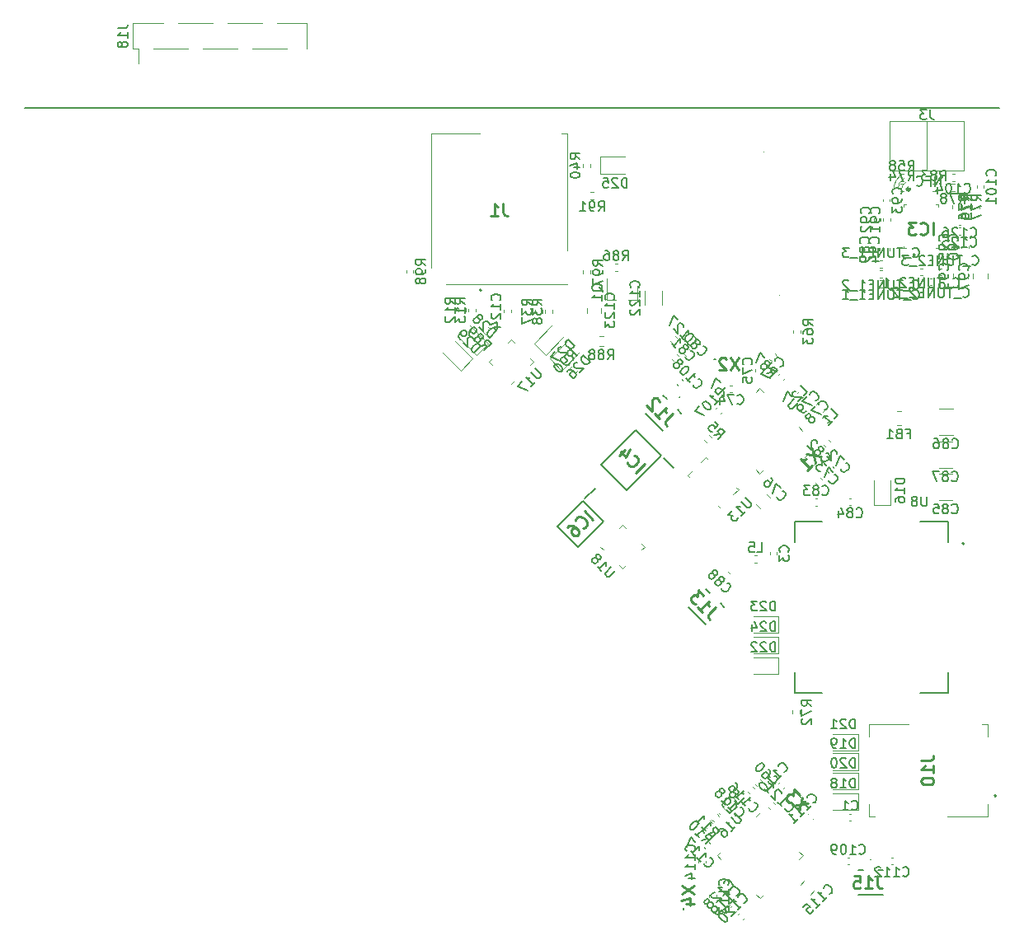
<source format=gbr>
%TF.GenerationSoftware,KiCad,Pcbnew,(5.1.9)-1*%
%TF.CreationDate,2021-07-25T18:06:35+01:00*%
%TF.ProjectId,P205,50323035-2e6b-4696-9361-645f70636258,rev?*%
%TF.SameCoordinates,Original*%
%TF.FileFunction,Legend,Bot*%
%TF.FilePolarity,Positive*%
%FSLAX46Y46*%
G04 Gerber Fmt 4.6, Leading zero omitted, Abs format (unit mm)*
G04 Created by KiCad (PCBNEW (5.1.9)-1) date 2021-07-25 18:06:35*
%MOMM*%
%LPD*%
G01*
G04 APERTURE LIST*
%ADD10C,0.150000*%
%ADD11C,0.120000*%
%ADD12C,0.200000*%
%ADD13C,0.100000*%
%ADD14C,0.127000*%
%ADD15C,0.010000*%
%ADD16C,0.300000*%
%ADD17C,0.254000*%
G04 APERTURE END LIST*
D10*
X155000000Y-30000000D02*
X255000000Y-30000000D01*
D11*
%TO.C,C114*%
X224885000Y-107417164D02*
X224885000Y-107632836D01*
X224165000Y-107417164D02*
X224165000Y-107632836D01*
D12*
%TO.C,X4*%
X222600000Y-112425000D02*
G75*
G03*
X222600000Y-112325000I0J50000D01*
G01*
X222600000Y-112325000D02*
G75*
G03*
X222600000Y-112425000I0J-50000D01*
G01*
X222600000Y-112425000D02*
G75*
G03*
X222600000Y-112325000I0J50000D01*
G01*
X222600000Y-112325000D02*
X222600000Y-112325000D01*
X222600000Y-112425000D02*
X222600000Y-112425000D01*
X222600000Y-112325000D02*
X222600000Y-112325000D01*
D13*
%TO.C,X3*%
X233579290Y-101527818D02*
X233862132Y-101810660D01*
X234427818Y-100679290D02*
X234710660Y-100962132D01*
D12*
%TO.C,X2*%
X225775000Y-55875000D02*
G75*
G03*
X225875000Y-55875000I50000J0D01*
G01*
X225875000Y-55875000D02*
G75*
G03*
X225775000Y-55875000I-50000J0D01*
G01*
X225775000Y-55875000D02*
G75*
G03*
X225875000Y-55875000I50000J0D01*
G01*
X225875000Y-55875000D02*
X225875000Y-55875000D01*
X225775000Y-55875000D02*
X225775000Y-55875000D01*
X225875000Y-55875000D02*
X225875000Y-55875000D01*
D13*
%TO.C,X1*%
X235306210Y-65646251D02*
X235023368Y-65929093D01*
X236154738Y-66494779D02*
X235871896Y-66777621D01*
D14*
%TO.C,U8*%
X249750000Y-74650000D02*
X249750000Y-72550000D01*
X249750000Y-72550000D02*
X246950000Y-72550000D01*
X236850000Y-72550000D02*
X234050000Y-72550000D01*
X234050000Y-72550000D02*
X234050000Y-74650000D01*
X246950000Y-90150000D02*
X249750000Y-90150000D01*
X249750000Y-90150000D02*
X249750000Y-88050000D01*
X236850000Y-90150000D02*
X234050000Y-90150000D01*
X234050000Y-90150000D02*
X234050000Y-88050000D01*
D12*
X251450000Y-74800000D02*
G75*
G03*
X251450000Y-74800000I-100000J0D01*
G01*
%TO.C,J1*%
X201750000Y-48875000D02*
G75*
G03*
X201750000Y-48675000I0J100000D01*
G01*
X201750000Y-48675000D02*
G75*
G03*
X201750000Y-48875000I0J-100000D01*
G01*
D13*
X210690000Y-44675000D02*
X210690000Y-32700000D01*
X210690000Y-32700000D02*
X210090000Y-32700000D01*
X201690000Y-32700000D02*
X196690000Y-32700000D01*
X196690000Y-32700000D02*
X196690000Y-46475000D01*
X210690000Y-48150000D02*
X198190000Y-48150000D01*
D12*
X201750000Y-48875000D02*
X201750000Y-48875000D01*
X201750000Y-48675000D02*
X201750000Y-48675000D01*
%TO.C,IC6*%
X212272487Y-70456192D02*
X209656192Y-73072487D01*
X209656192Y-73072487D02*
X211777513Y-75193808D01*
X211777513Y-75193808D02*
X214393808Y-72577513D01*
X214393808Y-72577513D02*
X212272487Y-70456192D01*
X213527602Y-69130367D02*
X212484619Y-70173350D01*
%TO.C,IC4*%
X220300914Y-65765381D02*
X217684619Y-63149086D01*
X217684619Y-63149086D02*
X214149086Y-66684619D01*
X214149086Y-66684619D02*
X216765381Y-69300914D01*
X216765381Y-69300914D02*
X220300914Y-65765381D01*
X221609062Y-67038173D02*
X220566080Y-65995190D01*
%TO.C,IC3*%
X246200000Y-45125000D02*
G75*
G02*
X246400000Y-45125000I100000J0D01*
G01*
X246400000Y-45125000D02*
G75*
G02*
X246200000Y-45125000I-100000J0D01*
G01*
D13*
X245500000Y-44475000D02*
X245250000Y-44475000D01*
X245250000Y-44475000D02*
X245250000Y-44225000D01*
X248500000Y-44475000D02*
X248750000Y-44475000D01*
X248750000Y-44475000D02*
X248750000Y-44225000D01*
X245250000Y-40225000D02*
X245250000Y-39975000D01*
X245250000Y-39975000D02*
X245500000Y-39975000D01*
X248750000Y-40225000D02*
X248750000Y-39975000D01*
X248750000Y-39975000D02*
X248500000Y-39975000D01*
D12*
X246200000Y-45125000D02*
X246200000Y-45125000D01*
X246400000Y-45125000D02*
X246400000Y-45125000D01*
D11*
%TO.C,J18*%
X180840000Y-21325000D02*
X183950000Y-21325000D01*
X175760000Y-21325000D02*
X179320000Y-21325000D01*
X170680000Y-21325000D02*
X174240000Y-21325000D01*
X183380000Y-21325000D02*
X183950000Y-21325000D01*
X166050000Y-23985000D02*
X166620000Y-23985000D01*
X166620000Y-23985000D02*
X166620000Y-25505000D01*
X166050000Y-21325000D02*
X169160000Y-21325000D01*
X178300000Y-23985000D02*
X181860000Y-23985000D01*
X173220000Y-23985000D02*
X176780000Y-23985000D01*
X168140000Y-23985000D02*
X171700000Y-23985000D01*
X183950000Y-21325000D02*
X183950000Y-23985000D01*
X166050000Y-21325000D02*
X166050000Y-23985000D01*
D13*
%TO.C,J10*%
X249725000Y-102895000D02*
X253825000Y-102895000D01*
X253825000Y-102895000D02*
X253825000Y-101625000D01*
X245725000Y-93355000D02*
X241625000Y-93355000D01*
X241625000Y-93355000D02*
X241625000Y-94625000D01*
X253825000Y-94625000D02*
X253825000Y-93355000D01*
X253825000Y-93355000D02*
X253225000Y-93355000D01*
X242225000Y-102895000D02*
X241625000Y-102895000D01*
X241625000Y-102895000D02*
X241625000Y-101625000D01*
D12*
X254625000Y-100625000D02*
X254625000Y-100625000D01*
X254625000Y-100825000D02*
X254625000Y-100825000D01*
X254625000Y-100625000D02*
G75*
G02*
X254625000Y-100825000I0J-100000D01*
G01*
X254625000Y-100825000D02*
G75*
G02*
X254625000Y-100625000I0J100000D01*
G01*
D15*
%TO.C,NT1*%
G36*
X230835141Y-34518418D02*
G01*
X230827551Y-34534696D01*
X230843828Y-34542286D01*
X230851419Y-34526009D01*
X230835141Y-34518418D01*
G37*
X230835141Y-34518418D02*
X230827551Y-34534696D01*
X230843828Y-34542286D01*
X230851419Y-34526009D01*
X230835141Y-34518418D01*
G36*
X232410642Y-49226576D02*
G01*
X232403051Y-49242853D01*
X232419329Y-49250444D01*
X232426919Y-49234166D01*
X232410642Y-49226576D01*
G37*
X232410642Y-49226576D02*
X232403051Y-49242853D01*
X232419329Y-49250444D01*
X232426919Y-49234166D01*
X232410642Y-49226576D01*
D11*
%TO.C,J3*%
X247605000Y-31400000D02*
X243795000Y-31400000D01*
X243795000Y-31400000D02*
X243795000Y-36480000D01*
X243795000Y-36480000D02*
X251415000Y-36480000D01*
X251415000Y-36480000D02*
X251415000Y-31400000D01*
X251415000Y-31400000D02*
X247605000Y-31400000D01*
X247605000Y-31400000D02*
X247605000Y-36480000D01*
D16*
X245846421Y-38400000D02*
G75*
G03*
X245846421Y-38400000I-141421J0D01*
G01*
D11*
X245422223Y-37718446D02*
G75*
G03*
X245001000Y-38400000I340777J-681554D01*
G01*
X245205492Y-36801011D02*
G75*
G03*
X244205000Y-38400000I777508J-1598989D01*
G01*
X245270304Y-37291453D02*
G75*
G03*
X244620000Y-38400000I619696J-1108547D01*
G01*
%TO.C,U18*%
X214383992Y-75460876D02*
X214048116Y-75125000D01*
X218601884Y-75125000D02*
X218266008Y-75460876D01*
X218266008Y-74789124D02*
X218601884Y-75125000D01*
X216325000Y-72848116D02*
X215989124Y-73183992D01*
X216660876Y-73183992D02*
X216325000Y-72848116D01*
X216325000Y-77401884D02*
X216660876Y-77066008D01*
X215989124Y-77066008D02*
X216325000Y-77401884D01*
%TO.C,U17*%
X205235876Y-58041008D02*
X204900000Y-58376884D01*
X204900000Y-53823116D02*
X205235876Y-54158992D01*
X204564124Y-54158992D02*
X204900000Y-53823116D01*
X202623116Y-56100000D02*
X202958992Y-56435876D01*
X202958992Y-55764124D02*
X202623116Y-56100000D01*
X207176884Y-56100000D02*
X206841008Y-55764124D01*
X206841008Y-56435876D02*
X207176884Y-56100000D01*
%TO.C,U16*%
X230061091Y-102840705D02*
X230450000Y-102451796D01*
X230450000Y-111248204D02*
X230061091Y-110859295D01*
X230838909Y-110859295D02*
X230450000Y-111248204D01*
X234848204Y-106850000D02*
X234459295Y-106461091D01*
X234459295Y-107238909D02*
X234848204Y-106850000D01*
X226051796Y-106850000D02*
X226440705Y-107238909D01*
X226440705Y-106461091D02*
X226051796Y-106850000D01*
%TO.C,U13*%
X223008705Y-67817893D02*
X223185482Y-67994670D01*
X223539035Y-67287563D02*
X223008705Y-67817893D01*
X224917893Y-65908705D02*
X225094670Y-66085482D01*
X224387563Y-66439035D02*
X224917893Y-65908705D01*
X226332107Y-71141295D02*
X226155330Y-70964518D01*
X228241295Y-69232107D02*
X228064518Y-69055330D01*
X227710965Y-69762437D02*
X228241295Y-69232107D01*
%TO.C,U7*%
X234437239Y-62838298D02*
X234826148Y-63227207D01*
X226029740Y-63227207D02*
X226418649Y-62838298D01*
X226418649Y-63616116D02*
X226029740Y-63227207D01*
X230427944Y-67625411D02*
X230816853Y-67236502D01*
X230039035Y-67236502D02*
X230427944Y-67625411D01*
X230427944Y-58829003D02*
X230039035Y-59217912D01*
X230816853Y-59217912D02*
X230427944Y-58829003D01*
%TO.C,R98*%
X194120000Y-46993641D02*
X194120000Y-46686359D01*
X194880000Y-46993641D02*
X194880000Y-46686359D01*
%TO.C,R97*%
X212320000Y-47053641D02*
X212320000Y-46746359D01*
X213080000Y-47053641D02*
X213080000Y-46746359D01*
%TO.C,R91*%
X213081358Y-38645000D02*
X213388640Y-38645000D01*
X213081358Y-39405000D02*
X213388640Y-39405000D01*
%TO.C,R90*%
X211702341Y-57085060D02*
X211485060Y-57302341D01*
X211164940Y-56547659D02*
X210947659Y-56764940D01*
%TO.C,R89*%
X202585060Y-52547659D02*
X202802341Y-52764940D01*
X202047659Y-53085060D02*
X202264940Y-53302341D01*
%TO.C,R88*%
X213937742Y-53477500D02*
X214412258Y-53477500D01*
X213937742Y-54522500D02*
X214412258Y-54522500D01*
%TO.C,R87*%
X231974436Y-55312035D02*
X232191717Y-55529316D01*
X231437035Y-55849436D02*
X231654316Y-56066717D01*
%TO.C,R86*%
X215853641Y-46780000D02*
X215546359Y-46780000D01*
X215853641Y-46020000D02*
X215546359Y-46020000D01*
%TO.C,R83*%
X248493641Y-38580000D02*
X248186359Y-38580000D01*
X248493641Y-37820000D02*
X248186359Y-37820000D01*
%TO.C,R78*%
X250136359Y-37820000D02*
X250443641Y-37820000D01*
X250136359Y-38580000D02*
X250443641Y-38580000D01*
%TO.C,R77*%
X251195000Y-40343641D02*
X251195000Y-40036359D01*
X251955000Y-40343641D02*
X251955000Y-40036359D01*
%TO.C,R76*%
X252980000Y-40036359D02*
X252980000Y-40343641D01*
X252220000Y-40036359D02*
X252220000Y-40343641D01*
%TO.C,R75*%
X250170000Y-40343641D02*
X250170000Y-40036359D01*
X250930000Y-40343641D02*
X250930000Y-40036359D01*
%TO.C,R74*%
X245193641Y-38580000D02*
X244886359Y-38580000D01*
X245193641Y-37820000D02*
X244886359Y-37820000D01*
%TO.C,R72*%
X233745000Y-92278641D02*
X233745000Y-91971359D01*
X234505000Y-92278641D02*
X234505000Y-91971359D01*
%TO.C,R63*%
X233895000Y-53178641D02*
X233895000Y-52871359D01*
X234655000Y-53178641D02*
X234655000Y-52871359D01*
%TO.C,R58*%
X245193641Y-37555000D02*
X244886359Y-37555000D01*
X245193641Y-36795000D02*
X244886359Y-36795000D01*
%TO.C,R40*%
X213080000Y-35796359D02*
X213080000Y-36103641D01*
X212320000Y-35796359D02*
X212320000Y-36103641D01*
%TO.C,R38*%
X209180000Y-50786360D02*
X209180000Y-51093642D01*
X208420000Y-50786360D02*
X208420000Y-51093642D01*
%TO.C,R37*%
X208130000Y-50786360D02*
X208130000Y-51093642D01*
X207370000Y-50786360D02*
X207370000Y-51093642D01*
%TO.C,R13*%
X201280000Y-50656359D02*
X201280000Y-50963641D01*
X200520000Y-50656359D02*
X200520000Y-50963641D01*
%TO.C,R12*%
X200230000Y-50646359D02*
X200230000Y-50953641D01*
X199470000Y-50646359D02*
X199470000Y-50953641D01*
%TO.C,R11*%
X226040060Y-102612659D02*
X226257341Y-102829940D01*
X225502659Y-103150060D02*
X225719940Y-103367341D01*
%TO.C,R10*%
X225329436Y-103302035D02*
X225546717Y-103519316D01*
X224792035Y-103839436D02*
X225009316Y-104056717D01*
%TO.C,R5*%
X224954316Y-64416717D02*
X224737035Y-64199436D01*
X225491717Y-63879316D02*
X225274436Y-63662035D01*
%TO.C,Q1*%
X217880000Y-49760000D02*
X217880000Y-48300000D01*
X214720000Y-49760000D02*
X214720000Y-47600000D01*
X214720000Y-49760000D02*
X215650000Y-49760000D01*
X217880000Y-49760000D02*
X216950000Y-49760000D01*
%TO.C,L9*%
X228495522Y-100274273D02*
X228725727Y-100504478D01*
X227774273Y-100995522D02*
X228004478Y-101225727D01*
%TO.C,L5*%
X230127836Y-76760000D02*
X229912164Y-76760000D01*
X230127836Y-76040000D02*
X229912164Y-76040000D01*
%TO.C,L1*%
X236202217Y-60531686D02*
X236432422Y-60301481D01*
X236923466Y-61252935D02*
X237153671Y-61022730D01*
D12*
%TO.C,J15*%
X240525000Y-110925000D02*
X243125000Y-110925000D01*
X240525000Y-108325000D02*
X241064000Y-108325000D01*
X243125000Y-108325000D02*
X242586000Y-108325000D01*
X241843000Y-107272000D02*
G75*
G03*
X241843000Y-107272000I-31000J0D01*
G01*
%TO.C,J13*%
X226610630Y-79651985D02*
G75*
G03*
X226610630Y-79651985I-31000J0D01*
G01*
X226763478Y-81325000D02*
X226382347Y-80943869D01*
X224925000Y-79486522D02*
X225306131Y-79867653D01*
X223086522Y-81325000D02*
X224925000Y-83163478D01*
%TO.C,J12*%
X222210630Y-59751985D02*
G75*
G03*
X222210630Y-59751985I-31000J0D01*
G01*
X222363478Y-61425000D02*
X221982347Y-61043869D01*
X220525000Y-59586522D02*
X220906131Y-59967653D01*
X218686522Y-61425000D02*
X220525000Y-63263478D01*
D11*
%TO.C,FB1*%
X244497936Y-61190000D02*
X244952064Y-61190000D01*
X244497936Y-62660000D02*
X244952064Y-62660000D01*
%TO.C,D29*%
X200919239Y-55817157D02*
X199116117Y-54014035D01*
X199717157Y-57019239D02*
X197914035Y-55216117D01*
X200919239Y-55817157D02*
X199717157Y-57019239D01*
%TO.C,D28*%
X202519239Y-54217157D02*
X200716117Y-52414035D01*
X201317157Y-55419239D02*
X199514035Y-53616117D01*
X202519239Y-54217157D02*
X201317157Y-55419239D01*
%TO.C,D27*%
X208482843Y-55419239D02*
X210285965Y-53616117D01*
X207280761Y-54217157D02*
X209083883Y-52414035D01*
X208482843Y-55419239D02*
X207280761Y-54217157D01*
%TO.C,D26*%
X210082843Y-57019239D02*
X211885965Y-55216117D01*
X208880761Y-55817157D02*
X210683883Y-54014035D01*
X210082843Y-57019239D02*
X208880761Y-55817157D01*
%TO.C,D25*%
X214075000Y-36775000D02*
X216625000Y-36775000D01*
X214075000Y-35075000D02*
X216625000Y-35075000D01*
X214075000Y-36775000D02*
X214075000Y-35075000D01*
%TO.C,D24*%
X232325000Y-84375000D02*
X229775000Y-84375000D01*
X232325000Y-86075000D02*
X229775000Y-86075000D01*
X232325000Y-84375000D02*
X232325000Y-86075000D01*
%TO.C,D23*%
X232325000Y-82275000D02*
X229775000Y-82275000D01*
X232325000Y-83975000D02*
X229775000Y-83975000D01*
X232325000Y-82275000D02*
X232325000Y-83975000D01*
%TO.C,D22*%
X232325000Y-86475000D02*
X229775000Y-86475000D01*
X232325000Y-88175000D02*
X229775000Y-88175000D01*
X232325000Y-86475000D02*
X232325000Y-88175000D01*
%TO.C,D21*%
X240525000Y-94375000D02*
X237975000Y-94375000D01*
X240525000Y-96075000D02*
X237975000Y-96075000D01*
X240525000Y-94375000D02*
X240525000Y-96075000D01*
%TO.C,D20*%
X240525000Y-98375000D02*
X237975000Y-98375000D01*
X240525000Y-100075000D02*
X237975000Y-100075000D01*
X240525000Y-98375000D02*
X240525000Y-100075000D01*
%TO.C,D19*%
X240525000Y-96375000D02*
X237975000Y-96375000D01*
X240525000Y-98075000D02*
X237975000Y-98075000D01*
X240525000Y-96375000D02*
X240525000Y-98075000D01*
%TO.C,D18*%
X240525000Y-100475000D02*
X237975000Y-100475000D01*
X240525000Y-102175000D02*
X237975000Y-102175000D01*
X240525000Y-100475000D02*
X240525000Y-102175000D01*
%TO.C,D16*%
X243875000Y-70825000D02*
X243875000Y-68275000D01*
X242175000Y-70825000D02*
X242175000Y-68275000D01*
X243875000Y-70825000D02*
X242175000Y-70825000D01*
%TO.C,C_TUNE2_3*%
X249087836Y-47260000D02*
X248872164Y-47260000D01*
X249087836Y-46540000D02*
X248872164Y-46540000D01*
%TO.C,C_TUNE2_2*%
X247912164Y-47540000D02*
X248127836Y-47540000D01*
X247912164Y-48260000D02*
X248127836Y-48260000D01*
%TO.C,C_TUNE2_1*%
X246912164Y-46540000D02*
X247127836Y-46540000D01*
X246912164Y-47260000D02*
X247127836Y-47260000D01*
%TO.C,C_TUNE1_3*%
X242987836Y-46460000D02*
X242772164Y-46460000D01*
X242987836Y-45740000D02*
X242772164Y-45740000D01*
%TO.C,C_TUNE1_2*%
X242772164Y-46740000D02*
X242987836Y-46740000D01*
X242772164Y-47460000D02*
X242987836Y-47460000D01*
%TO.C,C_TUNE1_1*%
X242772164Y-47740000D02*
X242987836Y-47740000D01*
X242772164Y-48460000D02*
X242987836Y-48460000D01*
%TO.C,C128*%
X227420810Y-111818307D02*
X227268307Y-111970810D01*
X226911693Y-111309190D02*
X226759190Y-111461693D01*
%TO.C,C127*%
X221446693Y-54155810D02*
X221294190Y-54003307D01*
X221955810Y-53646693D02*
X221803307Y-53494190D01*
%TO.C,C126*%
X250862164Y-41340000D02*
X251077836Y-41340000D01*
X250862164Y-42060000D02*
X251077836Y-42060000D01*
%TO.C,C125*%
X250862164Y-42340000D02*
X251077836Y-42340000D01*
X250862164Y-43060000D02*
X251077836Y-43060000D01*
%TO.C,C124*%
X204910000Y-50812164D02*
X204910000Y-51027836D01*
X204190000Y-50812164D02*
X204190000Y-51027836D01*
%TO.C,C123*%
X212665000Y-51111252D02*
X212665000Y-50588748D01*
X214135000Y-51111252D02*
X214135000Y-50588748D01*
%TO.C,C122*%
X220410000Y-48863748D02*
X220410000Y-50286252D01*
X218590000Y-48863748D02*
X218590000Y-50286252D01*
%TO.C,C121*%
X231482282Y-102091399D02*
X231329779Y-101938896D01*
X231991399Y-101582282D02*
X231838896Y-101429779D01*
%TO.C,C120*%
X228881399Y-113257718D02*
X228728896Y-113410221D01*
X228372282Y-112748601D02*
X228219779Y-112901104D01*
%TO.C,C119*%
X228131399Y-112507718D02*
X227978896Y-112660221D01*
X227622282Y-111998601D02*
X227469779Y-112151104D01*
%TO.C,C118*%
X226362282Y-102631399D02*
X226209779Y-102478896D01*
X226871399Y-102122282D02*
X226718896Y-101969779D01*
%TO.C,C117*%
X225203307Y-105494190D02*
X225355810Y-105646693D01*
X224694190Y-106003307D02*
X224846693Y-106155810D01*
%TO.C,C116*%
X229738896Y-99779779D02*
X229891399Y-99932282D01*
X229229779Y-100288896D02*
X229382282Y-100441399D01*
%TO.C,C115*%
X234617294Y-109843259D02*
X234986761Y-109473792D01*
X235656741Y-110882706D02*
X236026208Y-110513239D01*
%TO.C,C113*%
X225265000Y-111132836D02*
X225265000Y-110917164D01*
X225985000Y-111132836D02*
X225985000Y-110917164D01*
%TO.C,C112*%
X243917164Y-107065000D02*
X244132836Y-107065000D01*
X243917164Y-107785000D02*
X244132836Y-107785000D01*
%TO.C,C111*%
X236020221Y-102988896D02*
X235867718Y-103141399D01*
X235511104Y-102479779D02*
X235358601Y-102632282D01*
%TO.C,C110*%
X233020221Y-99788896D02*
X232867718Y-99941399D01*
X232511104Y-99279779D02*
X232358601Y-99432282D01*
%TO.C,C109*%
X239632836Y-107785000D02*
X239417164Y-107785000D01*
X239632836Y-107065000D02*
X239417164Y-107065000D01*
%TO.C,C108*%
X222046693Y-58555810D02*
X221894190Y-58403307D01*
X222555810Y-58046693D02*
X222403307Y-57894190D01*
%TO.C,C107*%
X226555810Y-61303307D02*
X226403307Y-61455810D01*
X226046693Y-60794190D02*
X225894190Y-60946693D01*
%TO.C,C104*%
X250212164Y-36840000D02*
X250427836Y-36840000D01*
X250212164Y-37560000D02*
X250427836Y-37560000D01*
%TO.C,C101*%
X252740000Y-38227836D02*
X252740000Y-38012164D01*
X253460000Y-38227836D02*
X253460000Y-38012164D01*
%TO.C,C99*%
X251785000Y-47063748D02*
X251785000Y-47586252D01*
X250315000Y-47063748D02*
X250315000Y-47586252D01*
%TO.C,C97*%
X253835000Y-47063748D02*
X253835000Y-47586252D01*
X252365000Y-47063748D02*
X252365000Y-47586252D01*
%TO.C,C95*%
X250885000Y-44222163D02*
X250885000Y-44437835D01*
X250165000Y-44222163D02*
X250165000Y-44437835D01*
%TO.C,C94*%
X243760000Y-44472164D02*
X243760000Y-44687836D01*
X243040000Y-44472164D02*
X243040000Y-44687836D01*
%TO.C,C93*%
X243065000Y-39637836D02*
X243065000Y-39422164D01*
X243785000Y-39637836D02*
X243785000Y-39422164D01*
%TO.C,C92*%
X242860000Y-41412165D02*
X242860000Y-41627837D01*
X242140000Y-41412165D02*
X242140000Y-41627837D01*
%TO.C,C91*%
X243860001Y-41412164D02*
X243860001Y-41627836D01*
X243140001Y-41412164D02*
X243140001Y-41627836D01*
%TO.C,C90*%
X251885000Y-44222164D02*
X251885000Y-44437836D01*
X251165000Y-44222164D02*
X251165000Y-44437836D01*
%TO.C,C89*%
X242760000Y-44472164D02*
X242760000Y-44687836D01*
X242040000Y-44472164D02*
X242040000Y-44687836D01*
%TO.C,C88*%
X226846693Y-78355810D02*
X226694190Y-78203307D01*
X227355810Y-77846693D02*
X227203307Y-77694190D01*
%TO.C,C87*%
X248813748Y-64290000D02*
X250236252Y-64290000D01*
X248813748Y-67010000D02*
X250236252Y-67010000D01*
%TO.C,C86*%
X248838748Y-60915000D02*
X250261252Y-60915000D01*
X248838748Y-63635000D02*
X250261252Y-63635000D01*
%TO.C,C85*%
X248813748Y-67615000D02*
X250236252Y-67615000D01*
X248813748Y-70335000D02*
X250236252Y-70335000D01*
%TO.C,C84*%
X239617164Y-70165000D02*
X239832836Y-70165000D01*
X239617164Y-70885000D02*
X239832836Y-70885000D01*
%TO.C,C83*%
X236332836Y-70910000D02*
X236117164Y-70910000D01*
X236332836Y-70190000D02*
X236117164Y-70190000D01*
%TO.C,C82*%
X237503307Y-64194190D02*
X237655810Y-64346693D01*
X236994190Y-64703307D02*
X237146693Y-64855810D01*
%TO.C,C81*%
X221607282Y-56016400D02*
X221454779Y-55863897D01*
X222116399Y-55507283D02*
X221963896Y-55354780D01*
%TO.C,C80*%
X222837144Y-55523773D02*
X222684641Y-55371270D01*
X223346261Y-55014656D02*
X223193758Y-54862153D01*
%TO.C,C79*%
X234286544Y-59309490D02*
X234439047Y-59156987D01*
X234795661Y-59818607D02*
X234948164Y-59666104D01*
%TO.C,C78*%
X237498165Y-62266104D02*
X237345662Y-62418607D01*
X236989048Y-61756987D02*
X236836545Y-61909490D01*
%TO.C,C77*%
X232995221Y-57838896D02*
X232842718Y-57991399D01*
X232486104Y-57329779D02*
X232333601Y-57482282D01*
%TO.C,C76*%
X230461761Y-71151208D02*
X230092294Y-70781741D01*
X231501208Y-70111761D02*
X231131741Y-69742294D01*
%TO.C,C75*%
X230735000Y-56912164D02*
X230735000Y-57127836D01*
X230015000Y-56912164D02*
X230015000Y-57127836D01*
%TO.C,C74*%
X227387164Y-58540000D02*
X227602836Y-58540000D01*
X227387164Y-59260000D02*
X227602836Y-59260000D01*
%TO.C,C73*%
X236339048Y-68747428D02*
X236186545Y-68594925D01*
X236848165Y-68238311D02*
X236695662Y-68085808D01*
%TO.C,C72*%
X237539048Y-67547429D02*
X237386545Y-67394926D01*
X238048165Y-67038312D02*
X237895662Y-66885809D01*
%TO.C,C60*%
X230121693Y-99680810D02*
X229969190Y-99528307D01*
X230630810Y-99171693D02*
X230478307Y-99019190D01*
%TO.C,C3*%
X231465000Y-75932836D02*
X231465000Y-75717164D01*
X232185000Y-75932836D02*
X232185000Y-75717164D01*
%TO.C,C1*%
X239832836Y-103285000D02*
X239617164Y-103285000D01*
X239832836Y-102565000D02*
X239617164Y-102565000D01*
%TO.C,C114*%
D10*
X223722142Y-106405952D02*
X223769761Y-106358333D01*
X223817380Y-106215476D01*
X223817380Y-106120238D01*
X223769761Y-105977380D01*
X223674523Y-105882142D01*
X223579285Y-105834523D01*
X223388809Y-105786904D01*
X223245952Y-105786904D01*
X223055476Y-105834523D01*
X222960238Y-105882142D01*
X222865000Y-105977380D01*
X222817380Y-106120238D01*
X222817380Y-106215476D01*
X222865000Y-106358333D01*
X222912619Y-106405952D01*
X223817380Y-107358333D02*
X223817380Y-106786904D01*
X223817380Y-107072619D02*
X222817380Y-107072619D01*
X222960238Y-106977380D01*
X223055476Y-106882142D01*
X223103095Y-106786904D01*
X223817380Y-108310714D02*
X223817380Y-107739285D01*
X223817380Y-108025000D02*
X222817380Y-108025000D01*
X222960238Y-107929761D01*
X223055476Y-107834523D01*
X223103095Y-107739285D01*
X223150714Y-109167857D02*
X223817380Y-109167857D01*
X222769761Y-108929761D02*
X223484047Y-108691666D01*
X223484047Y-109310714D01*
%TO.C,X4*%
D17*
X222429523Y-109946904D02*
X223699523Y-110793571D01*
X222429523Y-110793571D02*
X223699523Y-109946904D01*
X222852857Y-111821666D02*
X223699523Y-111821666D01*
X222369047Y-111519285D02*
X223276190Y-111216904D01*
X223276190Y-112003095D01*
%TO.C,X3*%
X235363724Y-101480172D02*
X233867014Y-101779514D01*
X234765040Y-100881488D02*
X234465698Y-102378197D01*
X234508461Y-100624909D02*
X233952540Y-100068989D01*
X233909777Y-100710435D01*
X233781488Y-100582146D01*
X233653199Y-100539383D01*
X233567672Y-100539383D01*
X233439383Y-100582146D01*
X233225567Y-100795962D01*
X233182804Y-100924251D01*
X233182804Y-101009777D01*
X233225567Y-101138067D01*
X233482146Y-101394645D01*
X233610435Y-101437409D01*
X233695962Y-101437409D01*
%TO.C,X2*%
X228253095Y-55704523D02*
X227406428Y-56974523D01*
X227406428Y-55704523D02*
X228253095Y-56974523D01*
X226983095Y-55825476D02*
X226922619Y-55765000D01*
X226801666Y-55704523D01*
X226499285Y-55704523D01*
X226378333Y-55765000D01*
X226317857Y-55825476D01*
X226257380Y-55946428D01*
X226257380Y-56067380D01*
X226317857Y-56248809D01*
X227043571Y-56974523D01*
X226257380Y-56974523D01*
%TO.C,X1*%
X235824250Y-64993186D02*
X236123592Y-66489896D01*
X235225566Y-65591870D02*
X236722275Y-65891212D01*
X235311092Y-67302395D02*
X235824250Y-66789238D01*
X235567671Y-67045816D02*
X234669645Y-66147791D01*
X234883461Y-66190554D01*
X235054513Y-66190554D01*
X235182803Y-66147791D01*
%TO.C,U8*%
D10*
X247596904Y-69962380D02*
X247596904Y-70771904D01*
X247549285Y-70867142D01*
X247501666Y-70914761D01*
X247406428Y-70962380D01*
X247215952Y-70962380D01*
X247120714Y-70914761D01*
X247073095Y-70867142D01*
X247025476Y-70771904D01*
X247025476Y-69962380D01*
X246406428Y-70390952D02*
X246501666Y-70343333D01*
X246549285Y-70295714D01*
X246596904Y-70200476D01*
X246596904Y-70152857D01*
X246549285Y-70057619D01*
X246501666Y-70010000D01*
X246406428Y-69962380D01*
X246215952Y-69962380D01*
X246120714Y-70010000D01*
X246073095Y-70057619D01*
X246025476Y-70152857D01*
X246025476Y-70200476D01*
X246073095Y-70295714D01*
X246120714Y-70343333D01*
X246215952Y-70390952D01*
X246406428Y-70390952D01*
X246501666Y-70438571D01*
X246549285Y-70486190D01*
X246596904Y-70581428D01*
X246596904Y-70771904D01*
X246549285Y-70867142D01*
X246501666Y-70914761D01*
X246406428Y-70962380D01*
X246215952Y-70962380D01*
X246120714Y-70914761D01*
X246073095Y-70867142D01*
X246025476Y-70771904D01*
X246025476Y-70581428D01*
X246073095Y-70486190D01*
X246120714Y-70438571D01*
X246215952Y-70390952D01*
%TO.C,J1*%
D17*
X204088333Y-39842523D02*
X204088333Y-40749666D01*
X204148809Y-40931095D01*
X204269761Y-41052047D01*
X204451190Y-41112523D01*
X204572142Y-41112523D01*
X202818333Y-41112523D02*
X203544047Y-41112523D01*
X203181190Y-41112523D02*
X203181190Y-39842523D01*
X203302142Y-40023952D01*
X203423095Y-40144904D01*
X203544047Y-40205380D01*
%TO.C,IC6*%
X213307893Y-72354605D02*
X212409868Y-71456580D01*
X212281578Y-73209868D02*
X212367104Y-73209868D01*
X212538157Y-73124341D01*
X212623683Y-73038815D01*
X212709209Y-72867763D01*
X212709209Y-72696710D01*
X212666446Y-72568421D01*
X212538157Y-72354605D01*
X212409868Y-72226316D01*
X212196052Y-72098026D01*
X212067763Y-72055263D01*
X211896710Y-72055263D01*
X211725658Y-72140790D01*
X211640131Y-72226316D01*
X211554605Y-72397368D01*
X211554605Y-72482895D01*
X210699343Y-73167104D02*
X210870395Y-72996052D01*
X210998685Y-72953289D01*
X211084211Y-72953289D01*
X211298026Y-72996052D01*
X211511842Y-73124341D01*
X211853947Y-73466446D01*
X211896710Y-73594736D01*
X211896710Y-73680262D01*
X211853947Y-73808551D01*
X211682895Y-73979604D01*
X211554605Y-74022367D01*
X211469079Y-74022367D01*
X211340790Y-73979604D01*
X211126974Y-73765788D01*
X211084211Y-73637499D01*
X211084211Y-73551973D01*
X211126974Y-73423683D01*
X211298026Y-73252631D01*
X211426316Y-73209868D01*
X211511842Y-73209868D01*
X211640131Y-73252631D01*
%TO.C,IC4*%
X217695394Y-67507893D02*
X218593419Y-66609868D01*
X216840131Y-66481578D02*
X216840131Y-66567104D01*
X216925658Y-66738157D01*
X217011184Y-66823683D01*
X217182236Y-66909209D01*
X217353289Y-66909209D01*
X217481578Y-66866446D01*
X217695394Y-66738157D01*
X217823683Y-66609868D01*
X217951973Y-66396052D01*
X217994736Y-66267763D01*
X217994736Y-66096710D01*
X217909209Y-65925658D01*
X217823683Y-65840131D01*
X217652631Y-65754605D01*
X217567104Y-65754605D01*
X216583553Y-65198685D02*
X215984869Y-65797368D01*
X217139473Y-65070395D02*
X216711842Y-65925658D01*
X216155921Y-65369737D01*
%TO.C,IC3*%
X248239761Y-43074523D02*
X248239761Y-41804523D01*
X246909285Y-42953571D02*
X246969761Y-43014047D01*
X247151190Y-43074523D01*
X247272142Y-43074523D01*
X247453571Y-43014047D01*
X247574523Y-42893095D01*
X247635000Y-42772142D01*
X247695476Y-42530238D01*
X247695476Y-42348809D01*
X247635000Y-42106904D01*
X247574523Y-41985952D01*
X247453571Y-41865000D01*
X247272142Y-41804523D01*
X247151190Y-41804523D01*
X246969761Y-41865000D01*
X246909285Y-41925476D01*
X246485952Y-41804523D02*
X245699761Y-41804523D01*
X246123095Y-42288333D01*
X245941666Y-42288333D01*
X245820714Y-42348809D01*
X245760238Y-42409285D01*
X245699761Y-42530238D01*
X245699761Y-42832619D01*
X245760238Y-42953571D01*
X245820714Y-43014047D01*
X245941666Y-43074523D01*
X246304523Y-43074523D01*
X246425476Y-43014047D01*
X246485952Y-42953571D01*
%TO.C,J18*%
D10*
X164502380Y-21845476D02*
X165216666Y-21845476D01*
X165359523Y-21797857D01*
X165454761Y-21702619D01*
X165502380Y-21559761D01*
X165502380Y-21464523D01*
X165502380Y-22845476D02*
X165502380Y-22274047D01*
X165502380Y-22559761D02*
X164502380Y-22559761D01*
X164645238Y-22464523D01*
X164740476Y-22369285D01*
X164788095Y-22274047D01*
X164930952Y-23416904D02*
X164883333Y-23321666D01*
X164835714Y-23274047D01*
X164740476Y-23226428D01*
X164692857Y-23226428D01*
X164597619Y-23274047D01*
X164550000Y-23321666D01*
X164502380Y-23416904D01*
X164502380Y-23607380D01*
X164550000Y-23702619D01*
X164597619Y-23750238D01*
X164692857Y-23797857D01*
X164740476Y-23797857D01*
X164835714Y-23750238D01*
X164883333Y-23702619D01*
X164930952Y-23607380D01*
X164930952Y-23416904D01*
X164978571Y-23321666D01*
X165026190Y-23274047D01*
X165121428Y-23226428D01*
X165311904Y-23226428D01*
X165407142Y-23274047D01*
X165454761Y-23321666D01*
X165502380Y-23416904D01*
X165502380Y-23607380D01*
X165454761Y-23702619D01*
X165407142Y-23750238D01*
X165311904Y-23797857D01*
X165121428Y-23797857D01*
X165026190Y-23750238D01*
X164978571Y-23702619D01*
X164930952Y-23607380D01*
%TO.C,J10*%
D17*
X247029523Y-97096904D02*
X247936666Y-97096904D01*
X248118095Y-97036428D01*
X248239047Y-96915476D01*
X248299523Y-96734047D01*
X248299523Y-96613095D01*
X248299523Y-98366904D02*
X248299523Y-97641190D01*
X248299523Y-98004047D02*
X247029523Y-98004047D01*
X247210952Y-97883095D01*
X247331904Y-97762142D01*
X247392380Y-97641190D01*
X247029523Y-99153095D02*
X247029523Y-99274047D01*
X247090000Y-99395000D01*
X247150476Y-99455476D01*
X247271428Y-99515952D01*
X247513333Y-99576428D01*
X247815714Y-99576428D01*
X248057619Y-99515952D01*
X248178571Y-99455476D01*
X248239047Y-99395000D01*
X248299523Y-99274047D01*
X248299523Y-99153095D01*
X248239047Y-99032142D01*
X248178571Y-98971666D01*
X248057619Y-98911190D01*
X247815714Y-98850714D01*
X247513333Y-98850714D01*
X247271428Y-98911190D01*
X247150476Y-98971666D01*
X247090000Y-99032142D01*
X247029523Y-99153095D01*
%TO.C,J3*%
D10*
X247938333Y-30217380D02*
X247938333Y-30931666D01*
X247985952Y-31074523D01*
X248081190Y-31169761D01*
X248224047Y-31217380D01*
X248319285Y-31217380D01*
X247557380Y-30217380D02*
X246938333Y-30217380D01*
X247271666Y-30598333D01*
X247128809Y-30598333D01*
X247033571Y-30645952D01*
X246985952Y-30693571D01*
X246938333Y-30788809D01*
X246938333Y-31026904D01*
X246985952Y-31122142D01*
X247033571Y-31169761D01*
X247128809Y-31217380D01*
X247414523Y-31217380D01*
X247509761Y-31169761D01*
X247557380Y-31122142D01*
X249019285Y-38052380D02*
X249019285Y-37052380D01*
X248447857Y-38052380D01*
X248447857Y-37052380D01*
X247638333Y-37528571D02*
X247971666Y-37528571D01*
X247971666Y-38052380D02*
X247971666Y-37052380D01*
X247495476Y-37052380D01*
X246543095Y-37957142D02*
X246590714Y-38004761D01*
X246733571Y-38052380D01*
X246828809Y-38052380D01*
X246971666Y-38004761D01*
X247066904Y-37909523D01*
X247114523Y-37814285D01*
X247162142Y-37623809D01*
X247162142Y-37480952D01*
X247114523Y-37290476D01*
X247066904Y-37195238D01*
X246971666Y-37100000D01*
X246828809Y-37052380D01*
X246733571Y-37052380D01*
X246590714Y-37100000D01*
X246543095Y-37147619D01*
%TO.C,U18*%
X215593649Y-77607281D02*
X215021229Y-78179701D01*
X214920214Y-78213372D01*
X214852871Y-78213372D01*
X214751855Y-78179701D01*
X214617168Y-78045014D01*
X214583497Y-77943998D01*
X214583497Y-77876655D01*
X214617168Y-77775640D01*
X215189588Y-77203220D01*
X213775375Y-77203220D02*
X214179436Y-77607281D01*
X213977405Y-77405250D02*
X214684512Y-76698144D01*
X214650840Y-76866502D01*
X214650840Y-77001189D01*
X214684512Y-77102205D01*
X213775375Y-76395098D02*
X213876390Y-76428770D01*
X213943733Y-76428770D01*
X214044749Y-76395098D01*
X214078420Y-76361426D01*
X214112092Y-76260411D01*
X214112092Y-76193067D01*
X214078420Y-76092052D01*
X213943733Y-75957365D01*
X213842718Y-75923693D01*
X213775375Y-75923693D01*
X213674359Y-75957365D01*
X213640688Y-75991037D01*
X213607016Y-76092052D01*
X213607016Y-76159396D01*
X213640688Y-76260411D01*
X213775375Y-76395098D01*
X213809046Y-76496113D01*
X213809046Y-76563457D01*
X213775375Y-76664472D01*
X213640688Y-76799159D01*
X213539672Y-76832831D01*
X213472329Y-76832831D01*
X213371314Y-76799159D01*
X213236627Y-76664472D01*
X213202955Y-76563457D01*
X213202955Y-76496113D01*
X213236627Y-76395098D01*
X213371314Y-76260411D01*
X213472329Y-76226739D01*
X213539672Y-76226739D01*
X213640688Y-76260411D01*
%TO.C,U17*%
X207382281Y-56831350D02*
X207954701Y-57403770D01*
X207988372Y-57504785D01*
X207988372Y-57572128D01*
X207954701Y-57673144D01*
X207820014Y-57807831D01*
X207718998Y-57841502D01*
X207651655Y-57841502D01*
X207550640Y-57807831D01*
X206978220Y-57235411D01*
X206978220Y-58649624D02*
X207382281Y-58245563D01*
X207180250Y-58447594D02*
X206473144Y-57740487D01*
X206641502Y-57774159D01*
X206776189Y-57774159D01*
X206877205Y-57740487D01*
X206035411Y-58178220D02*
X205564006Y-58649624D01*
X206574159Y-59053685D01*
%TO.C,U16*%
X227897681Y-102546750D02*
X228470101Y-103119170D01*
X228503772Y-103220185D01*
X228503772Y-103287528D01*
X228470101Y-103388544D01*
X228335414Y-103523231D01*
X228234398Y-103556902D01*
X228167055Y-103556902D01*
X228066040Y-103523231D01*
X227493620Y-102950811D01*
X227493620Y-104365024D02*
X227897681Y-103960963D01*
X227695650Y-104162994D02*
X226988544Y-103455887D01*
X227156902Y-103489559D01*
X227291589Y-103489559D01*
X227392605Y-103455887D01*
X226180422Y-104264009D02*
X226315109Y-104129322D01*
X226416124Y-104095650D01*
X226483467Y-104095650D01*
X226651826Y-104129322D01*
X226820185Y-104230337D01*
X227089559Y-104499711D01*
X227123231Y-104600727D01*
X227123231Y-104668070D01*
X227089559Y-104769085D01*
X226954872Y-104903772D01*
X226853857Y-104937444D01*
X226786513Y-104937444D01*
X226685498Y-104903772D01*
X226517139Y-104735414D01*
X226483467Y-104634398D01*
X226483467Y-104567055D01*
X226517139Y-104466040D01*
X226651826Y-104331353D01*
X226752841Y-104297681D01*
X226820185Y-104297681D01*
X226921200Y-104331353D01*
%TO.C,U13*%
X228941667Y-70090736D02*
X229514087Y-70663156D01*
X229547758Y-70764171D01*
X229547758Y-70831514D01*
X229514087Y-70932530D01*
X229379400Y-71067217D01*
X229278384Y-71100888D01*
X229211041Y-71100888D01*
X229110026Y-71067217D01*
X228537606Y-70494797D01*
X228537606Y-71909010D02*
X228941667Y-71504949D01*
X228739636Y-71706980D02*
X228032530Y-70999873D01*
X228200888Y-71033545D01*
X228335575Y-71033545D01*
X228436591Y-70999873D01*
X227594797Y-71437606D02*
X227157064Y-71875339D01*
X227662140Y-71909010D01*
X227561125Y-72010026D01*
X227527453Y-72111041D01*
X227527453Y-72178384D01*
X227561125Y-72279400D01*
X227729484Y-72447758D01*
X227830499Y-72481430D01*
X227897843Y-72481430D01*
X227998858Y-72447758D01*
X228200888Y-72245728D01*
X228234560Y-72144713D01*
X228234560Y-72077369D01*
%TO.C,U7*%
X234394476Y-60338170D02*
X233822056Y-60910590D01*
X233721041Y-60944262D01*
X233653697Y-60944262D01*
X233552682Y-60910590D01*
X233417995Y-60775903D01*
X233384323Y-60674888D01*
X233384323Y-60607544D01*
X233417995Y-60506529D01*
X233990415Y-59934109D01*
X233721041Y-59664735D02*
X233249636Y-59193331D01*
X232845575Y-60203483D01*
%TO.C,R98*%
X196122380Y-46197142D02*
X195646190Y-45863809D01*
X196122380Y-45625714D02*
X195122380Y-45625714D01*
X195122380Y-46006666D01*
X195170000Y-46101904D01*
X195217619Y-46149523D01*
X195312857Y-46197142D01*
X195455714Y-46197142D01*
X195550952Y-46149523D01*
X195598571Y-46101904D01*
X195646190Y-46006666D01*
X195646190Y-45625714D01*
X196122380Y-46673333D02*
X196122380Y-46863809D01*
X196074761Y-46959047D01*
X196027142Y-47006666D01*
X195884285Y-47101904D01*
X195693809Y-47149523D01*
X195312857Y-47149523D01*
X195217619Y-47101904D01*
X195170000Y-47054285D01*
X195122380Y-46959047D01*
X195122380Y-46768571D01*
X195170000Y-46673333D01*
X195217619Y-46625714D01*
X195312857Y-46578095D01*
X195550952Y-46578095D01*
X195646190Y-46625714D01*
X195693809Y-46673333D01*
X195741428Y-46768571D01*
X195741428Y-46959047D01*
X195693809Y-47054285D01*
X195646190Y-47101904D01*
X195550952Y-47149523D01*
X195550952Y-47720952D02*
X195503333Y-47625714D01*
X195455714Y-47578095D01*
X195360476Y-47530476D01*
X195312857Y-47530476D01*
X195217619Y-47578095D01*
X195170000Y-47625714D01*
X195122380Y-47720952D01*
X195122380Y-47911428D01*
X195170000Y-48006666D01*
X195217619Y-48054285D01*
X195312857Y-48101904D01*
X195360476Y-48101904D01*
X195455714Y-48054285D01*
X195503333Y-48006666D01*
X195550952Y-47911428D01*
X195550952Y-47720952D01*
X195598571Y-47625714D01*
X195646190Y-47578095D01*
X195741428Y-47530476D01*
X195931904Y-47530476D01*
X196027142Y-47578095D01*
X196074761Y-47625714D01*
X196122380Y-47720952D01*
X196122380Y-47911428D01*
X196074761Y-48006666D01*
X196027142Y-48054285D01*
X195931904Y-48101904D01*
X195741428Y-48101904D01*
X195646190Y-48054285D01*
X195598571Y-48006666D01*
X195550952Y-47911428D01*
%TO.C,R97*%
X214322380Y-46257142D02*
X213846190Y-45923809D01*
X214322380Y-45685714D02*
X213322380Y-45685714D01*
X213322380Y-46066666D01*
X213370000Y-46161904D01*
X213417619Y-46209523D01*
X213512857Y-46257142D01*
X213655714Y-46257142D01*
X213750952Y-46209523D01*
X213798571Y-46161904D01*
X213846190Y-46066666D01*
X213846190Y-45685714D01*
X214322380Y-46733333D02*
X214322380Y-46923809D01*
X214274761Y-47019047D01*
X214227142Y-47066666D01*
X214084285Y-47161904D01*
X213893809Y-47209523D01*
X213512857Y-47209523D01*
X213417619Y-47161904D01*
X213370000Y-47114285D01*
X213322380Y-47019047D01*
X213322380Y-46828571D01*
X213370000Y-46733333D01*
X213417619Y-46685714D01*
X213512857Y-46638095D01*
X213750952Y-46638095D01*
X213846190Y-46685714D01*
X213893809Y-46733333D01*
X213941428Y-46828571D01*
X213941428Y-47019047D01*
X213893809Y-47114285D01*
X213846190Y-47161904D01*
X213750952Y-47209523D01*
X213322380Y-47542857D02*
X213322380Y-48209523D01*
X214322380Y-47780952D01*
%TO.C,R91*%
X213877856Y-40647380D02*
X214211189Y-40171190D01*
X214449284Y-40647380D02*
X214449284Y-39647380D01*
X214068332Y-39647380D01*
X213973094Y-39695000D01*
X213925475Y-39742619D01*
X213877856Y-39837857D01*
X213877856Y-39980714D01*
X213925475Y-40075952D01*
X213973094Y-40123571D01*
X214068332Y-40171190D01*
X214449284Y-40171190D01*
X213401665Y-40647380D02*
X213211189Y-40647380D01*
X213115951Y-40599761D01*
X213068332Y-40552142D01*
X212973094Y-40409285D01*
X212925475Y-40218809D01*
X212925475Y-39837857D01*
X212973094Y-39742619D01*
X213020713Y-39695000D01*
X213115951Y-39647380D01*
X213306427Y-39647380D01*
X213401665Y-39695000D01*
X213449284Y-39742619D01*
X213496903Y-39837857D01*
X213496903Y-40075952D01*
X213449284Y-40171190D01*
X213401665Y-40218809D01*
X213306427Y-40266428D01*
X213115951Y-40266428D01*
X213020713Y-40218809D01*
X212973094Y-40171190D01*
X212925475Y-40075952D01*
X211973094Y-40647380D02*
X212544522Y-40647380D01*
X212258808Y-40647380D02*
X212258808Y-39647380D01*
X212354046Y-39790238D01*
X212449284Y-39885476D01*
X212544522Y-39933095D01*
%TO.C,R90*%
X211272135Y-55962997D02*
X211171120Y-55390578D01*
X211676196Y-55558936D02*
X210969089Y-54851830D01*
X210699715Y-55121204D01*
X210666043Y-55222219D01*
X210666043Y-55289562D01*
X210699715Y-55390578D01*
X210800730Y-55491593D01*
X210901746Y-55525265D01*
X210969089Y-55525265D01*
X211070104Y-55491593D01*
X211339478Y-55222219D01*
X210935417Y-56299715D02*
X210800730Y-56434402D01*
X210699715Y-56468074D01*
X210632372Y-56468074D01*
X210464013Y-56434402D01*
X210295654Y-56333387D01*
X210026280Y-56064013D01*
X209992608Y-55962997D01*
X209992608Y-55895654D01*
X210026280Y-55794639D01*
X210160967Y-55659952D01*
X210261982Y-55626280D01*
X210329326Y-55626280D01*
X210430341Y-55659952D01*
X210598700Y-55828310D01*
X210632372Y-55929326D01*
X210632372Y-55996669D01*
X210598700Y-56097685D01*
X210464013Y-56232372D01*
X210362997Y-56266043D01*
X210295654Y-56266043D01*
X210194639Y-56232372D01*
X209453860Y-56367059D02*
X209386517Y-56434402D01*
X209352845Y-56535417D01*
X209352845Y-56602761D01*
X209386517Y-56703776D01*
X209487532Y-56872135D01*
X209655891Y-57040494D01*
X209824249Y-57141509D01*
X209925265Y-57175181D01*
X209992608Y-57175181D01*
X210093623Y-57141509D01*
X210160967Y-57074165D01*
X210194639Y-56973150D01*
X210194639Y-56905807D01*
X210160967Y-56804791D01*
X210059952Y-56636433D01*
X209891593Y-56468074D01*
X209723234Y-56367059D01*
X209622219Y-56333387D01*
X209554875Y-56333387D01*
X209453860Y-56367059D01*
%TO.C,R89*%
X201732372Y-54526765D02*
X202304791Y-54425750D01*
X202136433Y-54930826D02*
X202843539Y-54223719D01*
X202574165Y-53954345D01*
X202473150Y-53920673D01*
X202405807Y-53920673D01*
X202304791Y-53954345D01*
X202203776Y-54055360D01*
X202170104Y-54156376D01*
X202170104Y-54223719D01*
X202203776Y-54324734D01*
X202473150Y-54594108D01*
X201732372Y-53718643D02*
X201833387Y-53752314D01*
X201900730Y-53752314D01*
X202001746Y-53718643D01*
X202035417Y-53684971D01*
X202069089Y-53583956D01*
X202069089Y-53516612D01*
X202035417Y-53415597D01*
X201900730Y-53280910D01*
X201799715Y-53247238D01*
X201732372Y-53247238D01*
X201631356Y-53280910D01*
X201597685Y-53314582D01*
X201564013Y-53415597D01*
X201564013Y-53482940D01*
X201597685Y-53583956D01*
X201732372Y-53718643D01*
X201766043Y-53819658D01*
X201766043Y-53887002D01*
X201732372Y-53988017D01*
X201597685Y-54122704D01*
X201496669Y-54156376D01*
X201429326Y-54156376D01*
X201328310Y-54122704D01*
X201193623Y-53988017D01*
X201159952Y-53887002D01*
X201159952Y-53819658D01*
X201193623Y-53718643D01*
X201328310Y-53583956D01*
X201429326Y-53550284D01*
X201496669Y-53550284D01*
X201597685Y-53583956D01*
X200722219Y-53516612D02*
X200587532Y-53381925D01*
X200553860Y-53280910D01*
X200553860Y-53213566D01*
X200587532Y-53045208D01*
X200688547Y-52876849D01*
X200957921Y-52607475D01*
X201058936Y-52573803D01*
X201126280Y-52573803D01*
X201227295Y-52607475D01*
X201361982Y-52742162D01*
X201395654Y-52843177D01*
X201395654Y-52910521D01*
X201361982Y-53011536D01*
X201193623Y-53179895D01*
X201092608Y-53213566D01*
X201025265Y-53213566D01*
X200924249Y-53179895D01*
X200789562Y-53045208D01*
X200755891Y-52944192D01*
X200755891Y-52876849D01*
X200789562Y-52775834D01*
%TO.C,R88*%
X214817857Y-55882380D02*
X215151190Y-55406190D01*
X215389285Y-55882380D02*
X215389285Y-54882380D01*
X215008333Y-54882380D01*
X214913095Y-54930000D01*
X214865476Y-54977619D01*
X214817857Y-55072857D01*
X214817857Y-55215714D01*
X214865476Y-55310952D01*
X214913095Y-55358571D01*
X215008333Y-55406190D01*
X215389285Y-55406190D01*
X214246428Y-55310952D02*
X214341666Y-55263333D01*
X214389285Y-55215714D01*
X214436904Y-55120476D01*
X214436904Y-55072857D01*
X214389285Y-54977619D01*
X214341666Y-54930000D01*
X214246428Y-54882380D01*
X214055952Y-54882380D01*
X213960714Y-54930000D01*
X213913095Y-54977619D01*
X213865476Y-55072857D01*
X213865476Y-55120476D01*
X213913095Y-55215714D01*
X213960714Y-55263333D01*
X214055952Y-55310952D01*
X214246428Y-55310952D01*
X214341666Y-55358571D01*
X214389285Y-55406190D01*
X214436904Y-55501428D01*
X214436904Y-55691904D01*
X214389285Y-55787142D01*
X214341666Y-55834761D01*
X214246428Y-55882380D01*
X214055952Y-55882380D01*
X213960714Y-55834761D01*
X213913095Y-55787142D01*
X213865476Y-55691904D01*
X213865476Y-55501428D01*
X213913095Y-55406190D01*
X213960714Y-55358571D01*
X214055952Y-55310952D01*
X213294047Y-55310952D02*
X213389285Y-55263333D01*
X213436904Y-55215714D01*
X213484523Y-55120476D01*
X213484523Y-55072857D01*
X213436904Y-54977619D01*
X213389285Y-54930000D01*
X213294047Y-54882380D01*
X213103571Y-54882380D01*
X213008333Y-54930000D01*
X212960714Y-54977619D01*
X212913095Y-55072857D01*
X212913095Y-55120476D01*
X212960714Y-55215714D01*
X213008333Y-55263333D01*
X213103571Y-55310952D01*
X213294047Y-55310952D01*
X213389285Y-55358571D01*
X213436904Y-55406190D01*
X213484523Y-55501428D01*
X213484523Y-55691904D01*
X213436904Y-55787142D01*
X213389285Y-55834761D01*
X213294047Y-55882380D01*
X213103571Y-55882380D01*
X213008333Y-55834761D01*
X212960714Y-55787142D01*
X212913095Y-55691904D01*
X212913095Y-55501428D01*
X212960714Y-55406190D01*
X213008333Y-55358571D01*
X213103571Y-55310952D01*
%TO.C,R87*%
X231121748Y-57291141D02*
X231694167Y-57190126D01*
X231525809Y-57695202D02*
X232232915Y-56988095D01*
X231963541Y-56718721D01*
X231862526Y-56685049D01*
X231795183Y-56685049D01*
X231694167Y-56718721D01*
X231593152Y-56819736D01*
X231559480Y-56920752D01*
X231559480Y-56988095D01*
X231593152Y-57089110D01*
X231862526Y-57358484D01*
X231121748Y-56483019D02*
X231222763Y-56516690D01*
X231290106Y-56516690D01*
X231391122Y-56483019D01*
X231424793Y-56449347D01*
X231458465Y-56348332D01*
X231458465Y-56280988D01*
X231424793Y-56179973D01*
X231290106Y-56045286D01*
X231189091Y-56011614D01*
X231121748Y-56011614D01*
X231020732Y-56045286D01*
X230987061Y-56078958D01*
X230953389Y-56179973D01*
X230953389Y-56247316D01*
X230987061Y-56348332D01*
X231121748Y-56483019D01*
X231155419Y-56584034D01*
X231155419Y-56651378D01*
X231121748Y-56752393D01*
X230987061Y-56887080D01*
X230886045Y-56920752D01*
X230818702Y-56920752D01*
X230717686Y-56887080D01*
X230582999Y-56752393D01*
X230549328Y-56651378D01*
X230549328Y-56584034D01*
X230582999Y-56483019D01*
X230717686Y-56348332D01*
X230818702Y-56314660D01*
X230886045Y-56314660D01*
X230987061Y-56348332D01*
X230919717Y-55674897D02*
X230448312Y-55203492D01*
X230044251Y-56213645D01*
%TO.C,R86*%
X216342857Y-45682380D02*
X216676190Y-45206190D01*
X216914285Y-45682380D02*
X216914285Y-44682380D01*
X216533333Y-44682380D01*
X216438095Y-44730000D01*
X216390476Y-44777619D01*
X216342857Y-44872857D01*
X216342857Y-45015714D01*
X216390476Y-45110952D01*
X216438095Y-45158571D01*
X216533333Y-45206190D01*
X216914285Y-45206190D01*
X215771428Y-45110952D02*
X215866666Y-45063333D01*
X215914285Y-45015714D01*
X215961904Y-44920476D01*
X215961904Y-44872857D01*
X215914285Y-44777619D01*
X215866666Y-44730000D01*
X215771428Y-44682380D01*
X215580952Y-44682380D01*
X215485714Y-44730000D01*
X215438095Y-44777619D01*
X215390476Y-44872857D01*
X215390476Y-44920476D01*
X215438095Y-45015714D01*
X215485714Y-45063333D01*
X215580952Y-45110952D01*
X215771428Y-45110952D01*
X215866666Y-45158571D01*
X215914285Y-45206190D01*
X215961904Y-45301428D01*
X215961904Y-45491904D01*
X215914285Y-45587142D01*
X215866666Y-45634761D01*
X215771428Y-45682380D01*
X215580952Y-45682380D01*
X215485714Y-45634761D01*
X215438095Y-45587142D01*
X215390476Y-45491904D01*
X215390476Y-45301428D01*
X215438095Y-45206190D01*
X215485714Y-45158571D01*
X215580952Y-45110952D01*
X214533333Y-44682380D02*
X214723809Y-44682380D01*
X214819047Y-44730000D01*
X214866666Y-44777619D01*
X214961904Y-44920476D01*
X215009523Y-45110952D01*
X215009523Y-45491904D01*
X214961904Y-45587142D01*
X214914285Y-45634761D01*
X214819047Y-45682380D01*
X214628571Y-45682380D01*
X214533333Y-45634761D01*
X214485714Y-45587142D01*
X214438095Y-45491904D01*
X214438095Y-45253809D01*
X214485714Y-45158571D01*
X214533333Y-45110952D01*
X214628571Y-45063333D01*
X214819047Y-45063333D01*
X214914285Y-45110952D01*
X214961904Y-45158571D01*
X215009523Y-45253809D01*
%TO.C,R83*%
X248982857Y-37482380D02*
X249316190Y-37006190D01*
X249554285Y-37482380D02*
X249554285Y-36482380D01*
X249173333Y-36482380D01*
X249078095Y-36530000D01*
X249030476Y-36577619D01*
X248982857Y-36672857D01*
X248982857Y-36815714D01*
X249030476Y-36910952D01*
X249078095Y-36958571D01*
X249173333Y-37006190D01*
X249554285Y-37006190D01*
X248411428Y-36910952D02*
X248506666Y-36863333D01*
X248554285Y-36815714D01*
X248601904Y-36720476D01*
X248601904Y-36672857D01*
X248554285Y-36577619D01*
X248506666Y-36530000D01*
X248411428Y-36482380D01*
X248220952Y-36482380D01*
X248125714Y-36530000D01*
X248078095Y-36577619D01*
X248030476Y-36672857D01*
X248030476Y-36720476D01*
X248078095Y-36815714D01*
X248125714Y-36863333D01*
X248220952Y-36910952D01*
X248411428Y-36910952D01*
X248506666Y-36958571D01*
X248554285Y-37006190D01*
X248601904Y-37101428D01*
X248601904Y-37291904D01*
X248554285Y-37387142D01*
X248506666Y-37434761D01*
X248411428Y-37482380D01*
X248220952Y-37482380D01*
X248125714Y-37434761D01*
X248078095Y-37387142D01*
X248030476Y-37291904D01*
X248030476Y-37101428D01*
X248078095Y-37006190D01*
X248125714Y-36958571D01*
X248220952Y-36910952D01*
X247697142Y-36482380D02*
X247078095Y-36482380D01*
X247411428Y-36863333D01*
X247268571Y-36863333D01*
X247173333Y-36910952D01*
X247125714Y-36958571D01*
X247078095Y-37053809D01*
X247078095Y-37291904D01*
X247125714Y-37387142D01*
X247173333Y-37434761D01*
X247268571Y-37482380D01*
X247554285Y-37482380D01*
X247649523Y-37434761D01*
X247697142Y-37387142D01*
%TO.C,R78*%
X250932857Y-39822380D02*
X251266190Y-39346190D01*
X251504285Y-39822380D02*
X251504285Y-38822380D01*
X251123333Y-38822380D01*
X251028095Y-38870000D01*
X250980476Y-38917619D01*
X250932857Y-39012857D01*
X250932857Y-39155714D01*
X250980476Y-39250952D01*
X251028095Y-39298571D01*
X251123333Y-39346190D01*
X251504285Y-39346190D01*
X250599523Y-38822380D02*
X249932857Y-38822380D01*
X250361428Y-39822380D01*
X249409047Y-39250952D02*
X249504285Y-39203333D01*
X249551904Y-39155714D01*
X249599523Y-39060476D01*
X249599523Y-39012857D01*
X249551904Y-38917619D01*
X249504285Y-38870000D01*
X249409047Y-38822380D01*
X249218571Y-38822380D01*
X249123333Y-38870000D01*
X249075714Y-38917619D01*
X249028095Y-39012857D01*
X249028095Y-39060476D01*
X249075714Y-39155714D01*
X249123333Y-39203333D01*
X249218571Y-39250952D01*
X249409047Y-39250952D01*
X249504285Y-39298571D01*
X249551904Y-39346190D01*
X249599523Y-39441428D01*
X249599523Y-39631904D01*
X249551904Y-39727142D01*
X249504285Y-39774761D01*
X249409047Y-39822380D01*
X249218571Y-39822380D01*
X249123333Y-39774761D01*
X249075714Y-39727142D01*
X249028095Y-39631904D01*
X249028095Y-39441428D01*
X249075714Y-39346190D01*
X249123333Y-39298571D01*
X249218571Y-39250952D01*
%TO.C,R77*%
X253197380Y-39547142D02*
X252721190Y-39213809D01*
X253197380Y-38975714D02*
X252197380Y-38975714D01*
X252197380Y-39356666D01*
X252245000Y-39451904D01*
X252292619Y-39499523D01*
X252387857Y-39547142D01*
X252530714Y-39547142D01*
X252625952Y-39499523D01*
X252673571Y-39451904D01*
X252721190Y-39356666D01*
X252721190Y-38975714D01*
X252197380Y-39880476D02*
X252197380Y-40547142D01*
X253197380Y-40118571D01*
X252197380Y-40832857D02*
X252197380Y-41499523D01*
X253197380Y-41070952D01*
%TO.C,R76*%
X251882380Y-39547142D02*
X251406190Y-39213809D01*
X251882380Y-38975714D02*
X250882380Y-38975714D01*
X250882380Y-39356666D01*
X250930000Y-39451904D01*
X250977619Y-39499523D01*
X251072857Y-39547142D01*
X251215714Y-39547142D01*
X251310952Y-39499523D01*
X251358571Y-39451904D01*
X251406190Y-39356666D01*
X251406190Y-38975714D01*
X250882380Y-39880476D02*
X250882380Y-40547142D01*
X251882380Y-40118571D01*
X250882380Y-41356666D02*
X250882380Y-41166190D01*
X250930000Y-41070952D01*
X250977619Y-41023333D01*
X251120476Y-40928095D01*
X251310952Y-40880476D01*
X251691904Y-40880476D01*
X251787142Y-40928095D01*
X251834761Y-40975714D01*
X251882380Y-41070952D01*
X251882380Y-41261428D01*
X251834761Y-41356666D01*
X251787142Y-41404285D01*
X251691904Y-41451904D01*
X251453809Y-41451904D01*
X251358571Y-41404285D01*
X251310952Y-41356666D01*
X251263333Y-41261428D01*
X251263333Y-41070952D01*
X251310952Y-40975714D01*
X251358571Y-40928095D01*
X251453809Y-40880476D01*
%TO.C,R75*%
X252172380Y-39547142D02*
X251696190Y-39213809D01*
X252172380Y-38975714D02*
X251172380Y-38975714D01*
X251172380Y-39356666D01*
X251220000Y-39451904D01*
X251267619Y-39499523D01*
X251362857Y-39547142D01*
X251505714Y-39547142D01*
X251600952Y-39499523D01*
X251648571Y-39451904D01*
X251696190Y-39356666D01*
X251696190Y-38975714D01*
X251172380Y-39880476D02*
X251172380Y-40547142D01*
X252172380Y-40118571D01*
X251172380Y-41404285D02*
X251172380Y-40928095D01*
X251648571Y-40880476D01*
X251600952Y-40928095D01*
X251553333Y-41023333D01*
X251553333Y-41261428D01*
X251600952Y-41356666D01*
X251648571Y-41404285D01*
X251743809Y-41451904D01*
X251981904Y-41451904D01*
X252077142Y-41404285D01*
X252124761Y-41356666D01*
X252172380Y-41261428D01*
X252172380Y-41023333D01*
X252124761Y-40928095D01*
X252077142Y-40880476D01*
%TO.C,R74*%
X245682857Y-37482380D02*
X246016190Y-37006190D01*
X246254285Y-37482380D02*
X246254285Y-36482380D01*
X245873333Y-36482380D01*
X245778095Y-36530000D01*
X245730476Y-36577619D01*
X245682857Y-36672857D01*
X245682857Y-36815714D01*
X245730476Y-36910952D01*
X245778095Y-36958571D01*
X245873333Y-37006190D01*
X246254285Y-37006190D01*
X245349523Y-36482380D02*
X244682857Y-36482380D01*
X245111428Y-37482380D01*
X243873333Y-36815714D02*
X243873333Y-37482380D01*
X244111428Y-36434761D02*
X244349523Y-37149047D01*
X243730476Y-37149047D01*
%TO.C,R72*%
X235747380Y-91482142D02*
X235271190Y-91148809D01*
X235747380Y-90910714D02*
X234747380Y-90910714D01*
X234747380Y-91291666D01*
X234795000Y-91386904D01*
X234842619Y-91434523D01*
X234937857Y-91482142D01*
X235080714Y-91482142D01*
X235175952Y-91434523D01*
X235223571Y-91386904D01*
X235271190Y-91291666D01*
X235271190Y-90910714D01*
X234747380Y-91815476D02*
X234747380Y-92482142D01*
X235747380Y-92053571D01*
X234842619Y-92815476D02*
X234795000Y-92863095D01*
X234747380Y-92958333D01*
X234747380Y-93196428D01*
X234795000Y-93291666D01*
X234842619Y-93339285D01*
X234937857Y-93386904D01*
X235033095Y-93386904D01*
X235175952Y-93339285D01*
X235747380Y-92767857D01*
X235747380Y-93386904D01*
%TO.C,R63*%
X235897380Y-52382142D02*
X235421190Y-52048809D01*
X235897380Y-51810714D02*
X234897380Y-51810714D01*
X234897380Y-52191666D01*
X234945000Y-52286904D01*
X234992619Y-52334523D01*
X235087857Y-52382142D01*
X235230714Y-52382142D01*
X235325952Y-52334523D01*
X235373571Y-52286904D01*
X235421190Y-52191666D01*
X235421190Y-51810714D01*
X234897380Y-53239285D02*
X234897380Y-53048809D01*
X234945000Y-52953571D01*
X234992619Y-52905952D01*
X235135476Y-52810714D01*
X235325952Y-52763095D01*
X235706904Y-52763095D01*
X235802142Y-52810714D01*
X235849761Y-52858333D01*
X235897380Y-52953571D01*
X235897380Y-53144047D01*
X235849761Y-53239285D01*
X235802142Y-53286904D01*
X235706904Y-53334523D01*
X235468809Y-53334523D01*
X235373571Y-53286904D01*
X235325952Y-53239285D01*
X235278333Y-53144047D01*
X235278333Y-52953571D01*
X235325952Y-52858333D01*
X235373571Y-52810714D01*
X235468809Y-52763095D01*
X234897380Y-53667857D02*
X234897380Y-54286904D01*
X235278333Y-53953571D01*
X235278333Y-54096428D01*
X235325952Y-54191666D01*
X235373571Y-54239285D01*
X235468809Y-54286904D01*
X235706904Y-54286904D01*
X235802142Y-54239285D01*
X235849761Y-54191666D01*
X235897380Y-54096428D01*
X235897380Y-53810714D01*
X235849761Y-53715476D01*
X235802142Y-53667857D01*
%TO.C,R58*%
X245682857Y-36457380D02*
X246016190Y-35981190D01*
X246254285Y-36457380D02*
X246254285Y-35457380D01*
X245873333Y-35457380D01*
X245778095Y-35505000D01*
X245730476Y-35552619D01*
X245682857Y-35647857D01*
X245682857Y-35790714D01*
X245730476Y-35885952D01*
X245778095Y-35933571D01*
X245873333Y-35981190D01*
X246254285Y-35981190D01*
X244778095Y-35457380D02*
X245254285Y-35457380D01*
X245301904Y-35933571D01*
X245254285Y-35885952D01*
X245159047Y-35838333D01*
X244920952Y-35838333D01*
X244825714Y-35885952D01*
X244778095Y-35933571D01*
X244730476Y-36028809D01*
X244730476Y-36266904D01*
X244778095Y-36362142D01*
X244825714Y-36409761D01*
X244920952Y-36457380D01*
X245159047Y-36457380D01*
X245254285Y-36409761D01*
X245301904Y-36362142D01*
X244159047Y-35885952D02*
X244254285Y-35838333D01*
X244301904Y-35790714D01*
X244349523Y-35695476D01*
X244349523Y-35647857D01*
X244301904Y-35552619D01*
X244254285Y-35505000D01*
X244159047Y-35457380D01*
X243968571Y-35457380D01*
X243873333Y-35505000D01*
X243825714Y-35552619D01*
X243778095Y-35647857D01*
X243778095Y-35695476D01*
X243825714Y-35790714D01*
X243873333Y-35838333D01*
X243968571Y-35885952D01*
X244159047Y-35885952D01*
X244254285Y-35933571D01*
X244301904Y-35981190D01*
X244349523Y-36076428D01*
X244349523Y-36266904D01*
X244301904Y-36362142D01*
X244254285Y-36409761D01*
X244159047Y-36457380D01*
X243968571Y-36457380D01*
X243873333Y-36409761D01*
X243825714Y-36362142D01*
X243778095Y-36266904D01*
X243778095Y-36076428D01*
X243825714Y-35981190D01*
X243873333Y-35933571D01*
X243968571Y-35885952D01*
%TO.C,R40*%
X211982380Y-35307142D02*
X211506190Y-34973809D01*
X211982380Y-34735714D02*
X210982380Y-34735714D01*
X210982380Y-35116666D01*
X211030000Y-35211904D01*
X211077619Y-35259523D01*
X211172857Y-35307142D01*
X211315714Y-35307142D01*
X211410952Y-35259523D01*
X211458571Y-35211904D01*
X211506190Y-35116666D01*
X211506190Y-34735714D01*
X211315714Y-36164285D02*
X211982380Y-36164285D01*
X210934761Y-35926190D02*
X211649047Y-35688095D01*
X211649047Y-36307142D01*
X210982380Y-36878571D02*
X210982380Y-36973809D01*
X211030000Y-37069047D01*
X211077619Y-37116666D01*
X211172857Y-37164285D01*
X211363333Y-37211904D01*
X211601428Y-37211904D01*
X211791904Y-37164285D01*
X211887142Y-37116666D01*
X211934761Y-37069047D01*
X211982380Y-36973809D01*
X211982380Y-36878571D01*
X211934761Y-36783333D01*
X211887142Y-36735714D01*
X211791904Y-36688095D01*
X211601428Y-36640476D01*
X211363333Y-36640476D01*
X211172857Y-36688095D01*
X211077619Y-36735714D01*
X211030000Y-36783333D01*
X210982380Y-36878571D01*
%TO.C,R38*%
X208082380Y-50297143D02*
X207606190Y-49963810D01*
X208082380Y-49725715D02*
X207082380Y-49725715D01*
X207082380Y-50106667D01*
X207130000Y-50201905D01*
X207177619Y-50249524D01*
X207272857Y-50297143D01*
X207415714Y-50297143D01*
X207510952Y-50249524D01*
X207558571Y-50201905D01*
X207606190Y-50106667D01*
X207606190Y-49725715D01*
X207082380Y-50630477D02*
X207082380Y-51249524D01*
X207463333Y-50916191D01*
X207463333Y-51059048D01*
X207510952Y-51154286D01*
X207558571Y-51201905D01*
X207653809Y-51249524D01*
X207891904Y-51249524D01*
X207987142Y-51201905D01*
X208034761Y-51154286D01*
X208082380Y-51059048D01*
X208082380Y-50773334D01*
X208034761Y-50678096D01*
X207987142Y-50630477D01*
X207510952Y-51820953D02*
X207463333Y-51725715D01*
X207415714Y-51678096D01*
X207320476Y-51630477D01*
X207272857Y-51630477D01*
X207177619Y-51678096D01*
X207130000Y-51725715D01*
X207082380Y-51820953D01*
X207082380Y-52011429D01*
X207130000Y-52106667D01*
X207177619Y-52154286D01*
X207272857Y-52201905D01*
X207320476Y-52201905D01*
X207415714Y-52154286D01*
X207463333Y-52106667D01*
X207510952Y-52011429D01*
X207510952Y-51820953D01*
X207558571Y-51725715D01*
X207606190Y-51678096D01*
X207701428Y-51630477D01*
X207891904Y-51630477D01*
X207987142Y-51678096D01*
X208034761Y-51725715D01*
X208082380Y-51820953D01*
X208082380Y-52011429D01*
X208034761Y-52106667D01*
X207987142Y-52154286D01*
X207891904Y-52201905D01*
X207701428Y-52201905D01*
X207606190Y-52154286D01*
X207558571Y-52106667D01*
X207510952Y-52011429D01*
%TO.C,R37*%
X207032380Y-50297143D02*
X206556190Y-49963810D01*
X207032380Y-49725715D02*
X206032380Y-49725715D01*
X206032380Y-50106667D01*
X206080000Y-50201905D01*
X206127619Y-50249524D01*
X206222857Y-50297143D01*
X206365714Y-50297143D01*
X206460952Y-50249524D01*
X206508571Y-50201905D01*
X206556190Y-50106667D01*
X206556190Y-49725715D01*
X206032380Y-50630477D02*
X206032380Y-51249524D01*
X206413333Y-50916191D01*
X206413333Y-51059048D01*
X206460952Y-51154286D01*
X206508571Y-51201905D01*
X206603809Y-51249524D01*
X206841904Y-51249524D01*
X206937142Y-51201905D01*
X206984761Y-51154286D01*
X207032380Y-51059048D01*
X207032380Y-50773334D01*
X206984761Y-50678096D01*
X206937142Y-50630477D01*
X206032380Y-51582858D02*
X206032380Y-52249524D01*
X207032380Y-51820953D01*
%TO.C,R13*%
X200182380Y-50167142D02*
X199706190Y-49833809D01*
X200182380Y-49595714D02*
X199182380Y-49595714D01*
X199182380Y-49976666D01*
X199230000Y-50071904D01*
X199277619Y-50119523D01*
X199372857Y-50167142D01*
X199515714Y-50167142D01*
X199610952Y-50119523D01*
X199658571Y-50071904D01*
X199706190Y-49976666D01*
X199706190Y-49595714D01*
X200182380Y-51119523D02*
X200182380Y-50548095D01*
X200182380Y-50833809D02*
X199182380Y-50833809D01*
X199325238Y-50738571D01*
X199420476Y-50643333D01*
X199468095Y-50548095D01*
X199182380Y-51452857D02*
X199182380Y-52071904D01*
X199563333Y-51738571D01*
X199563333Y-51881428D01*
X199610952Y-51976666D01*
X199658571Y-52024285D01*
X199753809Y-52071904D01*
X199991904Y-52071904D01*
X200087142Y-52024285D01*
X200134761Y-51976666D01*
X200182380Y-51881428D01*
X200182380Y-51595714D01*
X200134761Y-51500476D01*
X200087142Y-51452857D01*
%TO.C,R12*%
X199132380Y-50157142D02*
X198656190Y-49823809D01*
X199132380Y-49585714D02*
X198132380Y-49585714D01*
X198132380Y-49966666D01*
X198180000Y-50061904D01*
X198227619Y-50109523D01*
X198322857Y-50157142D01*
X198465714Y-50157142D01*
X198560952Y-50109523D01*
X198608571Y-50061904D01*
X198656190Y-49966666D01*
X198656190Y-49585714D01*
X199132380Y-51109523D02*
X199132380Y-50538095D01*
X199132380Y-50823809D02*
X198132380Y-50823809D01*
X198275238Y-50728571D01*
X198370476Y-50633333D01*
X198418095Y-50538095D01*
X198227619Y-51490476D02*
X198180000Y-51538095D01*
X198132380Y-51633333D01*
X198132380Y-51871428D01*
X198180000Y-51966666D01*
X198227619Y-52014285D01*
X198322857Y-52061904D01*
X198418095Y-52061904D01*
X198560952Y-52014285D01*
X199132380Y-51442857D01*
X199132380Y-52061904D01*
%TO.C,R11*%
X225187372Y-104591765D02*
X225759791Y-104490750D01*
X225591433Y-104995826D02*
X226298539Y-104288719D01*
X226029165Y-104019345D01*
X225928150Y-103985673D01*
X225860807Y-103985673D01*
X225759791Y-104019345D01*
X225658776Y-104120360D01*
X225625104Y-104221376D01*
X225625104Y-104288719D01*
X225658776Y-104389734D01*
X225928150Y-104659108D01*
X224513936Y-103918330D02*
X224917997Y-104322391D01*
X224715967Y-104120360D02*
X225423074Y-103413253D01*
X225389402Y-103581612D01*
X225389402Y-103716299D01*
X225423074Y-103817314D01*
X223840501Y-103244895D02*
X224244562Y-103648956D01*
X224042532Y-103446925D02*
X224749639Y-102739818D01*
X224715967Y-102908177D01*
X224715967Y-103042864D01*
X224749639Y-103143879D01*
%TO.C,R10*%
X224476748Y-105281141D02*
X225049167Y-105180126D01*
X224880809Y-105685202D02*
X225587915Y-104978095D01*
X225318541Y-104708721D01*
X225217526Y-104675049D01*
X225150183Y-104675049D01*
X225049167Y-104708721D01*
X224948152Y-104809736D01*
X224914480Y-104910752D01*
X224914480Y-104978095D01*
X224948152Y-105079110D01*
X225217526Y-105348484D01*
X223803312Y-104607706D02*
X224207373Y-105011767D01*
X224005343Y-104809736D02*
X224712450Y-104102629D01*
X224678778Y-104270988D01*
X224678778Y-104405675D01*
X224712450Y-104506690D01*
X224072686Y-103462866D02*
X224005343Y-103395523D01*
X223904328Y-103361851D01*
X223836984Y-103361851D01*
X223735969Y-103395523D01*
X223567610Y-103496538D01*
X223399251Y-103664897D01*
X223298236Y-103833255D01*
X223264564Y-103934271D01*
X223264564Y-104001614D01*
X223298236Y-104102629D01*
X223365580Y-104169973D01*
X223466595Y-104203645D01*
X223533938Y-104203645D01*
X223634954Y-104169973D01*
X223803312Y-104068958D01*
X223971671Y-103900599D01*
X224072686Y-103732240D01*
X224106358Y-103631225D01*
X224106358Y-103563881D01*
X224072686Y-103462866D01*
%TO.C,R5*%
X225739660Y-63649793D02*
X226312080Y-63548778D01*
X226143721Y-64053854D02*
X226850828Y-63346748D01*
X226581454Y-63077373D01*
X226480439Y-63043702D01*
X226413095Y-63043702D01*
X226312080Y-63077373D01*
X226211065Y-63178389D01*
X226177393Y-63279404D01*
X226177393Y-63346748D01*
X226211065Y-63447763D01*
X226480439Y-63717137D01*
X225807003Y-62302923D02*
X226143721Y-62639641D01*
X225840675Y-63010030D01*
X225840675Y-62942686D01*
X225807003Y-62841671D01*
X225638645Y-62673312D01*
X225537629Y-62639641D01*
X225470286Y-62639641D01*
X225369271Y-62673312D01*
X225200912Y-62841671D01*
X225167240Y-62942686D01*
X225167240Y-63010030D01*
X225200912Y-63111045D01*
X225369271Y-63279404D01*
X225470286Y-63313076D01*
X225537629Y-63313076D01*
%TO.C,Q1*%
X214347619Y-48904761D02*
X214300000Y-48809523D01*
X214204761Y-48714285D01*
X214061904Y-48571428D01*
X214014285Y-48476190D01*
X214014285Y-48380952D01*
X214252380Y-48428571D02*
X214204761Y-48333333D01*
X214109523Y-48238095D01*
X213919047Y-48190476D01*
X213585714Y-48190476D01*
X213395238Y-48238095D01*
X213300000Y-48333333D01*
X213252380Y-48428571D01*
X213252380Y-48619047D01*
X213300000Y-48714285D01*
X213395238Y-48809523D01*
X213585714Y-48857142D01*
X213919047Y-48857142D01*
X214109523Y-48809523D01*
X214204761Y-48714285D01*
X214252380Y-48619047D01*
X214252380Y-48428571D01*
X214252380Y-49809523D02*
X214252380Y-49238095D01*
X214252380Y-49523809D02*
X213252380Y-49523809D01*
X213395238Y-49428571D01*
X213490476Y-49333333D01*
X213538095Y-49238095D01*
%TO.C,L9*%
X227036806Y-102198895D02*
X227373524Y-102535613D01*
X228080630Y-101828506D01*
X226767432Y-101929521D02*
X226632745Y-101794834D01*
X226599073Y-101693819D01*
X226599073Y-101626475D01*
X226632745Y-101458117D01*
X226733760Y-101289758D01*
X227003134Y-101020384D01*
X227104149Y-100986712D01*
X227171493Y-100986712D01*
X227272508Y-101020384D01*
X227407195Y-101155071D01*
X227440867Y-101256086D01*
X227440867Y-101323430D01*
X227407195Y-101424445D01*
X227238837Y-101592804D01*
X227137821Y-101626475D01*
X227070478Y-101626475D01*
X226969462Y-101592804D01*
X226834775Y-101458117D01*
X226801104Y-101357101D01*
X226801104Y-101289758D01*
X226834775Y-101188743D01*
%TO.C,L8*%
X227848231Y-101250417D02*
X228184949Y-101587135D01*
X228892055Y-100880028D01*
X227915574Y-100509639D02*
X228016590Y-100543310D01*
X228083933Y-100543310D01*
X228184949Y-100509639D01*
X228218620Y-100475967D01*
X228252292Y-100374952D01*
X228252292Y-100307608D01*
X228218620Y-100206593D01*
X228083933Y-100071906D01*
X227982918Y-100038234D01*
X227915574Y-100038234D01*
X227814559Y-100071906D01*
X227780887Y-100105578D01*
X227747216Y-100206593D01*
X227747216Y-100273936D01*
X227780887Y-100374952D01*
X227915574Y-100509639D01*
X227949246Y-100610654D01*
X227949246Y-100677997D01*
X227915574Y-100779013D01*
X227780887Y-100913700D01*
X227679872Y-100947372D01*
X227612529Y-100947372D01*
X227511513Y-100913700D01*
X227376826Y-100779013D01*
X227343155Y-100677997D01*
X227343155Y-100610654D01*
X227376826Y-100509639D01*
X227511513Y-100374952D01*
X227612529Y-100341280D01*
X227679872Y-100341280D01*
X227780887Y-100374952D01*
%TO.C,L7*%
X225850284Y-59135417D02*
X226187002Y-59472135D01*
X226894108Y-58765028D01*
X226389032Y-58259952D02*
X225917627Y-57788547D01*
X225513566Y-58798700D01*
%TO.C,L5*%
X230186666Y-75692380D02*
X230662857Y-75692380D01*
X230662857Y-74692380D01*
X229377142Y-74692380D02*
X229853333Y-74692380D01*
X229900952Y-75168571D01*
X229853333Y-75120952D01*
X229758095Y-75073333D01*
X229520000Y-75073333D01*
X229424761Y-75120952D01*
X229377142Y-75168571D01*
X229329523Y-75263809D01*
X229329523Y-75501904D01*
X229377142Y-75597142D01*
X229424761Y-75644761D01*
X229520000Y-75692380D01*
X229758095Y-75692380D01*
X229853333Y-75644761D01*
X229900952Y-75597142D01*
%TO.C,L2*%
X234988360Y-59601923D02*
X235325078Y-59265205D01*
X234617971Y-58558099D01*
X234146566Y-59164190D02*
X234079223Y-59164190D01*
X233978208Y-59197862D01*
X233809849Y-59366221D01*
X233776177Y-59467236D01*
X233776177Y-59534580D01*
X233809849Y-59635595D01*
X233877192Y-59702938D01*
X234011879Y-59770282D01*
X234820002Y-59770282D01*
X234382269Y-60208015D01*
%TO.C,L1*%
X238126839Y-61990401D02*
X238463557Y-61653683D01*
X237756450Y-60946577D01*
X237520748Y-62596493D02*
X237924809Y-62192432D01*
X237722778Y-62394462D02*
X237015671Y-61687355D01*
X237184030Y-61721027D01*
X237318717Y-61721027D01*
X237419732Y-61687355D01*
%TO.C,J15*%
D17*
X242521095Y-108980523D02*
X242521095Y-109887666D01*
X242581571Y-110069095D01*
X242702523Y-110190047D01*
X242883952Y-110250523D01*
X243004904Y-110250523D01*
X241251095Y-110250523D02*
X241976809Y-110250523D01*
X241613952Y-110250523D02*
X241613952Y-108980523D01*
X241734904Y-109161952D01*
X241855857Y-109282904D01*
X241976809Y-109343380D01*
X240102047Y-108980523D02*
X240706809Y-108980523D01*
X240767285Y-109585285D01*
X240706809Y-109524809D01*
X240585857Y-109464333D01*
X240283476Y-109464333D01*
X240162523Y-109524809D01*
X240102047Y-109585285D01*
X240041571Y-109706238D01*
X240041571Y-110008619D01*
X240102047Y-110129571D01*
X240162523Y-110190047D01*
X240283476Y-110250523D01*
X240585857Y-110250523D01*
X240706809Y-110190047D01*
X240767285Y-110129571D01*
%TO.C,J13*%
X225872927Y-81361500D02*
X225231480Y-82002947D01*
X225145953Y-82173999D01*
X225145953Y-82345052D01*
X225231480Y-82516104D01*
X225317006Y-82601630D01*
X224076875Y-81361500D02*
X224590033Y-81874657D01*
X224333454Y-81618078D02*
X225231480Y-80720053D01*
X225188717Y-80933868D01*
X225188717Y-81104921D01*
X225231480Y-81233210D01*
X224675559Y-80164132D02*
X224119638Y-79608212D01*
X224076875Y-80249658D01*
X223948586Y-80121369D01*
X223820297Y-80078606D01*
X223734770Y-80078606D01*
X223606481Y-80121369D01*
X223392665Y-80335185D01*
X223349902Y-80463474D01*
X223349902Y-80549000D01*
X223392665Y-80677290D01*
X223649244Y-80933868D01*
X223777533Y-80976632D01*
X223863060Y-80976632D01*
%TO.C,J12*%
X221472927Y-61461500D02*
X220831480Y-62102947D01*
X220745953Y-62273999D01*
X220745953Y-62445052D01*
X220831480Y-62616104D01*
X220917006Y-62701630D01*
X219676875Y-61461500D02*
X220190033Y-61974657D01*
X219933454Y-61718078D02*
X220831480Y-60820053D01*
X220788717Y-61033868D01*
X220788717Y-61204921D01*
X220831480Y-61333210D01*
X220147270Y-60306895D02*
X220147270Y-60221369D01*
X220104507Y-60093080D01*
X219890691Y-59879264D01*
X219762402Y-59836501D01*
X219676875Y-59836501D01*
X219548586Y-59879264D01*
X219463060Y-59964790D01*
X219377533Y-60135843D01*
X219377533Y-61162158D01*
X218821613Y-60606237D01*
%TO.C,FB1*%
D10*
X245558333Y-63503571D02*
X245891666Y-63503571D01*
X245891666Y-64027380D02*
X245891666Y-63027380D01*
X245415476Y-63027380D01*
X244701190Y-63503571D02*
X244558333Y-63551190D01*
X244510714Y-63598809D01*
X244463095Y-63694047D01*
X244463095Y-63836904D01*
X244510714Y-63932142D01*
X244558333Y-63979761D01*
X244653571Y-64027380D01*
X245034523Y-64027380D01*
X245034523Y-63027380D01*
X244701190Y-63027380D01*
X244605952Y-63075000D01*
X244558333Y-63122619D01*
X244510714Y-63217857D01*
X244510714Y-63313095D01*
X244558333Y-63408333D01*
X244605952Y-63455952D01*
X244701190Y-63503571D01*
X245034523Y-63503571D01*
X243510714Y-64027380D02*
X244082142Y-64027380D01*
X243796428Y-64027380D02*
X243796428Y-63027380D01*
X243891666Y-63170238D01*
X243986904Y-63265476D01*
X244082142Y-63313095D01*
%TO.C,D29*%
X201104434Y-55227901D02*
X201811540Y-54520794D01*
X201643182Y-54352435D01*
X201508495Y-54285092D01*
X201373808Y-54285092D01*
X201272792Y-54318764D01*
X201104434Y-54419779D01*
X201003418Y-54520794D01*
X200902403Y-54689153D01*
X200868731Y-54790168D01*
X200868731Y-54924855D01*
X200936075Y-55059542D01*
X201104434Y-55227901D01*
X201070762Y-53914702D02*
X201070762Y-53847359D01*
X201037090Y-53746344D01*
X200868731Y-53577985D01*
X200767716Y-53544313D01*
X200700373Y-53544313D01*
X200599357Y-53577985D01*
X200532014Y-53645328D01*
X200464670Y-53780015D01*
X200464670Y-54588138D01*
X200026937Y-54150405D01*
X199690220Y-53813687D02*
X199555533Y-53679000D01*
X199521861Y-53577985D01*
X199521861Y-53510641D01*
X199555533Y-53342283D01*
X199656548Y-53173924D01*
X199925922Y-52904550D01*
X200026937Y-52870878D01*
X200094281Y-52870878D01*
X200195296Y-52904550D01*
X200329983Y-53039237D01*
X200363655Y-53140252D01*
X200363655Y-53207596D01*
X200329983Y-53308611D01*
X200161624Y-53476970D01*
X200060609Y-53510641D01*
X199993266Y-53510641D01*
X199892250Y-53476970D01*
X199757563Y-53342283D01*
X199723892Y-53241267D01*
X199723892Y-53173924D01*
X199757563Y-53072909D01*
%TO.C,D28*%
X202704434Y-53627901D02*
X203411540Y-52920794D01*
X203243182Y-52752435D01*
X203108495Y-52685092D01*
X202973808Y-52685092D01*
X202872792Y-52718764D01*
X202704434Y-52819779D01*
X202603418Y-52920794D01*
X202502403Y-53089153D01*
X202468731Y-53190168D01*
X202468731Y-53324855D01*
X202536075Y-53459542D01*
X202704434Y-53627901D01*
X202670762Y-52314702D02*
X202670762Y-52247359D01*
X202637090Y-52146344D01*
X202468731Y-51977985D01*
X202367716Y-51944313D01*
X202300373Y-51944313D01*
X202199357Y-51977985D01*
X202132014Y-52045328D01*
X202064670Y-52180015D01*
X202064670Y-52988138D01*
X201626937Y-52550405D01*
X201626937Y-51742283D02*
X201727953Y-51775954D01*
X201795296Y-51775954D01*
X201896311Y-51742283D01*
X201929983Y-51708611D01*
X201963655Y-51607596D01*
X201963655Y-51540252D01*
X201929983Y-51439237D01*
X201795296Y-51304550D01*
X201694281Y-51270878D01*
X201626937Y-51270878D01*
X201525922Y-51304550D01*
X201492250Y-51338222D01*
X201458579Y-51439237D01*
X201458579Y-51506580D01*
X201492250Y-51607596D01*
X201626937Y-51742283D01*
X201660609Y-51843298D01*
X201660609Y-51910641D01*
X201626937Y-52011657D01*
X201492250Y-52146344D01*
X201391235Y-52180015D01*
X201323892Y-52180015D01*
X201222876Y-52146344D01*
X201088189Y-52011657D01*
X201054518Y-51910641D01*
X201054518Y-51843298D01*
X201088189Y-51742283D01*
X201222876Y-51607596D01*
X201323892Y-51573924D01*
X201391235Y-51573924D01*
X201492250Y-51607596D01*
%TO.C,D27*%
X211429121Y-54526937D02*
X210722014Y-53819831D01*
X210553655Y-53988189D01*
X210486312Y-54122876D01*
X210486312Y-54257563D01*
X210519984Y-54358579D01*
X210620999Y-54526937D01*
X210722014Y-54627953D01*
X210890373Y-54728968D01*
X210991388Y-54762640D01*
X211126075Y-54762640D01*
X211260762Y-54695296D01*
X211429121Y-54526937D01*
X210115922Y-54560609D02*
X210048579Y-54560609D01*
X209947564Y-54594281D01*
X209779205Y-54762640D01*
X209745533Y-54863655D01*
X209745533Y-54930998D01*
X209779205Y-55032014D01*
X209846548Y-55099357D01*
X209981235Y-55166701D01*
X210789358Y-55166701D01*
X210351625Y-55604434D01*
X209408816Y-55133029D02*
X208937411Y-55604434D01*
X209947564Y-56008495D01*
%TO.C,D26*%
X213029121Y-56126937D02*
X212322014Y-55419831D01*
X212153655Y-55588189D01*
X212086312Y-55722876D01*
X212086312Y-55857563D01*
X212119984Y-55958579D01*
X212220999Y-56126937D01*
X212322014Y-56227953D01*
X212490373Y-56328968D01*
X212591388Y-56362640D01*
X212726075Y-56362640D01*
X212860762Y-56295296D01*
X213029121Y-56126937D01*
X211715922Y-56160609D02*
X211648579Y-56160609D01*
X211547564Y-56194281D01*
X211379205Y-56362640D01*
X211345533Y-56463655D01*
X211345533Y-56530998D01*
X211379205Y-56632014D01*
X211446548Y-56699357D01*
X211581235Y-56766701D01*
X212389358Y-56766701D01*
X211951625Y-57204434D01*
X210638426Y-57103418D02*
X210773113Y-56968731D01*
X210874129Y-56935060D01*
X210941472Y-56935060D01*
X211109831Y-56968731D01*
X211278190Y-57069747D01*
X211547564Y-57339121D01*
X211581235Y-57440136D01*
X211581235Y-57507479D01*
X211547564Y-57608495D01*
X211412877Y-57743182D01*
X211311861Y-57776853D01*
X211244518Y-57776853D01*
X211143503Y-57743182D01*
X210975144Y-57574823D01*
X210941472Y-57473808D01*
X210941472Y-57406464D01*
X210975144Y-57305449D01*
X211109831Y-57170762D01*
X211210846Y-57137090D01*
X211278190Y-57137090D01*
X211379205Y-57170762D01*
%TO.C,D25*%
X216789285Y-38227380D02*
X216789285Y-37227380D01*
X216551190Y-37227380D01*
X216408333Y-37275000D01*
X216313095Y-37370238D01*
X216265476Y-37465476D01*
X216217857Y-37655952D01*
X216217857Y-37798809D01*
X216265476Y-37989285D01*
X216313095Y-38084523D01*
X216408333Y-38179761D01*
X216551190Y-38227380D01*
X216789285Y-38227380D01*
X215836904Y-37322619D02*
X215789285Y-37275000D01*
X215694047Y-37227380D01*
X215455952Y-37227380D01*
X215360714Y-37275000D01*
X215313095Y-37322619D01*
X215265476Y-37417857D01*
X215265476Y-37513095D01*
X215313095Y-37655952D01*
X215884523Y-38227380D01*
X215265476Y-38227380D01*
X214360714Y-37227380D02*
X214836904Y-37227380D01*
X214884523Y-37703571D01*
X214836904Y-37655952D01*
X214741666Y-37608333D01*
X214503571Y-37608333D01*
X214408333Y-37655952D01*
X214360714Y-37703571D01*
X214313095Y-37798809D01*
X214313095Y-38036904D01*
X214360714Y-38132142D01*
X214408333Y-38179761D01*
X214503571Y-38227380D01*
X214741666Y-38227380D01*
X214836904Y-38179761D01*
X214884523Y-38132142D01*
%TO.C,D24*%
X232039285Y-83827380D02*
X232039285Y-82827380D01*
X231801190Y-82827380D01*
X231658333Y-82875000D01*
X231563095Y-82970238D01*
X231515476Y-83065476D01*
X231467857Y-83255952D01*
X231467857Y-83398809D01*
X231515476Y-83589285D01*
X231563095Y-83684523D01*
X231658333Y-83779761D01*
X231801190Y-83827380D01*
X232039285Y-83827380D01*
X231086904Y-82922619D02*
X231039285Y-82875000D01*
X230944047Y-82827380D01*
X230705952Y-82827380D01*
X230610714Y-82875000D01*
X230563095Y-82922619D01*
X230515476Y-83017857D01*
X230515476Y-83113095D01*
X230563095Y-83255952D01*
X231134523Y-83827380D01*
X230515476Y-83827380D01*
X229658333Y-83160714D02*
X229658333Y-83827380D01*
X229896428Y-82779761D02*
X230134523Y-83494047D01*
X229515476Y-83494047D01*
%TO.C,D23*%
X232039285Y-81727380D02*
X232039285Y-80727380D01*
X231801190Y-80727380D01*
X231658333Y-80775000D01*
X231563095Y-80870238D01*
X231515476Y-80965476D01*
X231467857Y-81155952D01*
X231467857Y-81298809D01*
X231515476Y-81489285D01*
X231563095Y-81584523D01*
X231658333Y-81679761D01*
X231801190Y-81727380D01*
X232039285Y-81727380D01*
X231086904Y-80822619D02*
X231039285Y-80775000D01*
X230944047Y-80727380D01*
X230705952Y-80727380D01*
X230610714Y-80775000D01*
X230563095Y-80822619D01*
X230515476Y-80917857D01*
X230515476Y-81013095D01*
X230563095Y-81155952D01*
X231134523Y-81727380D01*
X230515476Y-81727380D01*
X230182142Y-80727380D02*
X229563095Y-80727380D01*
X229896428Y-81108333D01*
X229753571Y-81108333D01*
X229658333Y-81155952D01*
X229610714Y-81203571D01*
X229563095Y-81298809D01*
X229563095Y-81536904D01*
X229610714Y-81632142D01*
X229658333Y-81679761D01*
X229753571Y-81727380D01*
X230039285Y-81727380D01*
X230134523Y-81679761D01*
X230182142Y-81632142D01*
%TO.C,D22*%
X232039285Y-85927380D02*
X232039285Y-84927380D01*
X231801190Y-84927380D01*
X231658333Y-84975000D01*
X231563095Y-85070238D01*
X231515476Y-85165476D01*
X231467857Y-85355952D01*
X231467857Y-85498809D01*
X231515476Y-85689285D01*
X231563095Y-85784523D01*
X231658333Y-85879761D01*
X231801190Y-85927380D01*
X232039285Y-85927380D01*
X231086904Y-85022619D02*
X231039285Y-84975000D01*
X230944047Y-84927380D01*
X230705952Y-84927380D01*
X230610714Y-84975000D01*
X230563095Y-85022619D01*
X230515476Y-85117857D01*
X230515476Y-85213095D01*
X230563095Y-85355952D01*
X231134523Y-85927380D01*
X230515476Y-85927380D01*
X230134523Y-85022619D02*
X230086904Y-84975000D01*
X229991666Y-84927380D01*
X229753571Y-84927380D01*
X229658333Y-84975000D01*
X229610714Y-85022619D01*
X229563095Y-85117857D01*
X229563095Y-85213095D01*
X229610714Y-85355952D01*
X230182142Y-85927380D01*
X229563095Y-85927380D01*
%TO.C,D21*%
X240239285Y-93827380D02*
X240239285Y-92827380D01*
X240001190Y-92827380D01*
X239858333Y-92875000D01*
X239763095Y-92970238D01*
X239715476Y-93065476D01*
X239667857Y-93255952D01*
X239667857Y-93398809D01*
X239715476Y-93589285D01*
X239763095Y-93684523D01*
X239858333Y-93779761D01*
X240001190Y-93827380D01*
X240239285Y-93827380D01*
X239286904Y-92922619D02*
X239239285Y-92875000D01*
X239144047Y-92827380D01*
X238905952Y-92827380D01*
X238810714Y-92875000D01*
X238763095Y-92922619D01*
X238715476Y-93017857D01*
X238715476Y-93113095D01*
X238763095Y-93255952D01*
X239334523Y-93827380D01*
X238715476Y-93827380D01*
X237763095Y-93827380D02*
X238334523Y-93827380D01*
X238048809Y-93827380D02*
X238048809Y-92827380D01*
X238144047Y-92970238D01*
X238239285Y-93065476D01*
X238334523Y-93113095D01*
%TO.C,D20*%
X240239285Y-97827380D02*
X240239285Y-96827380D01*
X240001190Y-96827380D01*
X239858333Y-96875000D01*
X239763095Y-96970238D01*
X239715476Y-97065476D01*
X239667857Y-97255952D01*
X239667857Y-97398809D01*
X239715476Y-97589285D01*
X239763095Y-97684523D01*
X239858333Y-97779761D01*
X240001190Y-97827380D01*
X240239285Y-97827380D01*
X239286904Y-96922619D02*
X239239285Y-96875000D01*
X239144047Y-96827380D01*
X238905952Y-96827380D01*
X238810714Y-96875000D01*
X238763095Y-96922619D01*
X238715476Y-97017857D01*
X238715476Y-97113095D01*
X238763095Y-97255952D01*
X239334523Y-97827380D01*
X238715476Y-97827380D01*
X238096428Y-96827380D02*
X238001190Y-96827380D01*
X237905952Y-96875000D01*
X237858333Y-96922619D01*
X237810714Y-97017857D01*
X237763095Y-97208333D01*
X237763095Y-97446428D01*
X237810714Y-97636904D01*
X237858333Y-97732142D01*
X237905952Y-97779761D01*
X238001190Y-97827380D01*
X238096428Y-97827380D01*
X238191666Y-97779761D01*
X238239285Y-97732142D01*
X238286904Y-97636904D01*
X238334523Y-97446428D01*
X238334523Y-97208333D01*
X238286904Y-97017857D01*
X238239285Y-96922619D01*
X238191666Y-96875000D01*
X238096428Y-96827380D01*
%TO.C,D19*%
X240239285Y-95827380D02*
X240239285Y-94827380D01*
X240001190Y-94827380D01*
X239858333Y-94875000D01*
X239763095Y-94970238D01*
X239715476Y-95065476D01*
X239667857Y-95255952D01*
X239667857Y-95398809D01*
X239715476Y-95589285D01*
X239763095Y-95684523D01*
X239858333Y-95779761D01*
X240001190Y-95827380D01*
X240239285Y-95827380D01*
X238715476Y-95827380D02*
X239286904Y-95827380D01*
X239001190Y-95827380D02*
X239001190Y-94827380D01*
X239096428Y-94970238D01*
X239191666Y-95065476D01*
X239286904Y-95113095D01*
X238239285Y-95827380D02*
X238048809Y-95827380D01*
X237953571Y-95779761D01*
X237905952Y-95732142D01*
X237810714Y-95589285D01*
X237763095Y-95398809D01*
X237763095Y-95017857D01*
X237810714Y-94922619D01*
X237858333Y-94875000D01*
X237953571Y-94827380D01*
X238144047Y-94827380D01*
X238239285Y-94875000D01*
X238286904Y-94922619D01*
X238334523Y-95017857D01*
X238334523Y-95255952D01*
X238286904Y-95351190D01*
X238239285Y-95398809D01*
X238144047Y-95446428D01*
X237953571Y-95446428D01*
X237858333Y-95398809D01*
X237810714Y-95351190D01*
X237763095Y-95255952D01*
%TO.C,D18*%
X240239285Y-99927380D02*
X240239285Y-98927380D01*
X240001190Y-98927380D01*
X239858333Y-98975000D01*
X239763095Y-99070238D01*
X239715476Y-99165476D01*
X239667857Y-99355952D01*
X239667857Y-99498809D01*
X239715476Y-99689285D01*
X239763095Y-99784523D01*
X239858333Y-99879761D01*
X240001190Y-99927380D01*
X240239285Y-99927380D01*
X238715476Y-99927380D02*
X239286904Y-99927380D01*
X239001190Y-99927380D02*
X239001190Y-98927380D01*
X239096428Y-99070238D01*
X239191666Y-99165476D01*
X239286904Y-99213095D01*
X238144047Y-99355952D02*
X238239285Y-99308333D01*
X238286904Y-99260714D01*
X238334523Y-99165476D01*
X238334523Y-99117857D01*
X238286904Y-99022619D01*
X238239285Y-98975000D01*
X238144047Y-98927380D01*
X237953571Y-98927380D01*
X237858333Y-98975000D01*
X237810714Y-99022619D01*
X237763095Y-99117857D01*
X237763095Y-99165476D01*
X237810714Y-99260714D01*
X237858333Y-99308333D01*
X237953571Y-99355952D01*
X238144047Y-99355952D01*
X238239285Y-99403571D01*
X238286904Y-99451190D01*
X238334523Y-99546428D01*
X238334523Y-99736904D01*
X238286904Y-99832142D01*
X238239285Y-99879761D01*
X238144047Y-99927380D01*
X237953571Y-99927380D01*
X237858333Y-99879761D01*
X237810714Y-99832142D01*
X237763095Y-99736904D01*
X237763095Y-99546428D01*
X237810714Y-99451190D01*
X237858333Y-99403571D01*
X237953571Y-99355952D01*
%TO.C,D16*%
X245327380Y-68110714D02*
X244327380Y-68110714D01*
X244327380Y-68348809D01*
X244375000Y-68491666D01*
X244470238Y-68586904D01*
X244565476Y-68634523D01*
X244755952Y-68682142D01*
X244898809Y-68682142D01*
X245089285Y-68634523D01*
X245184523Y-68586904D01*
X245279761Y-68491666D01*
X245327380Y-68348809D01*
X245327380Y-68110714D01*
X245327380Y-69634523D02*
X245327380Y-69063095D01*
X245327380Y-69348809D02*
X244327380Y-69348809D01*
X244470238Y-69253571D01*
X244565476Y-69158333D01*
X244613095Y-69063095D01*
X244327380Y-70491666D02*
X244327380Y-70301190D01*
X244375000Y-70205952D01*
X244422619Y-70158333D01*
X244565476Y-70063095D01*
X244755952Y-70015476D01*
X245136904Y-70015476D01*
X245232142Y-70063095D01*
X245279761Y-70110714D01*
X245327380Y-70205952D01*
X245327380Y-70396428D01*
X245279761Y-70491666D01*
X245232142Y-70539285D01*
X245136904Y-70586904D01*
X244898809Y-70586904D01*
X244803571Y-70539285D01*
X244755952Y-70491666D01*
X244708333Y-70396428D01*
X244708333Y-70205952D01*
X244755952Y-70110714D01*
X244803571Y-70063095D01*
X244898809Y-70015476D01*
%TO.C,C_TUNE2_3*%
X252265714Y-46097142D02*
X252313333Y-46144761D01*
X252456190Y-46192380D01*
X252551428Y-46192380D01*
X252694285Y-46144761D01*
X252789523Y-46049523D01*
X252837142Y-45954285D01*
X252884761Y-45763809D01*
X252884761Y-45620952D01*
X252837142Y-45430476D01*
X252789523Y-45335238D01*
X252694285Y-45240000D01*
X252551428Y-45192380D01*
X252456190Y-45192380D01*
X252313333Y-45240000D01*
X252265714Y-45287619D01*
X252075238Y-46287619D02*
X251313333Y-46287619D01*
X251218095Y-45192380D02*
X250646666Y-45192380D01*
X250932380Y-46192380D02*
X250932380Y-45192380D01*
X250313333Y-45192380D02*
X250313333Y-46001904D01*
X250265714Y-46097142D01*
X250218095Y-46144761D01*
X250122857Y-46192380D01*
X249932380Y-46192380D01*
X249837142Y-46144761D01*
X249789523Y-46097142D01*
X249741904Y-46001904D01*
X249741904Y-45192380D01*
X249265714Y-46192380D02*
X249265714Y-45192380D01*
X248694285Y-46192380D01*
X248694285Y-45192380D01*
X248218095Y-45668571D02*
X247884761Y-45668571D01*
X247741904Y-46192380D02*
X248218095Y-46192380D01*
X248218095Y-45192380D01*
X247741904Y-45192380D01*
X247360952Y-45287619D02*
X247313333Y-45240000D01*
X247218095Y-45192380D01*
X246980000Y-45192380D01*
X246884761Y-45240000D01*
X246837142Y-45287619D01*
X246789523Y-45382857D01*
X246789523Y-45478095D01*
X246837142Y-45620952D01*
X247408571Y-46192380D01*
X246789523Y-46192380D01*
X246599047Y-46287619D02*
X245837142Y-46287619D01*
X245694285Y-45192380D02*
X245075238Y-45192380D01*
X245408571Y-45573333D01*
X245265714Y-45573333D01*
X245170476Y-45620952D01*
X245122857Y-45668571D01*
X245075238Y-45763809D01*
X245075238Y-46001904D01*
X245122857Y-46097142D01*
X245170476Y-46144761D01*
X245265714Y-46192380D01*
X245551428Y-46192380D01*
X245646666Y-46144761D01*
X245694285Y-46097142D01*
%TO.C,C_TUNE2_2*%
X251305714Y-49417142D02*
X251353333Y-49464761D01*
X251496190Y-49512380D01*
X251591428Y-49512380D01*
X251734285Y-49464761D01*
X251829523Y-49369523D01*
X251877142Y-49274285D01*
X251924761Y-49083809D01*
X251924761Y-48940952D01*
X251877142Y-48750476D01*
X251829523Y-48655238D01*
X251734285Y-48560000D01*
X251591428Y-48512380D01*
X251496190Y-48512380D01*
X251353333Y-48560000D01*
X251305714Y-48607619D01*
X251115238Y-49607619D02*
X250353333Y-49607619D01*
X250258095Y-48512380D02*
X249686666Y-48512380D01*
X249972380Y-49512380D02*
X249972380Y-48512380D01*
X249353333Y-48512380D02*
X249353333Y-49321904D01*
X249305714Y-49417142D01*
X249258095Y-49464761D01*
X249162857Y-49512380D01*
X248972380Y-49512380D01*
X248877142Y-49464761D01*
X248829523Y-49417142D01*
X248781904Y-49321904D01*
X248781904Y-48512380D01*
X248305714Y-49512380D02*
X248305714Y-48512380D01*
X247734285Y-49512380D01*
X247734285Y-48512380D01*
X247258095Y-48988571D02*
X246924761Y-48988571D01*
X246781904Y-49512380D02*
X247258095Y-49512380D01*
X247258095Y-48512380D01*
X246781904Y-48512380D01*
X246400952Y-48607619D02*
X246353333Y-48560000D01*
X246258095Y-48512380D01*
X246020000Y-48512380D01*
X245924761Y-48560000D01*
X245877142Y-48607619D01*
X245829523Y-48702857D01*
X245829523Y-48798095D01*
X245877142Y-48940952D01*
X246448571Y-49512380D01*
X245829523Y-49512380D01*
X245639047Y-49607619D02*
X244877142Y-49607619D01*
X244686666Y-48607619D02*
X244639047Y-48560000D01*
X244543809Y-48512380D01*
X244305714Y-48512380D01*
X244210476Y-48560000D01*
X244162857Y-48607619D01*
X244115238Y-48702857D01*
X244115238Y-48798095D01*
X244162857Y-48940952D01*
X244734285Y-49512380D01*
X244115238Y-49512380D01*
%TO.C,C_TUNE2_1*%
X250305714Y-48417142D02*
X250353333Y-48464761D01*
X250496190Y-48512380D01*
X250591428Y-48512380D01*
X250734285Y-48464761D01*
X250829523Y-48369523D01*
X250877142Y-48274285D01*
X250924761Y-48083809D01*
X250924761Y-47940952D01*
X250877142Y-47750476D01*
X250829523Y-47655238D01*
X250734285Y-47560000D01*
X250591428Y-47512380D01*
X250496190Y-47512380D01*
X250353333Y-47560000D01*
X250305714Y-47607619D01*
X250115238Y-48607619D02*
X249353333Y-48607619D01*
X249258095Y-47512380D02*
X248686666Y-47512380D01*
X248972380Y-48512380D02*
X248972380Y-47512380D01*
X248353333Y-47512380D02*
X248353333Y-48321904D01*
X248305714Y-48417142D01*
X248258095Y-48464761D01*
X248162857Y-48512380D01*
X247972380Y-48512380D01*
X247877142Y-48464761D01*
X247829523Y-48417142D01*
X247781904Y-48321904D01*
X247781904Y-47512380D01*
X247305714Y-48512380D02*
X247305714Y-47512380D01*
X246734285Y-48512380D01*
X246734285Y-47512380D01*
X246258095Y-47988571D02*
X245924761Y-47988571D01*
X245781904Y-48512380D02*
X246258095Y-48512380D01*
X246258095Y-47512380D01*
X245781904Y-47512380D01*
X245400952Y-47607619D02*
X245353333Y-47560000D01*
X245258095Y-47512380D01*
X245020000Y-47512380D01*
X244924761Y-47560000D01*
X244877142Y-47607619D01*
X244829523Y-47702857D01*
X244829523Y-47798095D01*
X244877142Y-47940952D01*
X245448571Y-48512380D01*
X244829523Y-48512380D01*
X244639047Y-48607619D02*
X243877142Y-48607619D01*
X243115238Y-48512380D02*
X243686666Y-48512380D01*
X243400952Y-48512380D02*
X243400952Y-47512380D01*
X243496190Y-47655238D01*
X243591428Y-47750476D01*
X243686666Y-47798095D01*
%TO.C,C_TUNE1_3*%
X246165714Y-45297142D02*
X246213333Y-45344761D01*
X246356190Y-45392380D01*
X246451428Y-45392380D01*
X246594285Y-45344761D01*
X246689523Y-45249523D01*
X246737142Y-45154285D01*
X246784761Y-44963809D01*
X246784761Y-44820952D01*
X246737142Y-44630476D01*
X246689523Y-44535238D01*
X246594285Y-44440000D01*
X246451428Y-44392380D01*
X246356190Y-44392380D01*
X246213333Y-44440000D01*
X246165714Y-44487619D01*
X245975238Y-45487619D02*
X245213333Y-45487619D01*
X245118095Y-44392380D02*
X244546666Y-44392380D01*
X244832380Y-45392380D02*
X244832380Y-44392380D01*
X244213333Y-44392380D02*
X244213333Y-45201904D01*
X244165714Y-45297142D01*
X244118095Y-45344761D01*
X244022857Y-45392380D01*
X243832380Y-45392380D01*
X243737142Y-45344761D01*
X243689523Y-45297142D01*
X243641904Y-45201904D01*
X243641904Y-44392380D01*
X243165714Y-45392380D02*
X243165714Y-44392380D01*
X242594285Y-45392380D01*
X242594285Y-44392380D01*
X242118095Y-44868571D02*
X241784761Y-44868571D01*
X241641904Y-45392380D02*
X242118095Y-45392380D01*
X242118095Y-44392380D01*
X241641904Y-44392380D01*
X240689523Y-45392380D02*
X241260952Y-45392380D01*
X240975238Y-45392380D02*
X240975238Y-44392380D01*
X241070476Y-44535238D01*
X241165714Y-44630476D01*
X241260952Y-44678095D01*
X240499047Y-45487619D02*
X239737142Y-45487619D01*
X239594285Y-44392380D02*
X238975238Y-44392380D01*
X239308571Y-44773333D01*
X239165714Y-44773333D01*
X239070476Y-44820952D01*
X239022857Y-44868571D01*
X238975238Y-44963809D01*
X238975238Y-45201904D01*
X239022857Y-45297142D01*
X239070476Y-45344761D01*
X239165714Y-45392380D01*
X239451428Y-45392380D01*
X239546666Y-45344761D01*
X239594285Y-45297142D01*
%TO.C,C_TUNE1_2*%
X246165714Y-48617142D02*
X246213333Y-48664761D01*
X246356190Y-48712380D01*
X246451428Y-48712380D01*
X246594285Y-48664761D01*
X246689523Y-48569523D01*
X246737142Y-48474285D01*
X246784761Y-48283809D01*
X246784761Y-48140952D01*
X246737142Y-47950476D01*
X246689523Y-47855238D01*
X246594285Y-47760000D01*
X246451428Y-47712380D01*
X246356190Y-47712380D01*
X246213333Y-47760000D01*
X246165714Y-47807619D01*
X245975238Y-48807619D02*
X245213333Y-48807619D01*
X245118095Y-47712380D02*
X244546666Y-47712380D01*
X244832380Y-48712380D02*
X244832380Y-47712380D01*
X244213333Y-47712380D02*
X244213333Y-48521904D01*
X244165714Y-48617142D01*
X244118095Y-48664761D01*
X244022857Y-48712380D01*
X243832380Y-48712380D01*
X243737142Y-48664761D01*
X243689523Y-48617142D01*
X243641904Y-48521904D01*
X243641904Y-47712380D01*
X243165714Y-48712380D02*
X243165714Y-47712380D01*
X242594285Y-48712380D01*
X242594285Y-47712380D01*
X242118095Y-48188571D02*
X241784761Y-48188571D01*
X241641904Y-48712380D02*
X242118095Y-48712380D01*
X242118095Y-47712380D01*
X241641904Y-47712380D01*
X240689523Y-48712380D02*
X241260952Y-48712380D01*
X240975238Y-48712380D02*
X240975238Y-47712380D01*
X241070476Y-47855238D01*
X241165714Y-47950476D01*
X241260952Y-47998095D01*
X240499047Y-48807619D02*
X239737142Y-48807619D01*
X239546666Y-47807619D02*
X239499047Y-47760000D01*
X239403809Y-47712380D01*
X239165714Y-47712380D01*
X239070476Y-47760000D01*
X239022857Y-47807619D01*
X238975238Y-47902857D01*
X238975238Y-47998095D01*
X239022857Y-48140952D01*
X239594285Y-48712380D01*
X238975238Y-48712380D01*
%TO.C,C_TUNE1_1*%
X246165714Y-49617142D02*
X246213333Y-49664761D01*
X246356190Y-49712380D01*
X246451428Y-49712380D01*
X246594285Y-49664761D01*
X246689523Y-49569523D01*
X246737142Y-49474285D01*
X246784761Y-49283809D01*
X246784761Y-49140952D01*
X246737142Y-48950476D01*
X246689523Y-48855238D01*
X246594285Y-48760000D01*
X246451428Y-48712380D01*
X246356190Y-48712380D01*
X246213333Y-48760000D01*
X246165714Y-48807619D01*
X245975238Y-49807619D02*
X245213333Y-49807619D01*
X245118095Y-48712380D02*
X244546666Y-48712380D01*
X244832380Y-49712380D02*
X244832380Y-48712380D01*
X244213333Y-48712380D02*
X244213333Y-49521904D01*
X244165714Y-49617142D01*
X244118095Y-49664761D01*
X244022857Y-49712380D01*
X243832380Y-49712380D01*
X243737142Y-49664761D01*
X243689523Y-49617142D01*
X243641904Y-49521904D01*
X243641904Y-48712380D01*
X243165714Y-49712380D02*
X243165714Y-48712380D01*
X242594285Y-49712380D01*
X242594285Y-48712380D01*
X242118095Y-49188571D02*
X241784761Y-49188571D01*
X241641904Y-49712380D02*
X242118095Y-49712380D01*
X242118095Y-48712380D01*
X241641904Y-48712380D01*
X240689523Y-49712380D02*
X241260952Y-49712380D01*
X240975238Y-49712380D02*
X240975238Y-48712380D01*
X241070476Y-48855238D01*
X241165714Y-48950476D01*
X241260952Y-48998095D01*
X240499047Y-49807619D02*
X239737142Y-49807619D01*
X238975238Y-49712380D02*
X239546666Y-49712380D01*
X239260952Y-49712380D02*
X239260952Y-48712380D01*
X239356190Y-48855238D01*
X239451428Y-48950476D01*
X239546666Y-48998095D01*
%TO.C,C128*%
X227313580Y-110281007D02*
X227380923Y-110281007D01*
X227515610Y-110213664D01*
X227582954Y-110146320D01*
X227650297Y-110011633D01*
X227650297Y-109876946D01*
X227616626Y-109775931D01*
X227515610Y-109607572D01*
X227414595Y-109506557D01*
X227246236Y-109405542D01*
X227145221Y-109371870D01*
X227010534Y-109371870D01*
X226875847Y-109439214D01*
X226808504Y-109506557D01*
X226741160Y-109641244D01*
X226741160Y-109708588D01*
X226707488Y-111021786D02*
X227111549Y-110617725D01*
X226909519Y-110819756D02*
X226202412Y-110112649D01*
X226370771Y-110146320D01*
X226505458Y-110146320D01*
X226606473Y-110112649D01*
X225798351Y-110651397D02*
X225731007Y-110651397D01*
X225629992Y-110685068D01*
X225461633Y-110853427D01*
X225427962Y-110954443D01*
X225427962Y-111021786D01*
X225461633Y-111122801D01*
X225528977Y-111190145D01*
X225663664Y-111257488D01*
X226471786Y-111257488D01*
X226034053Y-111695221D01*
X225225931Y-111695221D02*
X225259603Y-111594206D01*
X225259603Y-111526862D01*
X225225931Y-111425847D01*
X225192259Y-111392175D01*
X225091244Y-111358504D01*
X225023901Y-111358504D01*
X224922885Y-111392175D01*
X224788198Y-111526862D01*
X224754527Y-111627878D01*
X224754527Y-111695221D01*
X224788198Y-111796236D01*
X224821870Y-111829908D01*
X224922885Y-111863580D01*
X224990229Y-111863580D01*
X225091244Y-111829908D01*
X225225931Y-111695221D01*
X225326946Y-111661549D01*
X225394290Y-111661549D01*
X225495305Y-111695221D01*
X225629992Y-111829908D01*
X225663664Y-111930923D01*
X225663664Y-111998267D01*
X225629992Y-112099282D01*
X225495305Y-112233969D01*
X225394290Y-112267641D01*
X225326946Y-112267641D01*
X225225931Y-112233969D01*
X225091244Y-112099282D01*
X225057572Y-111998267D01*
X225057572Y-111930923D01*
X225091244Y-111829908D01*
%TO.C,C127*%
X222983992Y-54048580D02*
X222983992Y-54115923D01*
X223051335Y-54250610D01*
X223118679Y-54317954D01*
X223253366Y-54385297D01*
X223388053Y-54385297D01*
X223489068Y-54351626D01*
X223657427Y-54250610D01*
X223758442Y-54149595D01*
X223859457Y-53981236D01*
X223893129Y-53880221D01*
X223893129Y-53745534D01*
X223825785Y-53610847D01*
X223758442Y-53543504D01*
X223623755Y-53476160D01*
X223556411Y-53476160D01*
X222243213Y-53442488D02*
X222647274Y-53846549D01*
X222445244Y-53644519D02*
X223152350Y-52937412D01*
X223118679Y-53105771D01*
X223118679Y-53240458D01*
X223152350Y-53341473D01*
X222613602Y-52533351D02*
X222613602Y-52466007D01*
X222579931Y-52364992D01*
X222411572Y-52196633D01*
X222310556Y-52162962D01*
X222243213Y-52162962D01*
X222142198Y-52196633D01*
X222074854Y-52263977D01*
X222007511Y-52398664D01*
X222007511Y-53206786D01*
X221569778Y-52769053D01*
X222041182Y-51826244D02*
X221569778Y-51354840D01*
X221165717Y-52364992D01*
%TO.C,C126*%
X252089047Y-43217142D02*
X252136666Y-43264761D01*
X252279523Y-43312380D01*
X252374761Y-43312380D01*
X252517619Y-43264761D01*
X252612857Y-43169523D01*
X252660476Y-43074285D01*
X252708095Y-42883809D01*
X252708095Y-42740952D01*
X252660476Y-42550476D01*
X252612857Y-42455238D01*
X252517619Y-42360000D01*
X252374761Y-42312380D01*
X252279523Y-42312380D01*
X252136666Y-42360000D01*
X252089047Y-42407619D01*
X251136666Y-43312380D02*
X251708095Y-43312380D01*
X251422380Y-43312380D02*
X251422380Y-42312380D01*
X251517619Y-42455238D01*
X251612857Y-42550476D01*
X251708095Y-42598095D01*
X250755714Y-42407619D02*
X250708095Y-42360000D01*
X250612857Y-42312380D01*
X250374761Y-42312380D01*
X250279523Y-42360000D01*
X250231904Y-42407619D01*
X250184285Y-42502857D01*
X250184285Y-42598095D01*
X250231904Y-42740952D01*
X250803333Y-43312380D01*
X250184285Y-43312380D01*
X249327142Y-42312380D02*
X249517619Y-42312380D01*
X249612857Y-42360000D01*
X249660476Y-42407619D01*
X249755714Y-42550476D01*
X249803333Y-42740952D01*
X249803333Y-43121904D01*
X249755714Y-43217142D01*
X249708095Y-43264761D01*
X249612857Y-43312380D01*
X249422380Y-43312380D01*
X249327142Y-43264761D01*
X249279523Y-43217142D01*
X249231904Y-43121904D01*
X249231904Y-42883809D01*
X249279523Y-42788571D01*
X249327142Y-42740952D01*
X249422380Y-42693333D01*
X249612857Y-42693333D01*
X249708095Y-42740952D01*
X249755714Y-42788571D01*
X249803333Y-42883809D01*
%TO.C,C125*%
X252089047Y-44217142D02*
X252136666Y-44264761D01*
X252279523Y-44312380D01*
X252374761Y-44312380D01*
X252517619Y-44264761D01*
X252612857Y-44169523D01*
X252660476Y-44074285D01*
X252708095Y-43883809D01*
X252708095Y-43740952D01*
X252660476Y-43550476D01*
X252612857Y-43455238D01*
X252517619Y-43360000D01*
X252374761Y-43312380D01*
X252279523Y-43312380D01*
X252136666Y-43360000D01*
X252089047Y-43407619D01*
X251136666Y-44312380D02*
X251708095Y-44312380D01*
X251422380Y-44312380D02*
X251422380Y-43312380D01*
X251517619Y-43455238D01*
X251612857Y-43550476D01*
X251708095Y-43598095D01*
X250755714Y-43407619D02*
X250708095Y-43360000D01*
X250612857Y-43312380D01*
X250374761Y-43312380D01*
X250279523Y-43360000D01*
X250231904Y-43407619D01*
X250184285Y-43502857D01*
X250184285Y-43598095D01*
X250231904Y-43740952D01*
X250803333Y-44312380D01*
X250184285Y-44312380D01*
X249279523Y-43312380D02*
X249755714Y-43312380D01*
X249803333Y-43788571D01*
X249755714Y-43740952D01*
X249660476Y-43693333D01*
X249422380Y-43693333D01*
X249327142Y-43740952D01*
X249279523Y-43788571D01*
X249231904Y-43883809D01*
X249231904Y-44121904D01*
X249279523Y-44217142D01*
X249327142Y-44264761D01*
X249422380Y-44312380D01*
X249660476Y-44312380D01*
X249755714Y-44264761D01*
X249803333Y-44217142D01*
%TO.C,C124*%
X203747142Y-49800952D02*
X203794761Y-49753333D01*
X203842380Y-49610476D01*
X203842380Y-49515238D01*
X203794761Y-49372380D01*
X203699523Y-49277142D01*
X203604285Y-49229523D01*
X203413809Y-49181904D01*
X203270952Y-49181904D01*
X203080476Y-49229523D01*
X202985238Y-49277142D01*
X202890000Y-49372380D01*
X202842380Y-49515238D01*
X202842380Y-49610476D01*
X202890000Y-49753333D01*
X202937619Y-49800952D01*
X203842380Y-50753333D02*
X203842380Y-50181904D01*
X203842380Y-50467619D02*
X202842380Y-50467619D01*
X202985238Y-50372380D01*
X203080476Y-50277142D01*
X203128095Y-50181904D01*
X202937619Y-51134285D02*
X202890000Y-51181904D01*
X202842380Y-51277142D01*
X202842380Y-51515238D01*
X202890000Y-51610476D01*
X202937619Y-51658095D01*
X203032857Y-51705714D01*
X203128095Y-51705714D01*
X203270952Y-51658095D01*
X203842380Y-51086666D01*
X203842380Y-51705714D01*
X203175714Y-52562857D02*
X203842380Y-52562857D01*
X202794761Y-52324761D02*
X203509047Y-52086666D01*
X203509047Y-52705714D01*
%TO.C,C123*%
X215437142Y-49730952D02*
X215484761Y-49683333D01*
X215532380Y-49540476D01*
X215532380Y-49445238D01*
X215484761Y-49302380D01*
X215389523Y-49207142D01*
X215294285Y-49159523D01*
X215103809Y-49111904D01*
X214960952Y-49111904D01*
X214770476Y-49159523D01*
X214675238Y-49207142D01*
X214580000Y-49302380D01*
X214532380Y-49445238D01*
X214532380Y-49540476D01*
X214580000Y-49683333D01*
X214627619Y-49730952D01*
X215532380Y-50683333D02*
X215532380Y-50111904D01*
X215532380Y-50397619D02*
X214532380Y-50397619D01*
X214675238Y-50302380D01*
X214770476Y-50207142D01*
X214818095Y-50111904D01*
X214627619Y-51064285D02*
X214580000Y-51111904D01*
X214532380Y-51207142D01*
X214532380Y-51445238D01*
X214580000Y-51540476D01*
X214627619Y-51588095D01*
X214722857Y-51635714D01*
X214818095Y-51635714D01*
X214960952Y-51588095D01*
X215532380Y-51016666D01*
X215532380Y-51635714D01*
X214532380Y-51969047D02*
X214532380Y-52588095D01*
X214913333Y-52254761D01*
X214913333Y-52397619D01*
X214960952Y-52492857D01*
X215008571Y-52540476D01*
X215103809Y-52588095D01*
X215341904Y-52588095D01*
X215437142Y-52540476D01*
X215484761Y-52492857D01*
X215532380Y-52397619D01*
X215532380Y-52111904D01*
X215484761Y-52016666D01*
X215437142Y-51969047D01*
%TO.C,C122*%
X218007142Y-48455952D02*
X218054761Y-48408333D01*
X218102380Y-48265476D01*
X218102380Y-48170238D01*
X218054761Y-48027380D01*
X217959523Y-47932142D01*
X217864285Y-47884523D01*
X217673809Y-47836904D01*
X217530952Y-47836904D01*
X217340476Y-47884523D01*
X217245238Y-47932142D01*
X217150000Y-48027380D01*
X217102380Y-48170238D01*
X217102380Y-48265476D01*
X217150000Y-48408333D01*
X217197619Y-48455952D01*
X218102380Y-49408333D02*
X218102380Y-48836904D01*
X218102380Y-49122619D02*
X217102380Y-49122619D01*
X217245238Y-49027380D01*
X217340476Y-48932142D01*
X217388095Y-48836904D01*
X217197619Y-49789285D02*
X217150000Y-49836904D01*
X217102380Y-49932142D01*
X217102380Y-50170238D01*
X217150000Y-50265476D01*
X217197619Y-50313095D01*
X217292857Y-50360714D01*
X217388095Y-50360714D01*
X217530952Y-50313095D01*
X218102380Y-49741666D01*
X218102380Y-50360714D01*
X217197619Y-50741666D02*
X217150000Y-50789285D01*
X217102380Y-50884523D01*
X217102380Y-51122619D01*
X217150000Y-51217857D01*
X217197619Y-51265476D01*
X217292857Y-51313095D01*
X217388095Y-51313095D01*
X217530952Y-51265476D01*
X218102380Y-50694047D01*
X218102380Y-51313095D01*
%TO.C,C121*%
X233019581Y-101984169D02*
X233019581Y-102051512D01*
X233086924Y-102186199D01*
X233154268Y-102253543D01*
X233288955Y-102320886D01*
X233423642Y-102320886D01*
X233524657Y-102287215D01*
X233693016Y-102186199D01*
X233794031Y-102085184D01*
X233895046Y-101916825D01*
X233928718Y-101815810D01*
X233928718Y-101681123D01*
X233861374Y-101546436D01*
X233794031Y-101479093D01*
X233659344Y-101411749D01*
X233592000Y-101411749D01*
X232278802Y-101378077D02*
X232682863Y-101782138D01*
X232480833Y-101580108D02*
X233187939Y-100873001D01*
X233154268Y-101041360D01*
X233154268Y-101176047D01*
X233187939Y-101277062D01*
X232649191Y-100468940D02*
X232649191Y-100401596D01*
X232615520Y-100300581D01*
X232447161Y-100132222D01*
X232346145Y-100098551D01*
X232278802Y-100098551D01*
X232177787Y-100132222D01*
X232110443Y-100199566D01*
X232043100Y-100334253D01*
X232043100Y-101142375D01*
X231605367Y-100704642D01*
X230931932Y-100031207D02*
X231335993Y-100435268D01*
X231133962Y-100233238D02*
X231841069Y-99526131D01*
X231807397Y-99694490D01*
X231807397Y-99829177D01*
X231841069Y-99930192D01*
%TO.C,C120*%
X228774169Y-111720418D02*
X228841512Y-111720418D01*
X228976199Y-111653075D01*
X229043543Y-111585731D01*
X229110886Y-111451044D01*
X229110886Y-111316357D01*
X229077215Y-111215342D01*
X228976199Y-111046983D01*
X228875184Y-110945968D01*
X228706825Y-110844953D01*
X228605810Y-110811281D01*
X228471123Y-110811281D01*
X228336436Y-110878625D01*
X228269093Y-110945968D01*
X228201749Y-111080655D01*
X228201749Y-111147999D01*
X228168077Y-112461197D02*
X228572138Y-112057136D01*
X228370108Y-112259167D02*
X227663001Y-111552060D01*
X227831360Y-111585731D01*
X227966047Y-111585731D01*
X228067062Y-111552060D01*
X227258940Y-112090808D02*
X227191596Y-112090808D01*
X227090581Y-112124479D01*
X226922222Y-112292838D01*
X226888551Y-112393854D01*
X226888551Y-112461197D01*
X226922222Y-112562212D01*
X226989566Y-112629556D01*
X227124253Y-112696899D01*
X227932375Y-112696899D01*
X227494642Y-113134632D01*
X226349803Y-112865258D02*
X226282459Y-112932602D01*
X226248787Y-113033617D01*
X226248787Y-113100960D01*
X226282459Y-113201976D01*
X226383474Y-113370334D01*
X226551833Y-113538693D01*
X226720192Y-113639708D01*
X226821207Y-113673380D01*
X226888551Y-113673380D01*
X226989566Y-113639708D01*
X227056909Y-113572365D01*
X227090581Y-113471350D01*
X227090581Y-113404006D01*
X227056909Y-113302991D01*
X226955894Y-113134632D01*
X226787535Y-112966273D01*
X226619177Y-112865258D01*
X226518161Y-112831586D01*
X226450818Y-112831586D01*
X226349803Y-112865258D01*
%TO.C,C119*%
X228024169Y-110970418D02*
X228091512Y-110970418D01*
X228226199Y-110903075D01*
X228293543Y-110835731D01*
X228360886Y-110701044D01*
X228360886Y-110566357D01*
X228327215Y-110465342D01*
X228226199Y-110296983D01*
X228125184Y-110195968D01*
X227956825Y-110094953D01*
X227855810Y-110061281D01*
X227721123Y-110061281D01*
X227586436Y-110128625D01*
X227519093Y-110195968D01*
X227451749Y-110330655D01*
X227451749Y-110397999D01*
X227418077Y-111711197D02*
X227822138Y-111307136D01*
X227620108Y-111509167D02*
X226913001Y-110802060D01*
X227081360Y-110835731D01*
X227216047Y-110835731D01*
X227317062Y-110802060D01*
X226744642Y-112384632D02*
X227148703Y-111980571D01*
X226946673Y-112182602D02*
X226239566Y-111475495D01*
X226407925Y-111509167D01*
X226542612Y-111509167D01*
X226643627Y-111475495D01*
X226407925Y-112721350D02*
X226273238Y-112856037D01*
X226172222Y-112889708D01*
X226104879Y-112889708D01*
X225936520Y-112856037D01*
X225768161Y-112755021D01*
X225498787Y-112485647D01*
X225465116Y-112384632D01*
X225465116Y-112317289D01*
X225498787Y-112216273D01*
X225633474Y-112081586D01*
X225734490Y-112047915D01*
X225801833Y-112047915D01*
X225902848Y-112081586D01*
X226071207Y-112249945D01*
X226104879Y-112350960D01*
X226104879Y-112418304D01*
X226071207Y-112519319D01*
X225936520Y-112654006D01*
X225835505Y-112687678D01*
X225768161Y-112687678D01*
X225667146Y-112654006D01*
%TO.C,C118*%
X227899581Y-102524169D02*
X227899581Y-102591512D01*
X227966924Y-102726199D01*
X228034268Y-102793543D01*
X228168955Y-102860886D01*
X228303642Y-102860886D01*
X228404657Y-102827215D01*
X228573016Y-102726199D01*
X228674031Y-102625184D01*
X228775046Y-102456825D01*
X228808718Y-102355810D01*
X228808718Y-102221123D01*
X228741374Y-102086436D01*
X228674031Y-102019093D01*
X228539344Y-101951749D01*
X228472000Y-101951749D01*
X227158802Y-101918077D02*
X227562863Y-102322138D01*
X227360833Y-102120108D02*
X228067939Y-101413001D01*
X228034268Y-101581360D01*
X228034268Y-101716047D01*
X228067939Y-101817062D01*
X226485367Y-101244642D02*
X226889428Y-101648703D01*
X226687397Y-101446673D02*
X227394504Y-100739566D01*
X227360833Y-100907925D01*
X227360833Y-101042612D01*
X227394504Y-101143627D01*
X226485367Y-100436520D02*
X226586382Y-100470192D01*
X226653726Y-100470192D01*
X226754741Y-100436520D01*
X226788413Y-100402848D01*
X226822084Y-100301833D01*
X226822084Y-100234490D01*
X226788413Y-100133474D01*
X226653726Y-99998787D01*
X226552710Y-99965116D01*
X226485367Y-99965116D01*
X226384352Y-99998787D01*
X226350680Y-100032459D01*
X226317008Y-100133474D01*
X226317008Y-100200818D01*
X226350680Y-100301833D01*
X226485367Y-100436520D01*
X226519039Y-100537535D01*
X226519039Y-100604879D01*
X226485367Y-100705894D01*
X226350680Y-100840581D01*
X226249665Y-100874253D01*
X226182321Y-100874253D01*
X226081306Y-100840581D01*
X225946619Y-100705894D01*
X225912947Y-100604879D01*
X225912947Y-100537535D01*
X225946619Y-100436520D01*
X226081306Y-100301833D01*
X226182321Y-100268161D01*
X226249665Y-100268161D01*
X226350680Y-100301833D01*
%TO.C,C117*%
X224743504Y-107689068D02*
X224743504Y-107756411D01*
X224810847Y-107891098D01*
X224878191Y-107958442D01*
X225012878Y-108025785D01*
X225147565Y-108025785D01*
X225248580Y-107992114D01*
X225416939Y-107891098D01*
X225517954Y-107790083D01*
X225618969Y-107621724D01*
X225652641Y-107520709D01*
X225652641Y-107386022D01*
X225585297Y-107251335D01*
X225517954Y-107183992D01*
X225383267Y-107116648D01*
X225315923Y-107116648D01*
X224002725Y-107082976D02*
X224406786Y-107487037D01*
X224204756Y-107285007D02*
X224911862Y-106577900D01*
X224878191Y-106746259D01*
X224878191Y-106880946D01*
X224911862Y-106981961D01*
X223329290Y-106409541D02*
X223733351Y-106813602D01*
X223531320Y-106611572D02*
X224238427Y-105904465D01*
X224204756Y-106072824D01*
X224204756Y-106207511D01*
X224238427Y-106308526D01*
X223800694Y-105466732D02*
X223329290Y-104995328D01*
X222925229Y-106005480D01*
%TO.C,C116*%
X229279093Y-101974657D02*
X229279093Y-102042000D01*
X229346436Y-102176687D01*
X229413780Y-102244031D01*
X229548467Y-102311374D01*
X229683154Y-102311374D01*
X229784169Y-102277703D01*
X229952528Y-102176687D01*
X230053543Y-102075672D01*
X230154558Y-101907313D01*
X230188230Y-101806298D01*
X230188230Y-101671611D01*
X230120886Y-101536924D01*
X230053543Y-101469581D01*
X229918856Y-101402237D01*
X229851512Y-101402237D01*
X228538314Y-101368565D02*
X228942375Y-101772626D01*
X228740345Y-101570596D02*
X229447451Y-100863489D01*
X229413780Y-101031848D01*
X229413780Y-101166535D01*
X229447451Y-101267550D01*
X227864879Y-100695130D02*
X228268940Y-101099191D01*
X228066909Y-100897161D02*
X228774016Y-100190054D01*
X228740345Y-100358413D01*
X228740345Y-100493100D01*
X228774016Y-100594115D01*
X227965894Y-99381932D02*
X228100581Y-99516619D01*
X228134253Y-99617634D01*
X228134253Y-99684978D01*
X228100581Y-99853336D01*
X227999566Y-100021695D01*
X227730192Y-100291069D01*
X227629177Y-100324741D01*
X227561833Y-100324741D01*
X227460818Y-100291069D01*
X227326131Y-100156382D01*
X227292459Y-100055367D01*
X227292459Y-99988023D01*
X227326131Y-99887008D01*
X227494490Y-99718649D01*
X227595505Y-99684978D01*
X227662848Y-99684978D01*
X227763864Y-99718649D01*
X227898551Y-99853336D01*
X227932222Y-99954352D01*
X227932222Y-100021695D01*
X227898551Y-100122710D01*
%TO.C,C115*%
X237553514Y-110827439D02*
X237620857Y-110827439D01*
X237755544Y-110760096D01*
X237822888Y-110692752D01*
X237890231Y-110558065D01*
X237890231Y-110423378D01*
X237856560Y-110322363D01*
X237755544Y-110154004D01*
X237654529Y-110052989D01*
X237486170Y-109951974D01*
X237385155Y-109918302D01*
X237250468Y-109918302D01*
X237115781Y-109985646D01*
X237048438Y-110052989D01*
X236981094Y-110187676D01*
X236981094Y-110255020D01*
X236947422Y-111568218D02*
X237351483Y-111164157D01*
X237149453Y-111366188D02*
X236442346Y-110659081D01*
X236610705Y-110692752D01*
X236745392Y-110692752D01*
X236846407Y-110659081D01*
X236273987Y-112241653D02*
X236678048Y-111837592D01*
X236476018Y-112039623D02*
X235768911Y-111332516D01*
X235937270Y-111366188D01*
X236071957Y-111366188D01*
X236172972Y-111332516D01*
X234927117Y-112174310D02*
X235263835Y-111837592D01*
X235634224Y-112140638D01*
X235566880Y-112140638D01*
X235465865Y-112174310D01*
X235297506Y-112342668D01*
X235263835Y-112443684D01*
X235263835Y-112511027D01*
X235297506Y-112612042D01*
X235465865Y-112780401D01*
X235566880Y-112814073D01*
X235634224Y-112814073D01*
X235735239Y-112780401D01*
X235903598Y-112612042D01*
X235937270Y-112511027D01*
X235937270Y-112443684D01*
%TO.C,C113*%
X227142142Y-109905952D02*
X227189761Y-109858333D01*
X227237380Y-109715476D01*
X227237380Y-109620238D01*
X227189761Y-109477380D01*
X227094523Y-109382142D01*
X226999285Y-109334523D01*
X226808809Y-109286904D01*
X226665952Y-109286904D01*
X226475476Y-109334523D01*
X226380238Y-109382142D01*
X226285000Y-109477380D01*
X226237380Y-109620238D01*
X226237380Y-109715476D01*
X226285000Y-109858333D01*
X226332619Y-109905952D01*
X227237380Y-110858333D02*
X227237380Y-110286904D01*
X227237380Y-110572619D02*
X226237380Y-110572619D01*
X226380238Y-110477380D01*
X226475476Y-110382142D01*
X226523095Y-110286904D01*
X227237380Y-111810714D02*
X227237380Y-111239285D01*
X227237380Y-111525000D02*
X226237380Y-111525000D01*
X226380238Y-111429761D01*
X226475476Y-111334523D01*
X226523095Y-111239285D01*
X226237380Y-112144047D02*
X226237380Y-112763095D01*
X226618333Y-112429761D01*
X226618333Y-112572619D01*
X226665952Y-112667857D01*
X226713571Y-112715476D01*
X226808809Y-112763095D01*
X227046904Y-112763095D01*
X227142142Y-112715476D01*
X227189761Y-112667857D01*
X227237380Y-112572619D01*
X227237380Y-112286904D01*
X227189761Y-112191666D01*
X227142142Y-112144047D01*
%TO.C,C112*%
X245144047Y-108942142D02*
X245191666Y-108989761D01*
X245334523Y-109037380D01*
X245429761Y-109037380D01*
X245572619Y-108989761D01*
X245667857Y-108894523D01*
X245715476Y-108799285D01*
X245763095Y-108608809D01*
X245763095Y-108465952D01*
X245715476Y-108275476D01*
X245667857Y-108180238D01*
X245572619Y-108085000D01*
X245429761Y-108037380D01*
X245334523Y-108037380D01*
X245191666Y-108085000D01*
X245144047Y-108132619D01*
X244191666Y-109037380D02*
X244763095Y-109037380D01*
X244477380Y-109037380D02*
X244477380Y-108037380D01*
X244572619Y-108180238D01*
X244667857Y-108275476D01*
X244763095Y-108323095D01*
X243239285Y-109037380D02*
X243810714Y-109037380D01*
X243525000Y-109037380D02*
X243525000Y-108037380D01*
X243620238Y-108180238D01*
X243715476Y-108275476D01*
X243810714Y-108323095D01*
X242858333Y-108132619D02*
X242810714Y-108085000D01*
X242715476Y-108037380D01*
X242477380Y-108037380D01*
X242382142Y-108085000D01*
X242334523Y-108132619D01*
X242286904Y-108227857D01*
X242286904Y-108323095D01*
X242334523Y-108465952D01*
X242905952Y-109037380D01*
X242286904Y-109037380D01*
%TO.C,C111*%
X235912991Y-101451596D02*
X235980334Y-101451596D01*
X236115021Y-101384253D01*
X236182365Y-101316909D01*
X236249708Y-101182222D01*
X236249708Y-101047535D01*
X236216037Y-100946520D01*
X236115021Y-100778161D01*
X236014006Y-100677146D01*
X235845647Y-100576131D01*
X235744632Y-100542459D01*
X235609945Y-100542459D01*
X235475258Y-100609803D01*
X235407915Y-100677146D01*
X235340571Y-100811833D01*
X235340571Y-100879177D01*
X235306899Y-102192375D02*
X235710960Y-101788314D01*
X235508930Y-101990345D02*
X234801823Y-101283238D01*
X234970182Y-101316909D01*
X235104869Y-101316909D01*
X235205884Y-101283238D01*
X234633464Y-102865810D02*
X235037525Y-102461749D01*
X234835495Y-102663780D02*
X234128388Y-101956673D01*
X234296747Y-101990345D01*
X234431434Y-101990345D01*
X234532449Y-101956673D01*
X233960029Y-103539245D02*
X234364090Y-103135184D01*
X234162060Y-103337215D02*
X233454953Y-102630108D01*
X233623312Y-102663780D01*
X233757999Y-102663780D01*
X233859014Y-102630108D01*
%TO.C,C110*%
X232912991Y-98251596D02*
X232980334Y-98251596D01*
X233115021Y-98184253D01*
X233182365Y-98116909D01*
X233249708Y-97982222D01*
X233249708Y-97847535D01*
X233216037Y-97746520D01*
X233115021Y-97578161D01*
X233014006Y-97477146D01*
X232845647Y-97376131D01*
X232744632Y-97342459D01*
X232609945Y-97342459D01*
X232475258Y-97409803D01*
X232407915Y-97477146D01*
X232340571Y-97611833D01*
X232340571Y-97679177D01*
X232306899Y-98992375D02*
X232710960Y-98588314D01*
X232508930Y-98790345D02*
X231801823Y-98083238D01*
X231970182Y-98116909D01*
X232104869Y-98116909D01*
X232205884Y-98083238D01*
X231633464Y-99665810D02*
X232037525Y-99261749D01*
X231835495Y-99463780D02*
X231128388Y-98756673D01*
X231296747Y-98790345D01*
X231431434Y-98790345D01*
X231532449Y-98756673D01*
X230488625Y-99396436D02*
X230421281Y-99463780D01*
X230387609Y-99564795D01*
X230387609Y-99632138D01*
X230421281Y-99733154D01*
X230522296Y-99901512D01*
X230690655Y-100069871D01*
X230859014Y-100170886D01*
X230960029Y-100204558D01*
X231027373Y-100204558D01*
X231128388Y-100170886D01*
X231195731Y-100103543D01*
X231229403Y-100002528D01*
X231229403Y-99935184D01*
X231195731Y-99834169D01*
X231094716Y-99665810D01*
X230926357Y-99497451D01*
X230757999Y-99396436D01*
X230656983Y-99362764D01*
X230589640Y-99362764D01*
X230488625Y-99396436D01*
%TO.C,C109*%
X240644047Y-106622142D02*
X240691666Y-106669761D01*
X240834523Y-106717380D01*
X240929761Y-106717380D01*
X241072619Y-106669761D01*
X241167857Y-106574523D01*
X241215476Y-106479285D01*
X241263095Y-106288809D01*
X241263095Y-106145952D01*
X241215476Y-105955476D01*
X241167857Y-105860238D01*
X241072619Y-105765000D01*
X240929761Y-105717380D01*
X240834523Y-105717380D01*
X240691666Y-105765000D01*
X240644047Y-105812619D01*
X239691666Y-106717380D02*
X240263095Y-106717380D01*
X239977380Y-106717380D02*
X239977380Y-105717380D01*
X240072619Y-105860238D01*
X240167857Y-105955476D01*
X240263095Y-106003095D01*
X239072619Y-105717380D02*
X238977380Y-105717380D01*
X238882142Y-105765000D01*
X238834523Y-105812619D01*
X238786904Y-105907857D01*
X238739285Y-106098333D01*
X238739285Y-106336428D01*
X238786904Y-106526904D01*
X238834523Y-106622142D01*
X238882142Y-106669761D01*
X238977380Y-106717380D01*
X239072619Y-106717380D01*
X239167857Y-106669761D01*
X239215476Y-106622142D01*
X239263095Y-106526904D01*
X239310714Y-106336428D01*
X239310714Y-106098333D01*
X239263095Y-105907857D01*
X239215476Y-105812619D01*
X239167857Y-105765000D01*
X239072619Y-105717380D01*
X238263095Y-106717380D02*
X238072619Y-106717380D01*
X237977380Y-106669761D01*
X237929761Y-106622142D01*
X237834523Y-106479285D01*
X237786904Y-106288809D01*
X237786904Y-105907857D01*
X237834523Y-105812619D01*
X237882142Y-105765000D01*
X237977380Y-105717380D01*
X238167857Y-105717380D01*
X238263095Y-105765000D01*
X238310714Y-105812619D01*
X238358333Y-105907857D01*
X238358333Y-106145952D01*
X238310714Y-106241190D01*
X238263095Y-106288809D01*
X238167857Y-106336428D01*
X237977380Y-106336428D01*
X237882142Y-106288809D01*
X237834523Y-106241190D01*
X237786904Y-106145952D01*
%TO.C,C108*%
X223583992Y-58448580D02*
X223583992Y-58515923D01*
X223651335Y-58650610D01*
X223718679Y-58717954D01*
X223853366Y-58785297D01*
X223988053Y-58785297D01*
X224089068Y-58751626D01*
X224257427Y-58650610D01*
X224358442Y-58549595D01*
X224459457Y-58381236D01*
X224493129Y-58280221D01*
X224493129Y-58145534D01*
X224425785Y-58010847D01*
X224358442Y-57943504D01*
X224223755Y-57876160D01*
X224156411Y-57876160D01*
X222843213Y-57842488D02*
X223247274Y-58246549D01*
X223045244Y-58044519D02*
X223752350Y-57337412D01*
X223718679Y-57505771D01*
X223718679Y-57640458D01*
X223752350Y-57741473D01*
X223112587Y-56697649D02*
X223045244Y-56630305D01*
X222944228Y-56596633D01*
X222876885Y-56596633D01*
X222775869Y-56630305D01*
X222607511Y-56731320D01*
X222439152Y-56899679D01*
X222338137Y-57068038D01*
X222304465Y-57169053D01*
X222304465Y-57236397D01*
X222338137Y-57337412D01*
X222405480Y-57404756D01*
X222506495Y-57438427D01*
X222573839Y-57438427D01*
X222674854Y-57404755D01*
X222843213Y-57303740D01*
X223011572Y-57135381D01*
X223112587Y-56967023D01*
X223146259Y-56866007D01*
X223146259Y-56798664D01*
X223112587Y-56697649D01*
X222169778Y-56360931D02*
X222270793Y-56394603D01*
X222338137Y-56394603D01*
X222439152Y-56360931D01*
X222472824Y-56327259D01*
X222506495Y-56226244D01*
X222506495Y-56158901D01*
X222472824Y-56057885D01*
X222338137Y-55923198D01*
X222237121Y-55889527D01*
X222169778Y-55889527D01*
X222068763Y-55923198D01*
X222035091Y-55956870D01*
X222001419Y-56057885D01*
X222001419Y-56125229D01*
X222035091Y-56226244D01*
X222169778Y-56360931D01*
X222203450Y-56461946D01*
X222203450Y-56529290D01*
X222169778Y-56630305D01*
X222035091Y-56764992D01*
X221934076Y-56798664D01*
X221866732Y-56798664D01*
X221765717Y-56764992D01*
X221631030Y-56630305D01*
X221597358Y-56529290D01*
X221597358Y-56461946D01*
X221631030Y-56360931D01*
X221765717Y-56226244D01*
X221866732Y-56192572D01*
X221934076Y-56192572D01*
X222035091Y-56226244D01*
%TO.C,C107*%
X226448580Y-59766007D02*
X226515923Y-59766007D01*
X226650610Y-59698664D01*
X226717954Y-59631320D01*
X226785297Y-59496633D01*
X226785297Y-59361946D01*
X226751626Y-59260931D01*
X226650610Y-59092572D01*
X226549595Y-58991557D01*
X226381236Y-58890542D01*
X226280221Y-58856870D01*
X226145534Y-58856870D01*
X226010847Y-58924214D01*
X225943504Y-58991557D01*
X225876160Y-59126244D01*
X225876160Y-59193588D01*
X225842488Y-60506786D02*
X226246549Y-60102725D01*
X226044519Y-60304756D02*
X225337412Y-59597649D01*
X225505771Y-59631320D01*
X225640458Y-59631320D01*
X225741473Y-59597649D01*
X224697649Y-60237412D02*
X224630305Y-60304756D01*
X224596633Y-60405771D01*
X224596633Y-60473114D01*
X224630305Y-60574130D01*
X224731320Y-60742488D01*
X224899679Y-60910847D01*
X225068038Y-61011862D01*
X225169053Y-61045534D01*
X225236397Y-61045534D01*
X225337412Y-61011862D01*
X225404756Y-60944519D01*
X225438427Y-60843504D01*
X225438427Y-60776160D01*
X225404756Y-60675145D01*
X225303740Y-60506786D01*
X225135381Y-60338427D01*
X224967023Y-60237412D01*
X224866007Y-60203740D01*
X224798664Y-60203740D01*
X224697649Y-60237412D01*
X224226244Y-60708817D02*
X223754840Y-61180221D01*
X224764992Y-61584282D01*
%TO.C,C104*%
X251439047Y-38717142D02*
X251486666Y-38764761D01*
X251629523Y-38812380D01*
X251724761Y-38812380D01*
X251867619Y-38764761D01*
X251962857Y-38669523D01*
X252010476Y-38574285D01*
X252058095Y-38383809D01*
X252058095Y-38240952D01*
X252010476Y-38050476D01*
X251962857Y-37955238D01*
X251867619Y-37860000D01*
X251724761Y-37812380D01*
X251629523Y-37812380D01*
X251486666Y-37860000D01*
X251439047Y-37907619D01*
X250486666Y-38812380D02*
X251058095Y-38812380D01*
X250772380Y-38812380D02*
X250772380Y-37812380D01*
X250867619Y-37955238D01*
X250962857Y-38050476D01*
X251058095Y-38098095D01*
X249867619Y-37812380D02*
X249772380Y-37812380D01*
X249677142Y-37860000D01*
X249629523Y-37907619D01*
X249581904Y-38002857D01*
X249534285Y-38193333D01*
X249534285Y-38431428D01*
X249581904Y-38621904D01*
X249629523Y-38717142D01*
X249677142Y-38764761D01*
X249772380Y-38812380D01*
X249867619Y-38812380D01*
X249962857Y-38764761D01*
X250010476Y-38717142D01*
X250058095Y-38621904D01*
X250105714Y-38431428D01*
X250105714Y-38193333D01*
X250058095Y-38002857D01*
X250010476Y-37907619D01*
X249962857Y-37860000D01*
X249867619Y-37812380D01*
X248677142Y-38145714D02*
X248677142Y-38812380D01*
X248915238Y-37764761D02*
X249153333Y-38479047D01*
X248534285Y-38479047D01*
%TO.C,C101*%
X254617142Y-37000952D02*
X254664761Y-36953333D01*
X254712380Y-36810476D01*
X254712380Y-36715238D01*
X254664761Y-36572380D01*
X254569523Y-36477142D01*
X254474285Y-36429523D01*
X254283809Y-36381904D01*
X254140952Y-36381904D01*
X253950476Y-36429523D01*
X253855238Y-36477142D01*
X253760000Y-36572380D01*
X253712380Y-36715238D01*
X253712380Y-36810476D01*
X253760000Y-36953333D01*
X253807619Y-37000952D01*
X254712380Y-37953333D02*
X254712380Y-37381904D01*
X254712380Y-37667619D02*
X253712380Y-37667619D01*
X253855238Y-37572380D01*
X253950476Y-37477142D01*
X253998095Y-37381904D01*
X253712380Y-38572380D02*
X253712380Y-38667619D01*
X253760000Y-38762857D01*
X253807619Y-38810476D01*
X253902857Y-38858095D01*
X254093333Y-38905714D01*
X254331428Y-38905714D01*
X254521904Y-38858095D01*
X254617142Y-38810476D01*
X254664761Y-38762857D01*
X254712380Y-38667619D01*
X254712380Y-38572380D01*
X254664761Y-38477142D01*
X254617142Y-38429523D01*
X254521904Y-38381904D01*
X254331428Y-38334285D01*
X254093333Y-38334285D01*
X253902857Y-38381904D01*
X253807619Y-38429523D01*
X253760000Y-38477142D01*
X253712380Y-38572380D01*
X254712380Y-39858095D02*
X254712380Y-39286666D01*
X254712380Y-39572380D02*
X253712380Y-39572380D01*
X253855238Y-39477142D01*
X253950476Y-39381904D01*
X253998095Y-39286666D01*
%TO.C,C99*%
X249727142Y-46682142D02*
X249774761Y-46634523D01*
X249822380Y-46491666D01*
X249822380Y-46396428D01*
X249774761Y-46253571D01*
X249679523Y-46158333D01*
X249584285Y-46110714D01*
X249393809Y-46063095D01*
X249250952Y-46063095D01*
X249060476Y-46110714D01*
X248965238Y-46158333D01*
X248870000Y-46253571D01*
X248822380Y-46396428D01*
X248822380Y-46491666D01*
X248870000Y-46634523D01*
X248917619Y-46682142D01*
X249822380Y-47158333D02*
X249822380Y-47348809D01*
X249774761Y-47444047D01*
X249727142Y-47491666D01*
X249584285Y-47586904D01*
X249393809Y-47634523D01*
X249012857Y-47634523D01*
X248917619Y-47586904D01*
X248870000Y-47539285D01*
X248822380Y-47444047D01*
X248822380Y-47253571D01*
X248870000Y-47158333D01*
X248917619Y-47110714D01*
X249012857Y-47063095D01*
X249250952Y-47063095D01*
X249346190Y-47110714D01*
X249393809Y-47158333D01*
X249441428Y-47253571D01*
X249441428Y-47444047D01*
X249393809Y-47539285D01*
X249346190Y-47586904D01*
X249250952Y-47634523D01*
X249822380Y-48110714D02*
X249822380Y-48301190D01*
X249774761Y-48396428D01*
X249727142Y-48444047D01*
X249584285Y-48539285D01*
X249393809Y-48586904D01*
X249012857Y-48586904D01*
X248917619Y-48539285D01*
X248870000Y-48491666D01*
X248822380Y-48396428D01*
X248822380Y-48205952D01*
X248870000Y-48110714D01*
X248917619Y-48063095D01*
X249012857Y-48015476D01*
X249250952Y-48015476D01*
X249346190Y-48063095D01*
X249393809Y-48110714D01*
X249441428Y-48205952D01*
X249441428Y-48396428D01*
X249393809Y-48491666D01*
X249346190Y-48539285D01*
X249250952Y-48586904D01*
%TO.C,C97*%
X251777142Y-46682142D02*
X251824761Y-46634523D01*
X251872380Y-46491666D01*
X251872380Y-46396428D01*
X251824761Y-46253571D01*
X251729523Y-46158333D01*
X251634285Y-46110714D01*
X251443809Y-46063095D01*
X251300952Y-46063095D01*
X251110476Y-46110714D01*
X251015238Y-46158333D01*
X250920000Y-46253571D01*
X250872380Y-46396428D01*
X250872380Y-46491666D01*
X250920000Y-46634523D01*
X250967619Y-46682142D01*
X251872380Y-47158333D02*
X251872380Y-47348809D01*
X251824761Y-47444047D01*
X251777142Y-47491666D01*
X251634285Y-47586904D01*
X251443809Y-47634523D01*
X251062857Y-47634523D01*
X250967619Y-47586904D01*
X250920000Y-47539285D01*
X250872380Y-47444047D01*
X250872380Y-47253571D01*
X250920000Y-47158333D01*
X250967619Y-47110714D01*
X251062857Y-47063095D01*
X251300952Y-47063095D01*
X251396190Y-47110714D01*
X251443809Y-47158333D01*
X251491428Y-47253571D01*
X251491428Y-47444047D01*
X251443809Y-47539285D01*
X251396190Y-47586904D01*
X251300952Y-47634523D01*
X250872380Y-47967857D02*
X250872380Y-48634523D01*
X251872380Y-48205952D01*
%TO.C,C95*%
X249722142Y-43687141D02*
X249769761Y-43639522D01*
X249817380Y-43496665D01*
X249817380Y-43401427D01*
X249769761Y-43258570D01*
X249674523Y-43163332D01*
X249579285Y-43115713D01*
X249388809Y-43068094D01*
X249245952Y-43068094D01*
X249055476Y-43115713D01*
X248960238Y-43163332D01*
X248865000Y-43258570D01*
X248817380Y-43401427D01*
X248817380Y-43496665D01*
X248865000Y-43639522D01*
X248912619Y-43687141D01*
X249817380Y-44163332D02*
X249817380Y-44353808D01*
X249769761Y-44449046D01*
X249722142Y-44496665D01*
X249579285Y-44591903D01*
X249388809Y-44639522D01*
X249007857Y-44639522D01*
X248912619Y-44591903D01*
X248865000Y-44544284D01*
X248817380Y-44449046D01*
X248817380Y-44258570D01*
X248865000Y-44163332D01*
X248912619Y-44115713D01*
X249007857Y-44068094D01*
X249245952Y-44068094D01*
X249341190Y-44115713D01*
X249388809Y-44163332D01*
X249436428Y-44258570D01*
X249436428Y-44449046D01*
X249388809Y-44544284D01*
X249341190Y-44591903D01*
X249245952Y-44639522D01*
X248817380Y-45544284D02*
X248817380Y-45068094D01*
X249293571Y-45020475D01*
X249245952Y-45068094D01*
X249198333Y-45163332D01*
X249198333Y-45401427D01*
X249245952Y-45496665D01*
X249293571Y-45544284D01*
X249388809Y-45591903D01*
X249626904Y-45591903D01*
X249722142Y-45544284D01*
X249769761Y-45496665D01*
X249817380Y-45401427D01*
X249817380Y-45163332D01*
X249769761Y-45068094D01*
X249722142Y-45020475D01*
%TO.C,C94*%
X242597142Y-43937142D02*
X242644761Y-43889523D01*
X242692380Y-43746666D01*
X242692380Y-43651428D01*
X242644761Y-43508571D01*
X242549523Y-43413333D01*
X242454285Y-43365714D01*
X242263809Y-43318095D01*
X242120952Y-43318095D01*
X241930476Y-43365714D01*
X241835238Y-43413333D01*
X241740000Y-43508571D01*
X241692380Y-43651428D01*
X241692380Y-43746666D01*
X241740000Y-43889523D01*
X241787619Y-43937142D01*
X242692380Y-44413333D02*
X242692380Y-44603809D01*
X242644761Y-44699047D01*
X242597142Y-44746666D01*
X242454285Y-44841904D01*
X242263809Y-44889523D01*
X241882857Y-44889523D01*
X241787619Y-44841904D01*
X241740000Y-44794285D01*
X241692380Y-44699047D01*
X241692380Y-44508571D01*
X241740000Y-44413333D01*
X241787619Y-44365714D01*
X241882857Y-44318095D01*
X242120952Y-44318095D01*
X242216190Y-44365714D01*
X242263809Y-44413333D01*
X242311428Y-44508571D01*
X242311428Y-44699047D01*
X242263809Y-44794285D01*
X242216190Y-44841904D01*
X242120952Y-44889523D01*
X242025714Y-45746666D02*
X242692380Y-45746666D01*
X241644761Y-45508571D02*
X242359047Y-45270476D01*
X242359047Y-45889523D01*
%TO.C,C93*%
X244942142Y-38887142D02*
X244989761Y-38839523D01*
X245037380Y-38696666D01*
X245037380Y-38601428D01*
X244989761Y-38458571D01*
X244894523Y-38363333D01*
X244799285Y-38315714D01*
X244608809Y-38268095D01*
X244465952Y-38268095D01*
X244275476Y-38315714D01*
X244180238Y-38363333D01*
X244085000Y-38458571D01*
X244037380Y-38601428D01*
X244037380Y-38696666D01*
X244085000Y-38839523D01*
X244132619Y-38887142D01*
X245037380Y-39363333D02*
X245037380Y-39553809D01*
X244989761Y-39649047D01*
X244942142Y-39696666D01*
X244799285Y-39791904D01*
X244608809Y-39839523D01*
X244227857Y-39839523D01*
X244132619Y-39791904D01*
X244085000Y-39744285D01*
X244037380Y-39649047D01*
X244037380Y-39458571D01*
X244085000Y-39363333D01*
X244132619Y-39315714D01*
X244227857Y-39268095D01*
X244465952Y-39268095D01*
X244561190Y-39315714D01*
X244608809Y-39363333D01*
X244656428Y-39458571D01*
X244656428Y-39649047D01*
X244608809Y-39744285D01*
X244561190Y-39791904D01*
X244465952Y-39839523D01*
X244037380Y-40172857D02*
X244037380Y-40791904D01*
X244418333Y-40458571D01*
X244418333Y-40601428D01*
X244465952Y-40696666D01*
X244513571Y-40744285D01*
X244608809Y-40791904D01*
X244846904Y-40791904D01*
X244942142Y-40744285D01*
X244989761Y-40696666D01*
X245037380Y-40601428D01*
X245037380Y-40315714D01*
X244989761Y-40220476D01*
X244942142Y-40172857D01*
%TO.C,C92*%
X241697142Y-40877143D02*
X241744761Y-40829524D01*
X241792380Y-40686667D01*
X241792380Y-40591429D01*
X241744761Y-40448572D01*
X241649523Y-40353334D01*
X241554285Y-40305715D01*
X241363809Y-40258096D01*
X241220952Y-40258096D01*
X241030476Y-40305715D01*
X240935238Y-40353334D01*
X240840000Y-40448572D01*
X240792380Y-40591429D01*
X240792380Y-40686667D01*
X240840000Y-40829524D01*
X240887619Y-40877143D01*
X241792380Y-41353334D02*
X241792380Y-41543810D01*
X241744761Y-41639048D01*
X241697142Y-41686667D01*
X241554285Y-41781905D01*
X241363809Y-41829524D01*
X240982857Y-41829524D01*
X240887619Y-41781905D01*
X240840000Y-41734286D01*
X240792380Y-41639048D01*
X240792380Y-41448572D01*
X240840000Y-41353334D01*
X240887619Y-41305715D01*
X240982857Y-41258096D01*
X241220952Y-41258096D01*
X241316190Y-41305715D01*
X241363809Y-41353334D01*
X241411428Y-41448572D01*
X241411428Y-41639048D01*
X241363809Y-41734286D01*
X241316190Y-41781905D01*
X241220952Y-41829524D01*
X240887619Y-42210477D02*
X240840000Y-42258096D01*
X240792380Y-42353334D01*
X240792380Y-42591429D01*
X240840000Y-42686667D01*
X240887619Y-42734286D01*
X240982857Y-42781905D01*
X241078095Y-42781905D01*
X241220952Y-42734286D01*
X241792380Y-42162858D01*
X241792380Y-42781905D01*
%TO.C,C91*%
X242697143Y-40877142D02*
X242744762Y-40829523D01*
X242792381Y-40686666D01*
X242792381Y-40591428D01*
X242744762Y-40448571D01*
X242649524Y-40353333D01*
X242554286Y-40305714D01*
X242363810Y-40258095D01*
X242220953Y-40258095D01*
X242030477Y-40305714D01*
X241935239Y-40353333D01*
X241840001Y-40448571D01*
X241792381Y-40591428D01*
X241792381Y-40686666D01*
X241840001Y-40829523D01*
X241887620Y-40877142D01*
X242792381Y-41353333D02*
X242792381Y-41543809D01*
X242744762Y-41639047D01*
X242697143Y-41686666D01*
X242554286Y-41781904D01*
X242363810Y-41829523D01*
X241982858Y-41829523D01*
X241887620Y-41781904D01*
X241840001Y-41734285D01*
X241792381Y-41639047D01*
X241792381Y-41448571D01*
X241840001Y-41353333D01*
X241887620Y-41305714D01*
X241982858Y-41258095D01*
X242220953Y-41258095D01*
X242316191Y-41305714D01*
X242363810Y-41353333D01*
X242411429Y-41448571D01*
X242411429Y-41639047D01*
X242363810Y-41734285D01*
X242316191Y-41781904D01*
X242220953Y-41829523D01*
X242792381Y-42781904D02*
X242792381Y-42210476D01*
X242792381Y-42496190D02*
X241792381Y-42496190D01*
X241935239Y-42400952D01*
X242030477Y-42305714D01*
X242078096Y-42210476D01*
%TO.C,C90*%
X250722142Y-43687142D02*
X250769761Y-43639523D01*
X250817380Y-43496666D01*
X250817380Y-43401428D01*
X250769761Y-43258571D01*
X250674523Y-43163333D01*
X250579285Y-43115714D01*
X250388809Y-43068095D01*
X250245952Y-43068095D01*
X250055476Y-43115714D01*
X249960238Y-43163333D01*
X249865000Y-43258571D01*
X249817380Y-43401428D01*
X249817380Y-43496666D01*
X249865000Y-43639523D01*
X249912619Y-43687142D01*
X250817380Y-44163333D02*
X250817380Y-44353809D01*
X250769761Y-44449047D01*
X250722142Y-44496666D01*
X250579285Y-44591904D01*
X250388809Y-44639523D01*
X250007857Y-44639523D01*
X249912619Y-44591904D01*
X249865000Y-44544285D01*
X249817380Y-44449047D01*
X249817380Y-44258571D01*
X249865000Y-44163333D01*
X249912619Y-44115714D01*
X250007857Y-44068095D01*
X250245952Y-44068095D01*
X250341190Y-44115714D01*
X250388809Y-44163333D01*
X250436428Y-44258571D01*
X250436428Y-44449047D01*
X250388809Y-44544285D01*
X250341190Y-44591904D01*
X250245952Y-44639523D01*
X249817380Y-45258571D02*
X249817380Y-45353809D01*
X249865000Y-45449047D01*
X249912619Y-45496666D01*
X250007857Y-45544285D01*
X250198333Y-45591904D01*
X250436428Y-45591904D01*
X250626904Y-45544285D01*
X250722142Y-45496666D01*
X250769761Y-45449047D01*
X250817380Y-45353809D01*
X250817380Y-45258571D01*
X250769761Y-45163333D01*
X250722142Y-45115714D01*
X250626904Y-45068095D01*
X250436428Y-45020476D01*
X250198333Y-45020476D01*
X250007857Y-45068095D01*
X249912619Y-45115714D01*
X249865000Y-45163333D01*
X249817380Y-45258571D01*
%TO.C,C89*%
X241597142Y-43937142D02*
X241644761Y-43889523D01*
X241692380Y-43746666D01*
X241692380Y-43651428D01*
X241644761Y-43508571D01*
X241549523Y-43413333D01*
X241454285Y-43365714D01*
X241263809Y-43318095D01*
X241120952Y-43318095D01*
X240930476Y-43365714D01*
X240835238Y-43413333D01*
X240740000Y-43508571D01*
X240692380Y-43651428D01*
X240692380Y-43746666D01*
X240740000Y-43889523D01*
X240787619Y-43937142D01*
X241120952Y-44508571D02*
X241073333Y-44413333D01*
X241025714Y-44365714D01*
X240930476Y-44318095D01*
X240882857Y-44318095D01*
X240787619Y-44365714D01*
X240740000Y-44413333D01*
X240692380Y-44508571D01*
X240692380Y-44699047D01*
X240740000Y-44794285D01*
X240787619Y-44841904D01*
X240882857Y-44889523D01*
X240930476Y-44889523D01*
X241025714Y-44841904D01*
X241073333Y-44794285D01*
X241120952Y-44699047D01*
X241120952Y-44508571D01*
X241168571Y-44413333D01*
X241216190Y-44365714D01*
X241311428Y-44318095D01*
X241501904Y-44318095D01*
X241597142Y-44365714D01*
X241644761Y-44413333D01*
X241692380Y-44508571D01*
X241692380Y-44699047D01*
X241644761Y-44794285D01*
X241597142Y-44841904D01*
X241501904Y-44889523D01*
X241311428Y-44889523D01*
X241216190Y-44841904D01*
X241168571Y-44794285D01*
X241120952Y-44699047D01*
X241692380Y-45365714D02*
X241692380Y-45556190D01*
X241644761Y-45651428D01*
X241597142Y-45699047D01*
X241454285Y-45794285D01*
X241263809Y-45841904D01*
X240882857Y-45841904D01*
X240787619Y-45794285D01*
X240740000Y-45746666D01*
X240692380Y-45651428D01*
X240692380Y-45460952D01*
X240740000Y-45365714D01*
X240787619Y-45318095D01*
X240882857Y-45270476D01*
X241120952Y-45270476D01*
X241216190Y-45318095D01*
X241263809Y-45365714D01*
X241311428Y-45460952D01*
X241311428Y-45651428D01*
X241263809Y-45746666D01*
X241216190Y-45794285D01*
X241120952Y-45841904D01*
%TO.C,C88*%
X226505781Y-79425071D02*
X226505781Y-79492415D01*
X226573125Y-79627102D01*
X226640468Y-79694445D01*
X226775155Y-79761789D01*
X226909842Y-79761789D01*
X227010857Y-79728117D01*
X227179216Y-79627102D01*
X227280231Y-79526087D01*
X227381247Y-79357728D01*
X227414918Y-79256713D01*
X227414918Y-79122026D01*
X227347575Y-78987339D01*
X227280231Y-78919995D01*
X227145544Y-78852652D01*
X227078201Y-78852652D01*
X226438438Y-78684293D02*
X226539453Y-78717964D01*
X226606796Y-78717964D01*
X226707812Y-78684293D01*
X226741483Y-78650621D01*
X226775155Y-78549606D01*
X226775155Y-78482262D01*
X226741483Y-78381247D01*
X226606796Y-78246560D01*
X226505781Y-78212888D01*
X226438438Y-78212888D01*
X226337422Y-78246560D01*
X226303751Y-78280232D01*
X226270079Y-78381247D01*
X226270079Y-78448590D01*
X226303751Y-78549606D01*
X226438438Y-78684293D01*
X226472109Y-78785308D01*
X226472109Y-78852652D01*
X226438438Y-78953667D01*
X226303751Y-79088354D01*
X226202735Y-79122026D01*
X226135392Y-79122026D01*
X226034376Y-79088354D01*
X225899689Y-78953667D01*
X225866018Y-78852652D01*
X225866018Y-78785308D01*
X225899689Y-78684293D01*
X226034376Y-78549606D01*
X226135392Y-78515934D01*
X226202735Y-78515934D01*
X226303751Y-78549606D01*
X225765002Y-78010858D02*
X225866018Y-78044529D01*
X225933361Y-78044529D01*
X226034376Y-78010858D01*
X226068048Y-77977186D01*
X226101720Y-77876171D01*
X226101720Y-77808827D01*
X226068048Y-77707812D01*
X225933361Y-77573125D01*
X225832346Y-77539453D01*
X225765002Y-77539453D01*
X225663987Y-77573125D01*
X225630315Y-77606797D01*
X225596644Y-77707812D01*
X225596644Y-77775155D01*
X225630315Y-77876171D01*
X225765002Y-78010858D01*
X225798674Y-78111873D01*
X225798674Y-78179216D01*
X225765002Y-78280232D01*
X225630315Y-78414919D01*
X225529300Y-78448590D01*
X225461957Y-78448590D01*
X225360941Y-78414919D01*
X225226254Y-78280232D01*
X225192583Y-78179216D01*
X225192583Y-78111873D01*
X225226254Y-78010858D01*
X225360941Y-77876171D01*
X225461957Y-77842499D01*
X225529300Y-77842499D01*
X225630315Y-77876171D01*
%TO.C,C87*%
X250167857Y-68307142D02*
X250215476Y-68354761D01*
X250358333Y-68402380D01*
X250453571Y-68402380D01*
X250596428Y-68354761D01*
X250691666Y-68259523D01*
X250739285Y-68164285D01*
X250786904Y-67973809D01*
X250786904Y-67830952D01*
X250739285Y-67640476D01*
X250691666Y-67545238D01*
X250596428Y-67450000D01*
X250453571Y-67402380D01*
X250358333Y-67402380D01*
X250215476Y-67450000D01*
X250167857Y-67497619D01*
X249596428Y-67830952D02*
X249691666Y-67783333D01*
X249739285Y-67735714D01*
X249786904Y-67640476D01*
X249786904Y-67592857D01*
X249739285Y-67497619D01*
X249691666Y-67450000D01*
X249596428Y-67402380D01*
X249405952Y-67402380D01*
X249310714Y-67450000D01*
X249263095Y-67497619D01*
X249215476Y-67592857D01*
X249215476Y-67640476D01*
X249263095Y-67735714D01*
X249310714Y-67783333D01*
X249405952Y-67830952D01*
X249596428Y-67830952D01*
X249691666Y-67878571D01*
X249739285Y-67926190D01*
X249786904Y-68021428D01*
X249786904Y-68211904D01*
X249739285Y-68307142D01*
X249691666Y-68354761D01*
X249596428Y-68402380D01*
X249405952Y-68402380D01*
X249310714Y-68354761D01*
X249263095Y-68307142D01*
X249215476Y-68211904D01*
X249215476Y-68021428D01*
X249263095Y-67926190D01*
X249310714Y-67878571D01*
X249405952Y-67830952D01*
X248882142Y-67402380D02*
X248215476Y-67402380D01*
X248644047Y-68402380D01*
%TO.C,C86*%
X250192857Y-64932142D02*
X250240476Y-64979761D01*
X250383333Y-65027380D01*
X250478571Y-65027380D01*
X250621428Y-64979761D01*
X250716666Y-64884523D01*
X250764285Y-64789285D01*
X250811904Y-64598809D01*
X250811904Y-64455952D01*
X250764285Y-64265476D01*
X250716666Y-64170238D01*
X250621428Y-64075000D01*
X250478571Y-64027380D01*
X250383333Y-64027380D01*
X250240476Y-64075000D01*
X250192857Y-64122619D01*
X249621428Y-64455952D02*
X249716666Y-64408333D01*
X249764285Y-64360714D01*
X249811904Y-64265476D01*
X249811904Y-64217857D01*
X249764285Y-64122619D01*
X249716666Y-64075000D01*
X249621428Y-64027380D01*
X249430952Y-64027380D01*
X249335714Y-64075000D01*
X249288095Y-64122619D01*
X249240476Y-64217857D01*
X249240476Y-64265476D01*
X249288095Y-64360714D01*
X249335714Y-64408333D01*
X249430952Y-64455952D01*
X249621428Y-64455952D01*
X249716666Y-64503571D01*
X249764285Y-64551190D01*
X249811904Y-64646428D01*
X249811904Y-64836904D01*
X249764285Y-64932142D01*
X249716666Y-64979761D01*
X249621428Y-65027380D01*
X249430952Y-65027380D01*
X249335714Y-64979761D01*
X249288095Y-64932142D01*
X249240476Y-64836904D01*
X249240476Y-64646428D01*
X249288095Y-64551190D01*
X249335714Y-64503571D01*
X249430952Y-64455952D01*
X248383333Y-64027380D02*
X248573809Y-64027380D01*
X248669047Y-64075000D01*
X248716666Y-64122619D01*
X248811904Y-64265476D01*
X248859523Y-64455952D01*
X248859523Y-64836904D01*
X248811904Y-64932142D01*
X248764285Y-64979761D01*
X248669047Y-65027380D01*
X248478571Y-65027380D01*
X248383333Y-64979761D01*
X248335714Y-64932142D01*
X248288095Y-64836904D01*
X248288095Y-64598809D01*
X248335714Y-64503571D01*
X248383333Y-64455952D01*
X248478571Y-64408333D01*
X248669047Y-64408333D01*
X248764285Y-64455952D01*
X248811904Y-64503571D01*
X248859523Y-64598809D01*
%TO.C,C85*%
X250167857Y-71632142D02*
X250215476Y-71679761D01*
X250358333Y-71727380D01*
X250453571Y-71727380D01*
X250596428Y-71679761D01*
X250691666Y-71584523D01*
X250739285Y-71489285D01*
X250786904Y-71298809D01*
X250786904Y-71155952D01*
X250739285Y-70965476D01*
X250691666Y-70870238D01*
X250596428Y-70775000D01*
X250453571Y-70727380D01*
X250358333Y-70727380D01*
X250215476Y-70775000D01*
X250167857Y-70822619D01*
X249596428Y-71155952D02*
X249691666Y-71108333D01*
X249739285Y-71060714D01*
X249786904Y-70965476D01*
X249786904Y-70917857D01*
X249739285Y-70822619D01*
X249691666Y-70775000D01*
X249596428Y-70727380D01*
X249405952Y-70727380D01*
X249310714Y-70775000D01*
X249263095Y-70822619D01*
X249215476Y-70917857D01*
X249215476Y-70965476D01*
X249263095Y-71060714D01*
X249310714Y-71108333D01*
X249405952Y-71155952D01*
X249596428Y-71155952D01*
X249691666Y-71203571D01*
X249739285Y-71251190D01*
X249786904Y-71346428D01*
X249786904Y-71536904D01*
X249739285Y-71632142D01*
X249691666Y-71679761D01*
X249596428Y-71727380D01*
X249405952Y-71727380D01*
X249310714Y-71679761D01*
X249263095Y-71632142D01*
X249215476Y-71536904D01*
X249215476Y-71346428D01*
X249263095Y-71251190D01*
X249310714Y-71203571D01*
X249405952Y-71155952D01*
X248310714Y-70727380D02*
X248786904Y-70727380D01*
X248834523Y-71203571D01*
X248786904Y-71155952D01*
X248691666Y-71108333D01*
X248453571Y-71108333D01*
X248358333Y-71155952D01*
X248310714Y-71203571D01*
X248263095Y-71298809D01*
X248263095Y-71536904D01*
X248310714Y-71632142D01*
X248358333Y-71679761D01*
X248453571Y-71727380D01*
X248691666Y-71727380D01*
X248786904Y-71679761D01*
X248834523Y-71632142D01*
%TO.C,C84*%
X240367857Y-72042142D02*
X240415476Y-72089761D01*
X240558333Y-72137380D01*
X240653571Y-72137380D01*
X240796428Y-72089761D01*
X240891666Y-71994523D01*
X240939285Y-71899285D01*
X240986904Y-71708809D01*
X240986904Y-71565952D01*
X240939285Y-71375476D01*
X240891666Y-71280238D01*
X240796428Y-71185000D01*
X240653571Y-71137380D01*
X240558333Y-71137380D01*
X240415476Y-71185000D01*
X240367857Y-71232619D01*
X239796428Y-71565952D02*
X239891666Y-71518333D01*
X239939285Y-71470714D01*
X239986904Y-71375476D01*
X239986904Y-71327857D01*
X239939285Y-71232619D01*
X239891666Y-71185000D01*
X239796428Y-71137380D01*
X239605952Y-71137380D01*
X239510714Y-71185000D01*
X239463095Y-71232619D01*
X239415476Y-71327857D01*
X239415476Y-71375476D01*
X239463095Y-71470714D01*
X239510714Y-71518333D01*
X239605952Y-71565952D01*
X239796428Y-71565952D01*
X239891666Y-71613571D01*
X239939285Y-71661190D01*
X239986904Y-71756428D01*
X239986904Y-71946904D01*
X239939285Y-72042142D01*
X239891666Y-72089761D01*
X239796428Y-72137380D01*
X239605952Y-72137380D01*
X239510714Y-72089761D01*
X239463095Y-72042142D01*
X239415476Y-71946904D01*
X239415476Y-71756428D01*
X239463095Y-71661190D01*
X239510714Y-71613571D01*
X239605952Y-71565952D01*
X238558333Y-71470714D02*
X238558333Y-72137380D01*
X238796428Y-71089761D02*
X239034523Y-71804047D01*
X238415476Y-71804047D01*
%TO.C,C83*%
X236867857Y-69747142D02*
X236915476Y-69794761D01*
X237058333Y-69842380D01*
X237153571Y-69842380D01*
X237296428Y-69794761D01*
X237391666Y-69699523D01*
X237439285Y-69604285D01*
X237486904Y-69413809D01*
X237486904Y-69270952D01*
X237439285Y-69080476D01*
X237391666Y-68985238D01*
X237296428Y-68890000D01*
X237153571Y-68842380D01*
X237058333Y-68842380D01*
X236915476Y-68890000D01*
X236867857Y-68937619D01*
X236296428Y-69270952D02*
X236391666Y-69223333D01*
X236439285Y-69175714D01*
X236486904Y-69080476D01*
X236486904Y-69032857D01*
X236439285Y-68937619D01*
X236391666Y-68890000D01*
X236296428Y-68842380D01*
X236105952Y-68842380D01*
X236010714Y-68890000D01*
X235963095Y-68937619D01*
X235915476Y-69032857D01*
X235915476Y-69080476D01*
X235963095Y-69175714D01*
X236010714Y-69223333D01*
X236105952Y-69270952D01*
X236296428Y-69270952D01*
X236391666Y-69318571D01*
X236439285Y-69366190D01*
X236486904Y-69461428D01*
X236486904Y-69651904D01*
X236439285Y-69747142D01*
X236391666Y-69794761D01*
X236296428Y-69842380D01*
X236105952Y-69842380D01*
X236010714Y-69794761D01*
X235963095Y-69747142D01*
X235915476Y-69651904D01*
X235915476Y-69461428D01*
X235963095Y-69366190D01*
X236010714Y-69318571D01*
X236105952Y-69270952D01*
X235582142Y-68842380D02*
X234963095Y-68842380D01*
X235296428Y-69223333D01*
X235153571Y-69223333D01*
X235058333Y-69270952D01*
X235010714Y-69318571D01*
X234963095Y-69413809D01*
X234963095Y-69651904D01*
X235010714Y-69747142D01*
X235058333Y-69794761D01*
X235153571Y-69842380D01*
X235439285Y-69842380D01*
X235534523Y-69794761D01*
X235582142Y-69747142D01*
%TO.C,C82*%
X236706786Y-66052350D02*
X236706786Y-66119694D01*
X236774130Y-66254381D01*
X236841473Y-66321724D01*
X236976160Y-66389068D01*
X237110847Y-66389068D01*
X237211862Y-66355396D01*
X237380221Y-66254381D01*
X237481236Y-66153366D01*
X237582252Y-65985007D01*
X237615923Y-65883992D01*
X237615923Y-65749305D01*
X237548580Y-65614618D01*
X237481236Y-65547274D01*
X237346549Y-65479931D01*
X237279206Y-65479931D01*
X236639443Y-65311572D02*
X236740458Y-65345243D01*
X236807801Y-65345243D01*
X236908817Y-65311572D01*
X236942488Y-65277900D01*
X236976160Y-65176885D01*
X236976160Y-65109541D01*
X236942488Y-65008526D01*
X236807801Y-64873839D01*
X236706786Y-64840167D01*
X236639443Y-64840167D01*
X236538427Y-64873839D01*
X236504756Y-64907511D01*
X236471084Y-65008526D01*
X236471084Y-65075869D01*
X236504756Y-65176885D01*
X236639443Y-65311572D01*
X236673114Y-65412587D01*
X236673114Y-65479931D01*
X236639443Y-65580946D01*
X236504756Y-65715633D01*
X236403740Y-65749305D01*
X236336397Y-65749305D01*
X236235381Y-65715633D01*
X236100694Y-65580946D01*
X236067023Y-65479931D01*
X236067023Y-65412587D01*
X236100694Y-65311572D01*
X236235381Y-65176885D01*
X236336397Y-65143213D01*
X236403740Y-65143213D01*
X236504756Y-65176885D01*
X236336397Y-64537121D02*
X236336397Y-64469778D01*
X236302725Y-64368763D01*
X236134366Y-64200404D01*
X236033351Y-64166732D01*
X235966007Y-64166732D01*
X235864992Y-64200404D01*
X235797649Y-64267747D01*
X235730305Y-64402434D01*
X235730305Y-65210556D01*
X235292572Y-64772824D01*
%TO.C,C81*%
X222807863Y-55572452D02*
X222807863Y-55639796D01*
X222875207Y-55774483D01*
X222942550Y-55841826D01*
X223077237Y-55909170D01*
X223211924Y-55909170D01*
X223312939Y-55875498D01*
X223481298Y-55774483D01*
X223582313Y-55673468D01*
X223683329Y-55505109D01*
X223717000Y-55404094D01*
X223717000Y-55269407D01*
X223649657Y-55134720D01*
X223582313Y-55067376D01*
X223447626Y-55000033D01*
X223380283Y-55000033D01*
X222740520Y-54831674D02*
X222841535Y-54865345D01*
X222908878Y-54865345D01*
X223009894Y-54831674D01*
X223043565Y-54798002D01*
X223077237Y-54696987D01*
X223077237Y-54629643D01*
X223043565Y-54528628D01*
X222908878Y-54393941D01*
X222807863Y-54360269D01*
X222740520Y-54360269D01*
X222639504Y-54393941D01*
X222605833Y-54427613D01*
X222572161Y-54528628D01*
X222572161Y-54595971D01*
X222605833Y-54696987D01*
X222740520Y-54831674D01*
X222774191Y-54932689D01*
X222774191Y-55000033D01*
X222740520Y-55101048D01*
X222605833Y-55235735D01*
X222504817Y-55269407D01*
X222437474Y-55269407D01*
X222336458Y-55235735D01*
X222201771Y-55101048D01*
X222168100Y-55000033D01*
X222168100Y-54932689D01*
X222201771Y-54831674D01*
X222336458Y-54696987D01*
X222437474Y-54663315D01*
X222504817Y-54663315D01*
X222605833Y-54696987D01*
X221393649Y-54292926D02*
X221797710Y-54696987D01*
X221595680Y-54494956D02*
X222302787Y-53787849D01*
X222269115Y-53956208D01*
X222269115Y-54090895D01*
X222302787Y-54191910D01*
%TO.C,C80*%
X224037725Y-55079825D02*
X224037725Y-55147169D01*
X224105069Y-55281856D01*
X224172412Y-55349199D01*
X224307099Y-55416543D01*
X224441786Y-55416543D01*
X224542801Y-55382871D01*
X224711160Y-55281856D01*
X224812175Y-55180841D01*
X224913191Y-55012482D01*
X224946862Y-54911467D01*
X224946862Y-54776780D01*
X224879519Y-54642093D01*
X224812175Y-54574749D01*
X224677488Y-54507406D01*
X224610145Y-54507406D01*
X223970382Y-54339047D02*
X224071397Y-54372718D01*
X224138740Y-54372718D01*
X224239756Y-54339047D01*
X224273427Y-54305375D01*
X224307099Y-54204360D01*
X224307099Y-54137016D01*
X224273427Y-54036001D01*
X224138740Y-53901314D01*
X224037725Y-53867642D01*
X223970382Y-53867642D01*
X223869366Y-53901314D01*
X223835695Y-53934986D01*
X223802023Y-54036001D01*
X223802023Y-54103344D01*
X223835695Y-54204360D01*
X223970382Y-54339047D01*
X224004053Y-54440062D01*
X224004053Y-54507406D01*
X223970382Y-54608421D01*
X223835695Y-54743108D01*
X223734679Y-54776780D01*
X223667336Y-54776780D01*
X223566320Y-54743108D01*
X223431633Y-54608421D01*
X223397962Y-54507406D01*
X223397962Y-54440062D01*
X223431633Y-54339047D01*
X223566320Y-54204360D01*
X223667336Y-54170688D01*
X223734679Y-54170688D01*
X223835695Y-54204360D01*
X223566320Y-53328894D02*
X223498977Y-53261551D01*
X223397962Y-53227879D01*
X223330618Y-53227879D01*
X223229603Y-53261551D01*
X223061244Y-53362566D01*
X222892885Y-53530925D01*
X222791870Y-53699283D01*
X222758198Y-53800299D01*
X222758198Y-53867642D01*
X222791870Y-53968657D01*
X222859214Y-54036001D01*
X222960229Y-54069673D01*
X223027572Y-54069673D01*
X223128588Y-54036001D01*
X223296946Y-53934986D01*
X223465305Y-53766627D01*
X223566320Y-53598268D01*
X223599992Y-53497253D01*
X223599992Y-53429909D01*
X223566320Y-53328894D01*
%TO.C,C79*%
X236144704Y-60106010D02*
X236212048Y-60106010D01*
X236346735Y-60038666D01*
X236414078Y-59971323D01*
X236481422Y-59836636D01*
X236481422Y-59701949D01*
X236447750Y-59600934D01*
X236346735Y-59432575D01*
X236245720Y-59331560D01*
X236077361Y-59230544D01*
X235976346Y-59196873D01*
X235841659Y-59196873D01*
X235706972Y-59264216D01*
X235639628Y-59331560D01*
X235572285Y-59466247D01*
X235572285Y-59533590D01*
X235269239Y-59701949D02*
X234797834Y-60173353D01*
X235807987Y-60577415D01*
X235201895Y-61183506D02*
X235067208Y-61318193D01*
X234966193Y-61351865D01*
X234898849Y-61351865D01*
X234730491Y-61318193D01*
X234562132Y-61217178D01*
X234292758Y-60947804D01*
X234259086Y-60846789D01*
X234259086Y-60779445D01*
X234292758Y-60678430D01*
X234427445Y-60543743D01*
X234528460Y-60510071D01*
X234595804Y-60510071D01*
X234696819Y-60543743D01*
X234865178Y-60712102D01*
X234898849Y-60813117D01*
X234898849Y-60880460D01*
X234865178Y-60981476D01*
X234730491Y-61116163D01*
X234629475Y-61149834D01*
X234562132Y-61149834D01*
X234461117Y-61116163D01*
%TO.C,C78*%
X237054217Y-61065522D02*
X237121561Y-61065522D01*
X237256248Y-60998178D01*
X237323591Y-60930835D01*
X237390935Y-60796148D01*
X237390935Y-60661461D01*
X237357263Y-60560446D01*
X237256248Y-60392087D01*
X237155233Y-60291072D01*
X236986874Y-60190056D01*
X236885859Y-60156385D01*
X236751172Y-60156385D01*
X236616485Y-60223728D01*
X236549141Y-60291072D01*
X236481798Y-60425759D01*
X236481798Y-60493102D01*
X236178752Y-60661461D02*
X235707347Y-61132865D01*
X236717500Y-61536927D01*
X235640004Y-61806301D02*
X235673675Y-61705285D01*
X235673675Y-61637942D01*
X235640004Y-61536927D01*
X235606332Y-61503255D01*
X235505317Y-61469583D01*
X235437973Y-61469583D01*
X235336958Y-61503255D01*
X235202271Y-61637942D01*
X235168599Y-61738957D01*
X235168599Y-61806301D01*
X235202271Y-61907316D01*
X235235943Y-61940988D01*
X235336958Y-61974659D01*
X235404301Y-61974659D01*
X235505317Y-61940988D01*
X235640004Y-61806301D01*
X235741019Y-61772629D01*
X235808362Y-61772629D01*
X235909378Y-61806301D01*
X236044065Y-61940988D01*
X236077736Y-62042003D01*
X236077736Y-62109346D01*
X236044065Y-62210362D01*
X235909378Y-62345049D01*
X235808362Y-62378720D01*
X235741019Y-62378720D01*
X235640004Y-62345049D01*
X235505317Y-62210362D01*
X235471645Y-62109346D01*
X235471645Y-62042003D01*
X235505317Y-61940988D01*
%TO.C,C77*%
X232551273Y-56638314D02*
X232618617Y-56638314D01*
X232753304Y-56570970D01*
X232820647Y-56503627D01*
X232887991Y-56368940D01*
X232887991Y-56234253D01*
X232854319Y-56133238D01*
X232753304Y-55964879D01*
X232652289Y-55863864D01*
X232483930Y-55762848D01*
X232382915Y-55729177D01*
X232248228Y-55729177D01*
X232113541Y-55796520D01*
X232046197Y-55863864D01*
X231978854Y-55998551D01*
X231978854Y-56065894D01*
X231675808Y-56234253D02*
X231204403Y-56705657D01*
X232214556Y-57109719D01*
X231002373Y-56907688D02*
X230530968Y-57379093D01*
X231541121Y-57783154D01*
%TO.C,C76*%
X232186720Y-69965918D02*
X232186720Y-70033262D01*
X232254064Y-70167949D01*
X232321407Y-70235292D01*
X232456094Y-70302636D01*
X232590781Y-70302636D01*
X232691796Y-70268964D01*
X232860155Y-70167949D01*
X232961170Y-70066934D01*
X233062186Y-69898575D01*
X233095857Y-69797560D01*
X233095857Y-69662873D01*
X233028514Y-69528186D01*
X232961170Y-69460842D01*
X232826483Y-69393499D01*
X232759140Y-69393499D01*
X232590781Y-69090453D02*
X232119377Y-68619048D01*
X231715315Y-69629201D01*
X231546957Y-68046628D02*
X231681644Y-68181315D01*
X231715315Y-68282331D01*
X231715315Y-68349674D01*
X231681644Y-68518033D01*
X231580628Y-68686392D01*
X231311254Y-68955766D01*
X231210239Y-68989437D01*
X231142896Y-68989437D01*
X231041880Y-68955766D01*
X230907193Y-68821079D01*
X230873522Y-68720063D01*
X230873522Y-68652720D01*
X230907193Y-68551705D01*
X231075552Y-68383346D01*
X231176567Y-68349674D01*
X231243911Y-68349674D01*
X231344926Y-68383346D01*
X231479613Y-68518033D01*
X231513285Y-68619048D01*
X231513285Y-68686392D01*
X231479613Y-68787407D01*
%TO.C,C75*%
X229572142Y-56377142D02*
X229619761Y-56329523D01*
X229667380Y-56186666D01*
X229667380Y-56091428D01*
X229619761Y-55948571D01*
X229524523Y-55853333D01*
X229429285Y-55805714D01*
X229238809Y-55758095D01*
X229095952Y-55758095D01*
X228905476Y-55805714D01*
X228810238Y-55853333D01*
X228715000Y-55948571D01*
X228667380Y-56091428D01*
X228667380Y-56186666D01*
X228715000Y-56329523D01*
X228762619Y-56377142D01*
X228667380Y-56710476D02*
X228667380Y-57377142D01*
X229667380Y-56948571D01*
X228667380Y-58234285D02*
X228667380Y-57758095D01*
X229143571Y-57710476D01*
X229095952Y-57758095D01*
X229048333Y-57853333D01*
X229048333Y-58091428D01*
X229095952Y-58186666D01*
X229143571Y-58234285D01*
X229238809Y-58281904D01*
X229476904Y-58281904D01*
X229572142Y-58234285D01*
X229619761Y-58186666D01*
X229667380Y-58091428D01*
X229667380Y-57853333D01*
X229619761Y-57758095D01*
X229572142Y-57710476D01*
%TO.C,C74*%
X228137857Y-60417142D02*
X228185476Y-60464761D01*
X228328333Y-60512380D01*
X228423571Y-60512380D01*
X228566428Y-60464761D01*
X228661666Y-60369523D01*
X228709285Y-60274285D01*
X228756904Y-60083809D01*
X228756904Y-59940952D01*
X228709285Y-59750476D01*
X228661666Y-59655238D01*
X228566428Y-59560000D01*
X228423571Y-59512380D01*
X228328333Y-59512380D01*
X228185476Y-59560000D01*
X228137857Y-59607619D01*
X227804523Y-59512380D02*
X227137857Y-59512380D01*
X227566428Y-60512380D01*
X226328333Y-59845714D02*
X226328333Y-60512380D01*
X226566428Y-59464761D02*
X226804523Y-60179047D01*
X226185476Y-60179047D01*
%TO.C,C73*%
X237539629Y-68303480D02*
X237539629Y-68370824D01*
X237606973Y-68505511D01*
X237674316Y-68572854D01*
X237809003Y-68640198D01*
X237943690Y-68640198D01*
X238044705Y-68606526D01*
X238213064Y-68505511D01*
X238314079Y-68404496D01*
X238415095Y-68236137D01*
X238448766Y-68135122D01*
X238448766Y-68000435D01*
X238381423Y-67865748D01*
X238314079Y-67798404D01*
X238179392Y-67731061D01*
X238112049Y-67731061D01*
X237943690Y-67428015D02*
X237472286Y-66956610D01*
X237068224Y-67966763D01*
X237270255Y-66754580D02*
X236832522Y-66316847D01*
X236798850Y-66821923D01*
X236697835Y-66720908D01*
X236596820Y-66687236D01*
X236529476Y-66687236D01*
X236428461Y-66720908D01*
X236260102Y-66889267D01*
X236226431Y-66990282D01*
X236226431Y-67057625D01*
X236260102Y-67158641D01*
X236462133Y-67360671D01*
X236563148Y-67394343D01*
X236630492Y-67394343D01*
%TO.C,C72*%
X238739629Y-67103481D02*
X238739629Y-67170825D01*
X238806973Y-67305512D01*
X238874316Y-67372855D01*
X239009003Y-67440199D01*
X239143690Y-67440199D01*
X239244705Y-67406527D01*
X239413064Y-67305512D01*
X239514079Y-67204497D01*
X239615095Y-67036138D01*
X239648766Y-66935123D01*
X239648766Y-66800436D01*
X239581423Y-66665749D01*
X239514079Y-66598405D01*
X239379392Y-66531062D01*
X239312049Y-66531062D01*
X239143690Y-66228016D02*
X238672286Y-65756611D01*
X238268224Y-66766764D01*
X238369240Y-65588252D02*
X238369240Y-65520909D01*
X238335568Y-65419894D01*
X238167209Y-65251535D01*
X238066194Y-65217863D01*
X237998850Y-65217863D01*
X237897835Y-65251535D01*
X237830492Y-65318878D01*
X237763148Y-65453565D01*
X237763148Y-66261687D01*
X237325415Y-65823955D01*
%TO.C,C60*%
X231322274Y-99236862D02*
X231322274Y-99304206D01*
X231389618Y-99438893D01*
X231456961Y-99506236D01*
X231591648Y-99573580D01*
X231726335Y-99573580D01*
X231827350Y-99539908D01*
X231995709Y-99438893D01*
X232096724Y-99337878D01*
X232197740Y-99169519D01*
X232231411Y-99068504D01*
X232231411Y-98933817D01*
X232164068Y-98799130D01*
X232096724Y-98731786D01*
X231962037Y-98664443D01*
X231894694Y-98664443D01*
X231355946Y-97991007D02*
X231490633Y-98125694D01*
X231524305Y-98226710D01*
X231524305Y-98294053D01*
X231490633Y-98462412D01*
X231389618Y-98630771D01*
X231120244Y-98900145D01*
X231019228Y-98933817D01*
X230951885Y-98933817D01*
X230850869Y-98900145D01*
X230716182Y-98765458D01*
X230682511Y-98664443D01*
X230682511Y-98597099D01*
X230716182Y-98496084D01*
X230884541Y-98327725D01*
X230985556Y-98294053D01*
X231052900Y-98294053D01*
X231153915Y-98327725D01*
X231288602Y-98462412D01*
X231322274Y-98563427D01*
X231322274Y-98630771D01*
X231288602Y-98731786D01*
X230850869Y-97485931D02*
X230783526Y-97418588D01*
X230682511Y-97384916D01*
X230615167Y-97384916D01*
X230514152Y-97418588D01*
X230345793Y-97519603D01*
X230177434Y-97687962D01*
X230076419Y-97856320D01*
X230042747Y-97957336D01*
X230042747Y-98024679D01*
X230076419Y-98125694D01*
X230143763Y-98193038D01*
X230244778Y-98226710D01*
X230312121Y-98226710D01*
X230413137Y-98193038D01*
X230581495Y-98092023D01*
X230749854Y-97923664D01*
X230850869Y-97755305D01*
X230884541Y-97654290D01*
X230884541Y-97586946D01*
X230850869Y-97485931D01*
%TO.C,C3*%
X233342142Y-75658333D02*
X233389761Y-75610714D01*
X233437380Y-75467857D01*
X233437380Y-75372619D01*
X233389761Y-75229761D01*
X233294523Y-75134523D01*
X233199285Y-75086904D01*
X233008809Y-75039285D01*
X232865952Y-75039285D01*
X232675476Y-75086904D01*
X232580238Y-75134523D01*
X232485000Y-75229761D01*
X232437380Y-75372619D01*
X232437380Y-75467857D01*
X232485000Y-75610714D01*
X232532619Y-75658333D01*
X232437380Y-75991666D02*
X232437380Y-76610714D01*
X232818333Y-76277380D01*
X232818333Y-76420238D01*
X232865952Y-76515476D01*
X232913571Y-76563095D01*
X233008809Y-76610714D01*
X233246904Y-76610714D01*
X233342142Y-76563095D01*
X233389761Y-76515476D01*
X233437380Y-76420238D01*
X233437380Y-76134523D01*
X233389761Y-76039285D01*
X233342142Y-75991666D01*
%TO.C,C1*%
X239891666Y-102122142D02*
X239939285Y-102169761D01*
X240082142Y-102217380D01*
X240177380Y-102217380D01*
X240320238Y-102169761D01*
X240415476Y-102074523D01*
X240463095Y-101979285D01*
X240510714Y-101788809D01*
X240510714Y-101645952D01*
X240463095Y-101455476D01*
X240415476Y-101360238D01*
X240320238Y-101265000D01*
X240177380Y-101217380D01*
X240082142Y-101217380D01*
X239939285Y-101265000D01*
X239891666Y-101312619D01*
X238939285Y-102217380D02*
X239510714Y-102217380D01*
X239225000Y-102217380D02*
X239225000Y-101217380D01*
X239320238Y-101360238D01*
X239415476Y-101455476D01*
X239510714Y-101503095D01*
%TD*%
M02*

</source>
